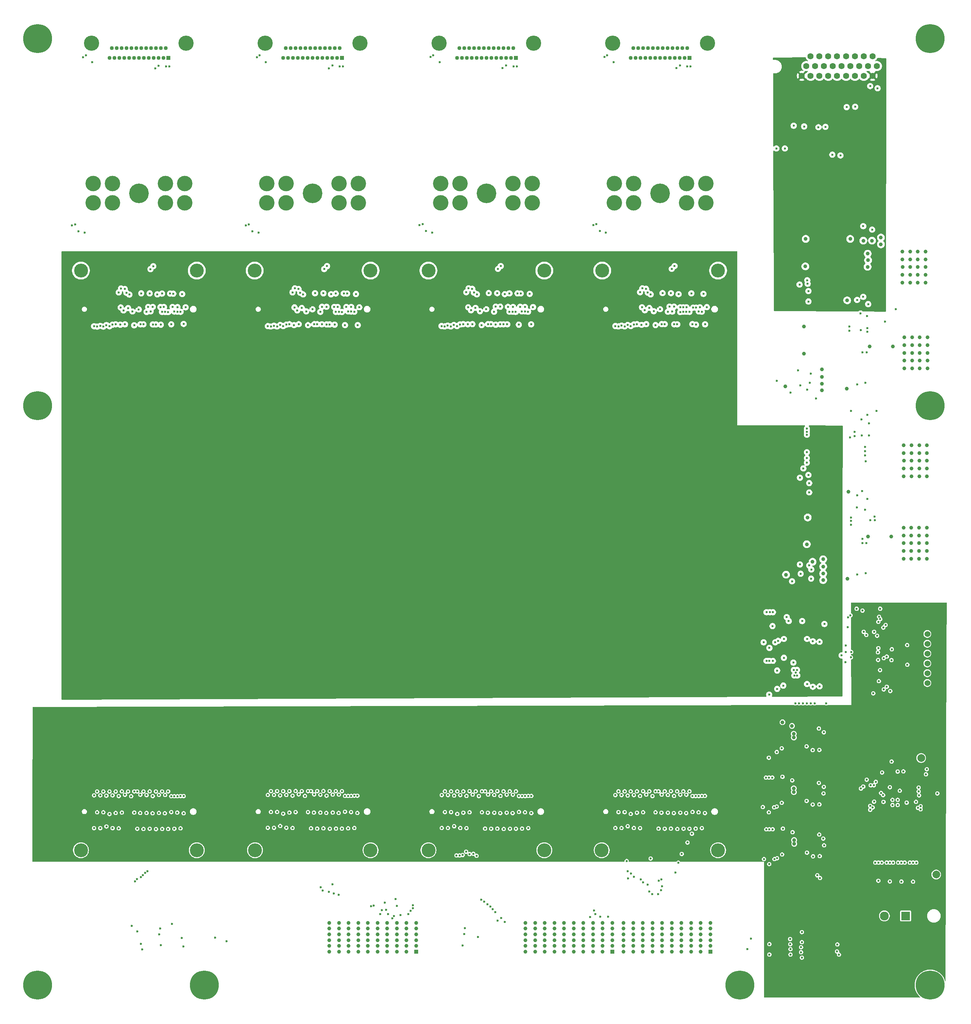
<source format=gbr>
%TF.GenerationSoftware,KiCad,Pcbnew,9.0.4-9.0.4-0~ubuntu22.04.1*%
%TF.CreationDate,2025-12-27T11:22:27-05:00*%
%TF.ProjectId,psc_carrier_brd,7073635f-6361-4727-9269-65725f627264,rev?*%
%TF.SameCoordinates,Original*%
%TF.FileFunction,Copper,L5,Inr*%
%TF.FilePolarity,Positive*%
%FSLAX46Y46*%
G04 Gerber Fmt 4.6, Leading zero omitted, Abs format (unit mm)*
G04 Created by KiCad (PCBNEW 9.0.4-9.0.4-0~ubuntu22.04.1) date 2025-12-27 11:22:27*
%MOMM*%
%LPD*%
G01*
G04 APERTURE LIST*
%TA.AperFunction,ComponentPad*%
%ADD10C,7.500000*%
%TD*%
%TA.AperFunction,ComponentPad*%
%ADD11C,1.524000*%
%TD*%
%TA.AperFunction,ComponentPad*%
%ADD12R,1.000000X1.000000*%
%TD*%
%TA.AperFunction,ComponentPad*%
%ADD13C,1.000000*%
%TD*%
%TA.AperFunction,ComponentPad*%
%ADD14C,3.600000*%
%TD*%
%TA.AperFunction,ComponentPad*%
%ADD15C,4.000000*%
%TD*%
%TA.AperFunction,ComponentPad*%
%ADD16C,5.080000*%
%TD*%
%TA.AperFunction,ComponentPad*%
%ADD17C,2.000000*%
%TD*%
%TA.AperFunction,ComponentPad*%
%ADD18R,1.016000X1.016000*%
%TD*%
%TA.AperFunction,ComponentPad*%
%ADD19C,1.016000*%
%TD*%
%TA.AperFunction,ComponentPad*%
%ADD20C,3.937000*%
%TD*%
%TA.AperFunction,ComponentPad*%
%ADD21R,2.300000X2.300000*%
%TD*%
%TA.AperFunction,ComponentPad*%
%ADD22C,2.300000*%
%TD*%
%TA.AperFunction,ComponentPad*%
%ADD23C,1.600200*%
%TD*%
%TA.AperFunction,ViaPad*%
%ADD24C,0.600000*%
%TD*%
%TA.AperFunction,ViaPad*%
%ADD25C,1.000000*%
%TD*%
G04 APERTURE END LIST*
D10*
%TO.N,GND*%
%TO.C,MT24*%
X68780000Y-180000000D03*
%TD*%
%TO.N,GND*%
%TO.C,MT23*%
X299920000Y-180000000D03*
%TD*%
D11*
%TO.N,+18V*%
%TO.C,U1*%
X299200000Y-239040000D03*
%TO.N,GND*%
X299200000Y-241580000D03*
%TO.N,-18V*%
X299200000Y-244120000D03*
%TO.N,GND*%
X299200000Y-246660000D03*
X299200000Y-249200000D03*
X299200000Y-251740000D03*
%TD*%
D12*
%TO.N,/Ch4 Daughterboard/dcct.cnv*%
%TO.C,J1*%
X217624000Y-321284000D03*
D13*
%TO.N,/Ch4 Daughterboard/dcct.sdo1*%
X215124000Y-321284000D03*
%TO.N,/Ch4 Daughterboard/dac.syncn*%
X212624000Y-321284000D03*
%TO.N,/Ch4 Daughterboard/digio.out2*%
X210124000Y-321284000D03*
%TO.N,/Ch4 Daughterboard/digio.in2*%
X207624000Y-321284000D03*
%TO.N,unconnected-(J1-PadA6)*%
X205124000Y-321284000D03*
%TO.N,/Ch3 Daughterboard/dcct.sck*%
X202624000Y-321284000D03*
%TO.N,/Ch3 Daughterboard/dac.sclk*%
X200124000Y-321284000D03*
%TO.N,/Ch3 Daughterboard/digio.out0*%
X197624000Y-321284000D03*
%TO.N,/Ch3 Daughterboard/digio.in0*%
X195124000Y-321284000D03*
%TO.N,/Ch4 Daughterboard/dcct.busy*%
X217624000Y-319784000D03*
%TO.N,unconnected-(J1-PadB2)*%
X215124000Y-319784000D03*
%TO.N,unconnected-(J1-PadB3)*%
X212624000Y-319784000D03*
%TO.N,/Ch4 Daughterboard/digio.out3*%
X210124000Y-319784000D03*
%TO.N,/Ch4 Daughterboard/digio.in3*%
X207624000Y-319784000D03*
%TO.N,unconnected-(J1-PadB6)*%
X205124000Y-319784000D03*
%TO.N,/Ch3 Daughterboard/dcct.sdo0*%
X202624000Y-319784000D03*
%TO.N,/Ch3 Daughterboard/dac.sdin*%
X200124000Y-319784000D03*
%TO.N,/Ch3 Daughterboard/digio.out1*%
X197624000Y-319784000D03*
%TO.N,/Ch3 Daughterboard/digio.in1*%
X195124000Y-319784000D03*
%TO.N,GND*%
X217624000Y-318284000D03*
X215124000Y-318284000D03*
X212624000Y-318284000D03*
X210124000Y-318284000D03*
X207624000Y-318284000D03*
X205124000Y-318284000D03*
X202624000Y-318284000D03*
X200124000Y-318284000D03*
X197624000Y-318284000D03*
X195124000Y-318284000D03*
%TO.N,/Ch4 Daughterboard/dcct.sck*%
X217624000Y-316784000D03*
%TO.N,/Ch4 Daughterboard/dac.sclk*%
X215124000Y-316784000D03*
%TO.N,/Ch4 Daughterboard/digio.out0*%
X212624000Y-316784000D03*
%TO.N,/Ch4 Daughterboard/digio.in0*%
X210124000Y-316784000D03*
%TO.N,unconnected-(J1-PadC5)*%
X207624000Y-316784000D03*
%TO.N,/Ch3 Daughterboard/dcct.cnv*%
X205124000Y-316784000D03*
%TO.N,/Ch3 Daughterboard/dcct.sdo1*%
X202624000Y-316784000D03*
%TO.N,/Ch3 Daughterboard/dac.syncn*%
X200124000Y-316784000D03*
%TO.N,/Ch3 Daughterboard/digio.out2*%
X197624000Y-316784000D03*
%TO.N,/Ch3 Daughterboard/digio.in2*%
X195124000Y-316784000D03*
%TO.N,/Ch4 Daughterboard/dcct.sdo0*%
X217624000Y-315284000D03*
%TO.N,/Ch4 Daughterboard/dac.sdin*%
X215124000Y-315284000D03*
%TO.N,/Ch4 Daughterboard/digio.out1*%
X212624000Y-315284000D03*
%TO.N,/Ch4 Daughterboard/digio.in1*%
X210124000Y-315284000D03*
%TO.N,unconnected-(J1-PadD5)*%
X207624000Y-315284000D03*
%TO.N,/Ch3 Daughterboard/dcct.busy*%
X205124000Y-315284000D03*
%TO.N,unconnected-(J1-PadD7)*%
X202624000Y-315284000D03*
%TO.N,unconnected-(J1-PadD8)*%
X200124000Y-315284000D03*
%TO.N,/Ch3 Daughterboard/digio.out3*%
X197624000Y-315284000D03*
%TO.N,/Ch3 Daughterboard/digio.in3*%
X195124000Y-315284000D03*
%TO.N,GND*%
X217624000Y-313784000D03*
X215124000Y-313784000D03*
X212624000Y-313784000D03*
X210124000Y-313784000D03*
X207624000Y-313784000D03*
X205124000Y-313784000D03*
X202624000Y-313784000D03*
X200124000Y-313784000D03*
X197624000Y-313784000D03*
X195124000Y-313784000D03*
%TD*%
D14*
%TO.N,GND*%
%TO.C,MT11*%
X125000000Y-145000000D03*
%TD*%
D15*
%TO.N,/Ch3 Burden Resistor/Iin0.dcct+*%
%TO.C,U17*%
X173142000Y-122500000D03*
%TO.N,/Ch3 Burden Resistor/Vout0.dcct+*%
X178142000Y-122500000D03*
%TO.N,/Ch3 Burden Resistor/Vout0.dcct-*%
X191858000Y-122500000D03*
%TO.N,/Ch3 Burden Resistor/Iin0.dcct-*%
X196858000Y-122500000D03*
%TO.N,/Ch3 Burden Resistor/Iin1.dcct+*%
X173142000Y-127500000D03*
%TO.N,/Ch3 Burden Resistor/Vout1.dcct+*%
X178142000Y-127500000D03*
%TO.N,/Ch3 Burden Resistor/Vout1.dcct-*%
X191858000Y-127500000D03*
%TO.N,/Ch3 Burden Resistor/Iin1.dcct-*%
X196858000Y-127500000D03*
D16*
%TO.N,N/C*%
X185000000Y-125000000D03*
%TD*%
D10*
%TO.N,GND*%
%TO.C,MT2*%
X111960000Y-329920000D03*
%TD*%
D14*
%TO.N,GND*%
%TO.C,MT21*%
X214866500Y-295000000D03*
%TD*%
D15*
%TO.N,/Ch2 Burden Resistor/Iin0.dcct+*%
%TO.C,U16*%
X128142000Y-122500000D03*
%TO.N,/Ch2 Burden Resistor/Vout0.dcct+*%
X133142000Y-122500000D03*
%TO.N,/Ch2 Burden Resistor/Vout0.dcct-*%
X146858000Y-122500000D03*
%TO.N,/Ch2 Burden Resistor/Iin0.dcct-*%
X151858000Y-122500000D03*
%TO.N,/Ch2 Burden Resistor/Iin1.dcct+*%
X128142000Y-127500000D03*
%TO.N,/Ch2 Burden Resistor/Vout1.dcct+*%
X133142000Y-127500000D03*
%TO.N,/Ch2 Burden Resistor/Vout1.dcct-*%
X146858000Y-127500000D03*
%TO.N,/Ch2 Burden Resistor/Iin1.dcct-*%
X151858000Y-127500000D03*
D16*
%TO.N,N/C*%
X140000000Y-125000000D03*
%TD*%
D14*
%TO.N,GND*%
%TO.C,MT22*%
X245000000Y-295000000D03*
%TD*%
%TO.N,GND*%
%TO.C,MT14*%
X155000000Y-295000000D03*
%TD*%
%TO.N,GND*%
%TO.C,MT9*%
X80000000Y-295000000D03*
%TD*%
D15*
%TO.N,/Ch1 Burden Resistor/Iin0.dcct+*%
%TO.C,U15*%
X83142000Y-122500000D03*
%TO.N,/Ch1 Burden Resistor/Vout0.dcct+*%
X88142000Y-122500000D03*
%TO.N,/Ch1 Burden Resistor/Vout0.dcct-*%
X101858000Y-122500000D03*
%TO.N,/Ch1 Burden Resistor/Iin0.dcct-*%
X106858000Y-122500000D03*
%TO.N,/Ch1 Burden Resistor/Iin1.dcct+*%
X83142000Y-127500000D03*
%TO.N,/Ch1 Burden Resistor/Vout1.dcct+*%
X88142000Y-127500000D03*
%TO.N,/Ch1 Burden Resistor/Vout1.dcct-*%
X101858000Y-127500000D03*
%TO.N,/Ch1 Burden Resistor/Iin1.dcct-*%
X106858000Y-127500000D03*
D16*
%TO.N,N/C*%
X95000000Y-125000000D03*
%TD*%
D14*
%TO.N,GND*%
%TO.C,MT17*%
X170000000Y-295000000D03*
%TD*%
D10*
%TO.N,GND*%
%TO.C,MT4*%
X299920000Y-85000000D03*
%TD*%
D14*
%TO.N,GND*%
%TO.C,MT18*%
X200000000Y-295000000D03*
%TD*%
D17*
%TO.N,+5.0V*%
%TO.C,TP2*%
X301500000Y-301300000D03*
%TD*%
D10*
%TO.N,GND*%
%TO.C,MT5*%
X299920000Y-329920000D03*
%TD*%
D14*
%TO.N,GND*%
%TO.C,MT16*%
X200000000Y-145000000D03*
%TD*%
D10*
%TO.N,GND*%
%TO.C,MT6*%
X68780000Y-85000000D03*
%TD*%
D18*
%TO.N,/Ch2 Daughterboard/reg.out+*%
%TO.C,J11*%
X147620000Y-90000000D03*
D19*
%TO.N,unconnected-(J11-Pad2)*%
X146350000Y-90000000D03*
%TO.N,/Ch2 Daughterboard/ps.vout+*%
X145080000Y-90000000D03*
%TO.N,/Ch2 Daughterboard/ps.ignd+*%
X143810000Y-90000000D03*
%TO.N,/Ch2 Daughterboard/ps.spare+*%
X142540000Y-90000000D03*
%TO.N,unconnected-(J11-Pad6)*%
X141270000Y-90000000D03*
%TO.N,/Ch2 Daughterboard/digout.on1*%
X140000000Y-90000000D03*
%TO.N,/Ch2 Daughterboard/digout.on2*%
X138730000Y-90000000D03*
%TO.N,/Ch2 Daughterboard/digout.reset*%
X137460000Y-90000000D03*
%TO.N,/Ch2 Daughterboard/digout.spare*%
X136190000Y-90000000D03*
%TO.N,/Ch2 Daughterboard/digout.rtn*%
X134920000Y-90000000D03*
X133650000Y-90000000D03*
%TO.N,unconnected-(J11-Pad13)*%
X132380000Y-90000000D03*
%TO.N,/Ch2 Daughterboard/reg.out-*%
X146985000Y-87460000D03*
%TO.N,unconnected-(J11-Pad15)*%
X145715000Y-87460000D03*
%TO.N,/Ch2 Daughterboard/ps.vout-*%
X144445000Y-87460000D03*
%TO.N,/Ch2 Daughterboard/ps.ignd-*%
X143175000Y-87460000D03*
%TO.N,/Ch2 Daughterboard/ps.spare-*%
X141905000Y-87460000D03*
%TO.N,unconnected-(J11-Pad19)*%
X140635000Y-87460000D03*
%TO.N,/Ch2 Daughterboard/digin.acon*%
X139365000Y-87460000D03*
%TO.N,/Ch2 Daughterboard/digin.flt1*%
X138095000Y-87460000D03*
%TO.N,/Ch2 Daughterboard/digin.flt2*%
X136825000Y-87460000D03*
%TO.N,/Ch2 Daughterboard/digin.spare*%
X135555000Y-87460000D03*
%TO.N,/Ch2 Daughterboard/digin.rtn*%
X134285000Y-87460000D03*
X133015000Y-87460000D03*
D20*
%TO.N,N/C*%
X127744500Y-86190000D03*
X152255500Y-86190000D03*
%TD*%
D18*
%TO.N,/Ch4 Daughterboard/reg.out+*%
%TO.C,J17*%
X237620000Y-90000000D03*
D19*
%TO.N,unconnected-(J17-Pad2)*%
X236350000Y-90000000D03*
%TO.N,/Ch4 Daughterboard/ps.vout+*%
X235080000Y-90000000D03*
%TO.N,/Ch4 Daughterboard/ps.ignd+*%
X233810000Y-90000000D03*
%TO.N,/Ch4 Daughterboard/ps.spare+*%
X232540000Y-90000000D03*
%TO.N,unconnected-(J17-Pad6)*%
X231270000Y-90000000D03*
%TO.N,/Ch4 Daughterboard/digout.on1*%
X230000000Y-90000000D03*
%TO.N,/Ch4 Daughterboard/digout.on2*%
X228730000Y-90000000D03*
%TO.N,/Ch4 Daughterboard/digout.reset*%
X227460000Y-90000000D03*
%TO.N,/Ch4 Daughterboard/digout.spare*%
X226190000Y-90000000D03*
%TO.N,/Ch4 Daughterboard/digout.rtn*%
X224920000Y-90000000D03*
X223650000Y-90000000D03*
%TO.N,unconnected-(J17-Pad13)*%
X222380000Y-90000000D03*
%TO.N,/Ch4 Daughterboard/reg.out-*%
X236985000Y-87460000D03*
%TO.N,unconnected-(J17-Pad15)*%
X235715000Y-87460000D03*
%TO.N,/Ch4 Daughterboard/ps.vout-*%
X234445000Y-87460000D03*
%TO.N,/Ch4 Daughterboard/ps.ignd-*%
X233175000Y-87460000D03*
%TO.N,/Ch4 Daughterboard/ps.spare-*%
X231905000Y-87460000D03*
%TO.N,unconnected-(J17-Pad19)*%
X230635000Y-87460000D03*
%TO.N,/Ch4 Daughterboard/digin.acon*%
X229365000Y-87460000D03*
%TO.N,/Ch4 Daughterboard/digin.flt1*%
X228095000Y-87460000D03*
%TO.N,/Ch4 Daughterboard/digin.flt2*%
X226825000Y-87460000D03*
%TO.N,/Ch4 Daughterboard/digin.spare*%
X225555000Y-87460000D03*
%TO.N,/Ch4 Daughterboard/digin.rtn*%
X224285000Y-87460000D03*
X223015000Y-87460000D03*
D20*
%TO.N,N/C*%
X217744500Y-86190000D03*
X242255500Y-86190000D03*
%TD*%
D14*
%TO.N,GND*%
%TO.C,MT20*%
X245000000Y-145000000D03*
%TD*%
D12*
%TO.N,/Ch2 Daughterboard/dcct.cnv*%
%TO.C,J2*%
X166824000Y-321284000D03*
D13*
%TO.N,/Ch2 Daughterboard/dcct.sdo1*%
X164324000Y-321284000D03*
%TO.N,/Ch2 Daughterboard/dac.syncn*%
X161824000Y-321284000D03*
%TO.N,/Ch2 Daughterboard/digio.out2*%
X159324000Y-321284000D03*
%TO.N,/Ch2 Daughterboard/digio.in2*%
X156824000Y-321284000D03*
%TO.N,unconnected-(J2-PadA6)*%
X154324000Y-321284000D03*
%TO.N,/Ch1 Daughterboard/dcct.sck*%
X151824000Y-321284000D03*
%TO.N,/Ch1 Daughterboard/dac.sclk*%
X149324000Y-321284000D03*
%TO.N,/Ch1 Daughterboard/digio.out0*%
X146824000Y-321284000D03*
%TO.N,/Ch1 Daughterboard/digio.in0*%
X144324000Y-321284000D03*
%TO.N,/Ch2 Daughterboard/dcct.busy*%
X166824000Y-319784000D03*
%TO.N,unconnected-(J2-PadB2)*%
X164324000Y-319784000D03*
%TO.N,unconnected-(J2-PadB3)*%
X161824000Y-319784000D03*
%TO.N,/Ch2 Daughterboard/digio.out3*%
X159324000Y-319784000D03*
%TO.N,/Ch2 Daughterboard/digio.in3*%
X156824000Y-319784000D03*
%TO.N,unconnected-(J2-PadB6)*%
X154324000Y-319784000D03*
%TO.N,/Ch1 Daughterboard/dcct.sdo0*%
X151824000Y-319784000D03*
%TO.N,/Ch1 Daughterboard/dac.sdin*%
X149324000Y-319784000D03*
%TO.N,/Ch1 Daughterboard/digio.out1*%
X146824000Y-319784000D03*
%TO.N,/Ch1 Daughterboard/digio.in1*%
X144324000Y-319784000D03*
%TO.N,GND*%
X166824000Y-318284000D03*
X164324000Y-318284000D03*
X161824000Y-318284000D03*
X159324000Y-318284000D03*
X156824000Y-318284000D03*
X154324000Y-318284000D03*
X151824000Y-318284000D03*
X149324000Y-318284000D03*
X146824000Y-318284000D03*
X144324000Y-318284000D03*
%TO.N,/Ch2 Daughterboard/dcct.sck*%
X166824000Y-316784000D03*
%TO.N,/Ch2 Daughterboard/dac.sclk*%
X164324000Y-316784000D03*
%TO.N,/Ch2 Daughterboard/digio.out0*%
X161824000Y-316784000D03*
%TO.N,/Ch2 Daughterboard/digio.in0*%
X159324000Y-316784000D03*
%TO.N,unconnected-(J2-PadC5)*%
X156824000Y-316784000D03*
%TO.N,/Ch1 Daughterboard/dcct.cnv*%
X154324000Y-316784000D03*
%TO.N,/Ch1 Daughterboard/dcct.sdo1*%
X151824000Y-316784000D03*
%TO.N,/Ch1 Daughterboard/dac.syncn*%
X149324000Y-316784000D03*
%TO.N,/Ch1 Daughterboard/digio.out2*%
X146824000Y-316784000D03*
%TO.N,/Ch1 Daughterboard/digio.in2*%
X144324000Y-316784000D03*
%TO.N,/Ch2 Daughterboard/dcct.sdo0*%
X166824000Y-315284000D03*
%TO.N,/Ch2 Daughterboard/dac.sdin*%
X164324000Y-315284000D03*
%TO.N,/Ch2 Daughterboard/digio.out1*%
X161824000Y-315284000D03*
%TO.N,/Ch2 Daughterboard/digio.in1*%
X159324000Y-315284000D03*
%TO.N,unconnected-(J2-PadD5)*%
X156824000Y-315284000D03*
%TO.N,/Ch1 Daughterboard/dcct.busy*%
X154324000Y-315284000D03*
%TO.N,unconnected-(J2-PadD7)*%
X151824000Y-315284000D03*
%TO.N,unconnected-(J2-PadD8)*%
X149324000Y-315284000D03*
%TO.N,/Ch1 Daughterboard/digio.out3*%
X146824000Y-315284000D03*
%TO.N,/Ch1 Daughterboard/digio.in3*%
X144324000Y-315284000D03*
%TO.N,GND*%
X166824000Y-313784000D03*
X164324000Y-313784000D03*
X161824000Y-313784000D03*
X159324000Y-313784000D03*
X156824000Y-313784000D03*
X154324000Y-313784000D03*
X151824000Y-313784000D03*
X149324000Y-313784000D03*
X146824000Y-313784000D03*
X144324000Y-313784000D03*
%TD*%
D14*
%TO.N,GND*%
%TO.C,MT8*%
X110000000Y-145000000D03*
%TD*%
%TO.N,GND*%
%TO.C,MT19*%
X215000000Y-145000000D03*
%TD*%
D10*
%TO.N,GND*%
%TO.C,MT3*%
X250644000Y-329920000D03*
%TD*%
D21*
%TO.N,+5.0V*%
%TO.C,J4*%
X293570000Y-312000000D03*
D22*
%TO.N,GND*%
X288070000Y-312000000D03*
%TD*%
D15*
%TO.N,/Ch4 Burden Resistor/Iin0.dcct+*%
%TO.C,U18*%
X218142000Y-122500000D03*
%TO.N,/Ch4 Burden Resistor/Vout0.dcct+*%
X223142000Y-122500000D03*
%TO.N,/Ch4 Burden Resistor/Vout0.dcct-*%
X236858000Y-122500000D03*
%TO.N,/Ch4 Burden Resistor/Iin0.dcct-*%
X241858000Y-122500000D03*
%TO.N,/Ch4 Burden Resistor/Iin1.dcct+*%
X218142000Y-127500000D03*
%TO.N,/Ch4 Burden Resistor/Vout1.dcct+*%
X223142000Y-127500000D03*
%TO.N,/Ch4 Burden Resistor/Vout1.dcct-*%
X236858000Y-127500000D03*
%TO.N,/Ch4 Burden Resistor/Iin1.dcct-*%
X241858000Y-127500000D03*
D16*
%TO.N,N/C*%
X230000000Y-125000000D03*
%TD*%
D14*
%TO.N,GND*%
%TO.C,MT15*%
X170000000Y-145000000D03*
%TD*%
D12*
%TO.N,/DCCT Fault Logic/dcct_flt_buf.12*%
%TO.C,J3*%
X243024000Y-321284000D03*
D13*
%TO.N,unconnected-(J3-PadA2)*%
X240524000Y-321284000D03*
%TO.N,/Ch4 Daughterboard/mon.busy*%
X238024000Y-321284000D03*
%TO.N,unconnected-(J3-PadA4)*%
X235524000Y-321284000D03*
%TO.N,/Ch3 Daughterboard/mon.busy*%
X233024000Y-321284000D03*
%TO.N,unconnected-(J3-PadA6)*%
X230524000Y-321284000D03*
%TO.N,/Ch2 Daughterboard/mon.busy*%
X228024000Y-321284000D03*
%TO.N,unconnected-(J3-PadA8)*%
X225524000Y-321284000D03*
%TO.N,/Ch1 Daughterboard/mon.busy*%
X223024000Y-321284000D03*
%TO.N,unconnected-(J3-PadA10)*%
X220524000Y-321284000D03*
%TO.N,/DCCT Fault Logic/dcct_flt_buf.34*%
X243024000Y-319784000D03*
%TO.N,unconnected-(J3-PadB2)*%
X240524000Y-319784000D03*
%TO.N,/Ch4 Daughterboard/mon.fs*%
X238024000Y-319784000D03*
%TO.N,unconnected-(J3-PadB4)*%
X235524000Y-319784000D03*
%TO.N,/Ch3 Daughterboard/mon.fs*%
X233024000Y-319784000D03*
%TO.N,unconnected-(J3-PadB6)*%
X230524000Y-319784000D03*
%TO.N,/Ch2 Daughterboard/mon.fs*%
X228024000Y-319784000D03*
%TO.N,unconnected-(J3-PadB8)*%
X225524000Y-319784000D03*
%TO.N,/Ch1 Daughterboard/mon.fs*%
X223024000Y-319784000D03*
%TO.N,unconnected-(J3-PadB10)*%
X220524000Y-319784000D03*
%TO.N,GND*%
X243024000Y-318284000D03*
X240524000Y-318284000D03*
X238024000Y-318284000D03*
X235524000Y-318284000D03*
X233024000Y-318284000D03*
X230524000Y-318284000D03*
X228024000Y-318284000D03*
X225524000Y-318284000D03*
X223024000Y-318284000D03*
X220524000Y-318284000D03*
%TO.N,/DCCT Fault Logic/dcct_flt_buf.56*%
X243024000Y-316784000D03*
%TO.N,/Ch4 Daughterboard/mon.reset*%
X240524000Y-316784000D03*
%TO.N,/Ch4 Daughterboard/mon.sdo*%
X238024000Y-316784000D03*
%TO.N,/Ch3 Daughterboard/mon.reset*%
X235524000Y-316784000D03*
%TO.N,/Ch3 Daughterboard/mon.sdo*%
X233024000Y-316784000D03*
%TO.N,/Ch2 Daughterboard/mon.reset*%
X230524000Y-316784000D03*
%TO.N,/Ch2 Daughterboard/mon.sdo*%
X228024000Y-316784000D03*
%TO.N,/Ch1 Daughterboard/mon.reset*%
X225524000Y-316784000D03*
%TO.N,/Ch1 Daughterboard/mon.sdo*%
X223024000Y-316784000D03*
%TO.N,/regulators/i2c_sda*%
X220524000Y-316784000D03*
%TO.N,/DCCT Fault Logic/dcct_flt_buf.78*%
X243024000Y-315284000D03*
%TO.N,/Ch4 Daughterboard/mon.cnvrt*%
X240524000Y-315284000D03*
%TO.N,/Ch4 Daughterboard/mon.sclk*%
X238024000Y-315284000D03*
%TO.N,/Ch3 Daughterboard/mon.cnvrt*%
X235524000Y-315284000D03*
%TO.N,/Ch3 Daughterboard/mon.sclk*%
X233024000Y-315284000D03*
%TO.N,/Ch2 Daughterboard/mon.cnvrt*%
X230524000Y-315284000D03*
%TO.N,/Ch2 Daughterboard/mon.sclk*%
X228024000Y-315284000D03*
%TO.N,/Ch1 Daughterboard/mon.cnvrt*%
X225524000Y-315284000D03*
%TO.N,/Ch1 Daughterboard/mon.sclk*%
X223024000Y-315284000D03*
%TO.N,/regulators/i2c_scl*%
X220524000Y-315284000D03*
%TO.N,GND*%
X243024000Y-313784000D03*
X240524000Y-313784000D03*
X238024000Y-313784000D03*
X235524000Y-313784000D03*
X233024000Y-313784000D03*
X230524000Y-313784000D03*
X228024000Y-313784000D03*
X225524000Y-313784000D03*
X223024000Y-313784000D03*
X220524000Y-313784000D03*
%TD*%
D14*
%TO.N,GND*%
%TO.C,MT13*%
X125100000Y-295000000D03*
%TD*%
D17*
%TO.N,Net-(Q1-G)*%
%TO.C,TP1*%
X297600000Y-271150000D03*
%TD*%
D14*
%TO.N,GND*%
%TO.C,MT10*%
X110000000Y-295000000D03*
%TD*%
%TO.N,GND*%
%TO.C,MT7*%
X80000000Y-145000000D03*
%TD*%
D18*
%TO.N,/Ch3 Daughterboard/reg.out+*%
%TO.C,J14*%
X192620000Y-90000000D03*
D19*
%TO.N,unconnected-(J14-Pad2)*%
X191350000Y-90000000D03*
%TO.N,/Ch3 Daughterboard/ps.vout+*%
X190080000Y-90000000D03*
%TO.N,/Ch3 Daughterboard/ps.ignd+*%
X188810000Y-90000000D03*
%TO.N,/Ch3 Daughterboard/ps.spare+*%
X187540000Y-90000000D03*
%TO.N,unconnected-(J14-Pad6)*%
X186270000Y-90000000D03*
%TO.N,/Ch3 Daughterboard/digout.on1*%
X185000000Y-90000000D03*
%TO.N,/Ch3 Daughterboard/digout.on2*%
X183730000Y-90000000D03*
%TO.N,/Ch3 Daughterboard/digout.reset*%
X182460000Y-90000000D03*
%TO.N,/Ch3 Daughterboard/digout.spare*%
X181190000Y-90000000D03*
%TO.N,/Ch3 Daughterboard/digout.rtn*%
X179920000Y-90000000D03*
X178650000Y-90000000D03*
%TO.N,unconnected-(J14-Pad13)*%
X177380000Y-90000000D03*
%TO.N,/Ch3 Daughterboard/reg.out-*%
X191985000Y-87460000D03*
%TO.N,unconnected-(J14-Pad15)*%
X190715000Y-87460000D03*
%TO.N,/Ch3 Daughterboard/ps.vout-*%
X189445000Y-87460000D03*
%TO.N,/Ch3 Daughterboard/ps.ignd-*%
X188175000Y-87460000D03*
%TO.N,/Ch3 Daughterboard/ps.spare-*%
X186905000Y-87460000D03*
%TO.N,unconnected-(J14-Pad19)*%
X185635000Y-87460000D03*
%TO.N,/Ch3 Daughterboard/digin.acon*%
X184365000Y-87460000D03*
%TO.N,/Ch3 Daughterboard/digin.flt1*%
X183095000Y-87460000D03*
%TO.N,/Ch3 Daughterboard/digin.flt2*%
X181825000Y-87460000D03*
%TO.N,/Ch3 Daughterboard/digin.spare*%
X180555000Y-87460000D03*
%TO.N,/Ch3 Daughterboard/digin.rtn*%
X179285000Y-87460000D03*
X178015000Y-87460000D03*
D20*
%TO.N,N/C*%
X172744500Y-86190000D03*
X197255500Y-86190000D03*
%TD*%
D14*
%TO.N,GND*%
%TO.C,MT12*%
X155000000Y-145000000D03*
%TD*%
D18*
%TO.N,/Ch1 Daughterboard/reg.out+*%
%TO.C,J8*%
X102620000Y-90000000D03*
D19*
%TO.N,unconnected-(J8-Pad2)*%
X101350000Y-90000000D03*
%TO.N,/Ch1 Daughterboard/ps.vout+*%
X100080000Y-90000000D03*
%TO.N,/Ch1 Daughterboard/ps.ignd+*%
X98810000Y-90000000D03*
%TO.N,/Ch1 Daughterboard/ps.spare+*%
X97540000Y-90000000D03*
%TO.N,unconnected-(J8-Pad6)*%
X96270000Y-90000000D03*
%TO.N,/Ch1 Daughterboard/digout.on1*%
X95000000Y-90000000D03*
%TO.N,/Ch1 Daughterboard/digout.on2*%
X93730000Y-90000000D03*
%TO.N,/Ch1 Daughterboard/digout.reset*%
X92460000Y-90000000D03*
%TO.N,/Ch1 Daughterboard/digout.spare*%
X91190000Y-90000000D03*
%TO.N,/Ch1 Daughterboard/digout.rtn*%
X89920000Y-90000000D03*
X88650000Y-90000000D03*
%TO.N,unconnected-(J8-Pad13)*%
X87380000Y-90000000D03*
%TO.N,/Ch1 Daughterboard/reg.out-*%
X101985000Y-87460000D03*
%TO.N,unconnected-(J8-Pad15)*%
X100715000Y-87460000D03*
%TO.N,/Ch1 Daughterboard/ps.vout-*%
X99445000Y-87460000D03*
%TO.N,/Ch1 Daughterboard/ps.ignd-*%
X98175000Y-87460000D03*
%TO.N,/Ch1 Daughterboard/ps.spare-*%
X96905000Y-87460000D03*
%TO.N,unconnected-(J8-Pad19)*%
X95635000Y-87460000D03*
%TO.N,/Ch1 Daughterboard/digin.acon*%
X94365000Y-87460000D03*
%TO.N,/Ch1 Daughterboard/digin.flt1*%
X93095000Y-87460000D03*
%TO.N,/Ch1 Daughterboard/digin.flt2*%
X91825000Y-87460000D03*
%TO.N,/Ch1 Daughterboard/digin.spare*%
X90555000Y-87460000D03*
%TO.N,/Ch1 Daughterboard/digin.rtn*%
X89285000Y-87460000D03*
X88015000Y-87460000D03*
D20*
%TO.N,N/C*%
X82744500Y-86190000D03*
X107255500Y-86190000D03*
%TD*%
D10*
%TO.N,GND*%
%TO.C,MT1*%
X68780000Y-329920000D03*
%TD*%
D23*
%TO.N,+15V_DCCT*%
%TO.C,J7*%
X285000000Y-94600000D03*
%TO.N,/Ch1 Burden Resistor/Iin0.dcct+*%
X282714000Y-94600000D03*
%TO.N,/Ch1 Burden Resistor/Iin1.dcct+*%
X280428000Y-94600000D03*
%TO.N,/Ch2 Burden Resistor/Iin0.dcct+*%
X278142000Y-94600000D03*
%TO.N,/DCCT Fault Logic/dcct_flt.12*%
X275830600Y-94600000D03*
%TO.N,/Ch4 Burden Resistor/Iin0.dcct+*%
X273544600Y-94600000D03*
%TO.N,/Ch3 Burden Resistor/Iin1.dcct+*%
X271258600Y-94600000D03*
%TO.N,/Ch3 Burden Resistor/Iin0.dcct+*%
X268972600Y-94600000D03*
%TO.N,+15V_DCCT*%
X266686600Y-94600000D03*
%TO.N,GND*%
X286143000Y-92060000D03*
%TO.N,/Ch1 Burden Resistor/Iin0.dcct-*%
X283857000Y-92060000D03*
%TO.N,/Ch1 Burden Resistor/Iin1.dcct-*%
X281571000Y-92060000D03*
%TO.N,/Ch2 Burden Resistor/Iin0.dcct-*%
X279259600Y-92060000D03*
%TO.N,/DCCT Fault Logic/dcct_flt.34*%
X276973600Y-92060000D03*
%TO.N,/Ch4 Burden Resistor/Iin0.dcct-*%
X274687600Y-92060000D03*
%TO.N,/Ch3 Burden Resistor/Iin1.dcct-*%
X272401600Y-92060000D03*
%TO.N,/Ch3 Burden Resistor/Iin0.dcct-*%
X270115600Y-92060000D03*
%TO.N,GND*%
X267829600Y-92060000D03*
%TO.N,-15V_DCCT*%
X285000000Y-89520000D03*
%TO.N,/Ch2 Burden Resistor/Iin1.dcct+*%
X282714000Y-89520000D03*
%TO.N,/Ch2 Burden Resistor/Iin1.dcct-*%
X280428000Y-89520000D03*
%TO.N,/DCCT Fault Logic/dcct_flt.56*%
X278142000Y-89520000D03*
%TO.N,/DCCT Fault Logic/dcct_flt.78*%
X275830600Y-89520000D03*
%TO.N,/Ch4 Burden Resistor/Iin1.dcct+*%
X273544600Y-89520000D03*
%TO.N,/Ch4 Burden Resistor/Iin1.dcct-*%
X271258600Y-89520000D03*
%TO.N,-15V_DCCT*%
X268972600Y-89520000D03*
%TD*%
D24*
%TO.N,GND*%
X268000000Y-193550000D03*
X268000000Y-194716000D03*
X268000000Y-192000000D03*
%TO.N,+5.0V*%
X273000000Y-257000000D03*
X270000000Y-257000000D03*
X269000000Y-257000000D03*
X268000000Y-257000000D03*
X267000000Y-257000000D03*
X266000000Y-257000000D03*
X265000000Y-257000000D03*
X272450000Y-293750000D03*
X272250000Y-291990000D03*
X271200000Y-290950000D03*
%TO.N,GND*%
X283200000Y-194350000D03*
X286950000Y-248400000D03*
X278000000Y-246300000D03*
X286399809Y-243769431D03*
X286500950Y-242729431D03*
X281025000Y-223625000D03*
X283225000Y-223325000D03*
X280950000Y-206300000D03*
X283100000Y-206900000D03*
X281000000Y-174450000D03*
X283125000Y-174075000D03*
X264750000Y-249800000D03*
X265500000Y-249800000D03*
X265450000Y-248350000D03*
X264650000Y-248350000D03*
X265100000Y-249045000D03*
X263750000Y-322000000D03*
X263750000Y-320600000D03*
X263700000Y-319350000D03*
X263650000Y-318000000D03*
X241650000Y-158900000D03*
X238350000Y-158850000D03*
X235200000Y-155750000D03*
X225200000Y-159050000D03*
X233150000Y-155600000D03*
X98050000Y-155550000D03*
%TO.N,+15V*%
X274150000Y-245500000D03*
%TO.N,*%
X284450000Y-209600000D03*
X285600000Y-209600000D03*
X285550000Y-208700000D03*
%TO.N,Net-(Q1-G)*%
X282000000Y-279050000D03*
%TO.N,Net-(U11-SYNC{slash}MODE)*%
X282600000Y-278550000D03*
X292050000Y-279600000D03*
%TO.N,GND*%
X283500000Y-276750000D03*
X284550000Y-278200000D03*
X285350000Y-278200000D03*
%TO.N,+5.0V*%
X285850000Y-277300000D03*
%TO.N,Net-(Q1-G)*%
X299050000Y-274050000D03*
X289500000Y-278700000D03*
%TO.N,+18V*%
X301800000Y-280300000D03*
%TO.N,GND*%
X298850000Y-275350000D03*
X289950000Y-272050000D03*
X287475000Y-274875000D03*
X291500000Y-274650000D03*
X293000000Y-274600000D03*
X296950000Y-279800000D03*
X296950000Y-278800000D03*
X296275000Y-282475000D03*
X293850000Y-282700000D03*
%TO.N,+18V*%
X297050000Y-280800000D03*
%TO.N,GND*%
X285400000Y-282450000D03*
X287850000Y-282500000D03*
%TO.N,+5.0V*%
X287750000Y-280750000D03*
X287200000Y-280200000D03*
%TO.N,+18V*%
X284400000Y-283550000D03*
X284400000Y-284550000D03*
X285050000Y-283950000D03*
X297450000Y-284400000D03*
X297450000Y-283600000D03*
X296750000Y-284050000D03*
%TO.N,GND*%
X258140000Y-271085000D03*
X260190000Y-269585000D03*
X261490000Y-268635000D03*
X267940000Y-268135000D03*
X269490000Y-269085000D03*
X271240000Y-269035000D03*
X290175000Y-283300000D03*
X138000000Y-280950000D03*
X194190000Y-155545000D03*
X150800000Y-280900000D03*
X146750000Y-285350000D03*
X239200000Y-281000000D03*
X143550000Y-285350000D03*
X148400000Y-285050000D03*
X225300000Y-154495000D03*
X149200000Y-289350000D03*
X194250000Y-281000000D03*
X230620000Y-150825000D03*
X224800000Y-280950000D03*
X282600000Y-133500000D03*
X90600000Y-285250000D03*
X258150000Y-285190000D03*
X194250000Y-289400000D03*
X188600000Y-285400000D03*
X233550000Y-285400000D03*
X142400000Y-158900000D03*
X136780000Y-150735000D03*
D25*
X264690000Y-292390000D03*
D24*
X101750000Y-285450000D03*
X187850000Y-289400000D03*
X289500000Y-303100000D03*
X258240000Y-298590000D03*
X103400000Y-281050000D03*
X271250000Y-283140000D03*
X141200000Y-289400000D03*
X224800000Y-150595000D03*
X268050000Y-240325000D03*
D25*
X267600000Y-143900000D03*
D24*
X145700000Y-159000000D03*
X275800000Y-321200000D03*
X260550000Y-240825000D03*
D25*
X294725000Y-148100000D03*
D24*
X266200000Y-198600000D03*
X260200000Y-283690000D03*
D25*
X298725000Y-142100000D03*
D24*
X193065000Y-150895000D03*
X228000000Y-281000000D03*
X240800000Y-280950000D03*
X261590000Y-296100000D03*
X140620000Y-150855000D03*
X129200000Y-285100000D03*
D25*
X292725000Y-148100000D03*
D24*
X98600000Y-154400000D03*
D25*
X299100000Y-190225000D03*
D24*
X260300000Y-253250000D03*
X183850000Y-285200000D03*
D25*
X296725000Y-140100000D03*
D24*
X90300000Y-154550000D03*
D25*
X298725000Y-140100000D03*
D24*
X282600000Y-151800000D03*
X236808205Y-154508205D03*
X134000000Y-285250000D03*
X283600000Y-156800000D03*
X283875000Y-153675000D03*
X242100000Y-154445000D03*
X194990000Y-154395000D03*
X259600000Y-297300000D03*
X256600000Y-283840000D03*
X104200000Y-281050000D03*
X146000000Y-155675000D03*
X290175000Y-281975000D03*
X137540000Y-151165000D03*
X240300000Y-154500000D03*
X89800000Y-289350000D03*
X258300000Y-242650000D03*
X268050000Y-252000000D03*
D25*
X294725000Y-146100000D03*
D24*
X147600000Y-289400000D03*
X134800000Y-280900000D03*
X197090000Y-154445000D03*
X184960000Y-154985000D03*
X269590000Y-296590000D03*
X152100000Y-154475000D03*
X263300000Y-235700000D03*
X269550000Y-252700000D03*
X192650000Y-289450000D03*
X101000000Y-155700000D03*
X96200000Y-289500000D03*
D25*
X267975000Y-215825000D03*
D24*
X180650000Y-285200000D03*
X146500000Y-154400000D03*
X266700000Y-316200000D03*
X271340000Y-296540000D03*
D25*
X264600000Y-278990000D03*
X269475000Y-220350000D03*
D24*
X264200000Y-276940000D03*
X261780000Y-289400000D03*
D25*
X293100000Y-192225000D03*
D24*
X261900000Y-252400000D03*
X282300000Y-202100000D03*
D25*
X283825000Y-213800000D03*
X295100000Y-192225000D03*
X292775000Y-144100000D03*
D24*
X95350000Y-285350000D03*
X284900000Y-134400000D03*
X91780000Y-150760000D03*
X178250000Y-289250000D03*
X137200000Y-154675000D03*
X151225000Y-151050000D03*
D25*
X264590000Y-264885000D03*
D24*
X266700000Y-322800000D03*
X195050000Y-281000000D03*
X89800000Y-150650000D03*
X232800000Y-289400000D03*
X138800000Y-285150000D03*
X173450000Y-289250000D03*
X188590000Y-154345000D03*
D25*
X293100000Y-198225000D03*
D24*
X196215000Y-151020000D03*
X94600000Y-289450000D03*
X239300000Y-159000000D03*
X239200000Y-289400000D03*
X99770000Y-151150000D03*
X139970000Y-155015000D03*
X286500000Y-302900000D03*
X219200000Y-285150000D03*
X97800000Y-289450000D03*
D25*
X298725000Y-148100000D03*
X292725000Y-146100000D03*
D24*
X285400000Y-238500000D03*
X233600000Y-154345000D03*
X190400000Y-158900000D03*
X267100000Y-196200000D03*
X292500000Y-303110000D03*
X281000000Y-203200000D03*
X287000000Y-235200000D03*
X143600000Y-280900000D03*
X149200000Y-280950000D03*
X224000000Y-285300000D03*
X267950000Y-282240000D03*
X262060000Y-240325000D03*
X105000000Y-154450000D03*
X83400000Y-289300000D03*
X180290000Y-154495000D03*
X149200000Y-155575000D03*
D25*
X297100000Y-190225000D03*
D24*
X133200000Y-289200000D03*
X268000000Y-185900000D03*
X268000000Y-187500000D03*
X106600000Y-281000000D03*
D25*
X264140000Y-262835000D03*
D24*
X269500000Y-283190000D03*
X142000000Y-285250000D03*
X269000000Y-171700000D03*
X190990000Y-155645000D03*
D25*
X293100000Y-196225000D03*
X299100000Y-198225000D03*
D24*
X94970000Y-155040000D03*
D25*
X297100000Y-198225000D03*
D24*
X262780000Y-234680000D03*
X230350000Y-285300000D03*
D25*
X267200000Y-159500000D03*
D24*
X174250000Y-285150000D03*
X150000000Y-280950000D03*
X193450000Y-285100000D03*
X98550000Y-285450000D03*
X268040000Y-295640000D03*
D25*
X261690000Y-261885000D03*
D24*
X179050000Y-285300000D03*
X142800000Y-289350000D03*
X286700000Y-234600000D03*
D25*
X293150000Y-194225000D03*
X289825000Y-213800000D03*
D24*
X264300000Y-290340000D03*
X104200000Y-289450000D03*
X148400000Y-159100000D03*
D25*
X296725000Y-144100000D03*
X267700000Y-136800000D03*
D24*
X92540000Y-151190000D03*
X143600000Y-154375000D03*
X259800000Y-241200000D03*
D25*
X293100000Y-190225000D03*
D24*
X259500000Y-283900000D03*
X195850000Y-280950000D03*
D25*
X268200000Y-208900000D03*
D24*
X264500000Y-246450000D03*
X268800000Y-174000000D03*
X185610000Y-150825000D03*
X262050000Y-245200000D03*
X188650000Y-280950000D03*
X218400000Y-289250000D03*
X151600000Y-280900000D03*
D25*
X283725000Y-144025000D03*
D24*
X227200000Y-154645000D03*
X132400000Y-285550000D03*
X281900000Y-156100000D03*
X93000000Y-281050000D03*
X185400000Y-285300000D03*
X260290000Y-297090000D03*
X180200000Y-158900000D03*
X97000000Y-285350000D03*
D25*
X297100000Y-194225000D03*
D24*
X151700000Y-159100000D03*
D25*
X294725000Y-144100000D03*
D24*
X224800000Y-289300000D03*
X268600000Y-200000000D03*
X179850000Y-280950000D03*
D25*
X296725000Y-146100000D03*
D24*
X97000000Y-155700000D03*
X269550000Y-240950000D03*
X281000000Y-152600000D03*
D25*
X292725000Y-142100000D03*
D24*
X291500000Y-283300000D03*
X90200000Y-159000000D03*
X191903205Y-154403205D03*
X128400000Y-289200000D03*
X88200000Y-289300000D03*
X148400000Y-280950000D03*
X139600000Y-289350000D03*
X182190000Y-154645000D03*
X135300000Y-154525000D03*
X286650000Y-251250000D03*
X231200000Y-289450000D03*
X233600000Y-280950000D03*
X92200000Y-154700000D03*
X106600000Y-158800000D03*
X103400000Y-285150000D03*
X266100000Y-148600000D03*
X105800000Y-281000000D03*
X95620000Y-150880000D03*
X191800000Y-285400000D03*
X102600000Y-289500000D03*
X98600000Y-281000000D03*
X186250000Y-289450000D03*
X101500000Y-154425000D03*
D25*
X297100000Y-192225000D03*
D24*
X238400000Y-285100000D03*
X196600000Y-158900000D03*
X268000000Y-186700000D03*
X290000000Y-243000000D03*
X184650000Y-289400000D03*
X182530000Y-151135000D03*
X89000000Y-285350000D03*
X226780000Y-150705000D03*
X135600000Y-285150000D03*
D25*
X295100000Y-196225000D03*
X296725000Y-148100000D03*
D24*
X105000000Y-281050000D03*
X258250000Y-254750000D03*
X187400000Y-159000000D03*
X291000000Y-155000000D03*
X107100000Y-154500000D03*
X291500000Y-281975000D03*
X225600000Y-285200000D03*
X140350000Y-285250000D03*
D25*
X298725000Y-144100000D03*
D24*
X84200000Y-285200000D03*
X229600000Y-289400000D03*
X89800000Y-281000000D03*
X286500000Y-235900000D03*
X237600000Y-289450000D03*
D25*
X284225000Y-164600000D03*
D24*
X186990000Y-155645000D03*
X228800000Y-285200000D03*
X193450000Y-281000000D03*
X87400000Y-285650000D03*
X238400000Y-281000000D03*
X271290000Y-241080000D03*
D25*
X294725000Y-140100000D03*
D24*
X193400000Y-159000000D03*
D25*
X290225000Y-164600000D03*
D24*
X287000000Y-232500000D03*
X238075000Y-150895000D03*
D25*
X296725000Y-142100000D03*
D24*
X268400000Y-150300000D03*
X106225000Y-151075000D03*
X263800000Y-176600000D03*
D25*
X264730000Y-293340000D03*
D24*
X285200000Y-254400000D03*
D25*
X264630000Y-265835000D03*
D24*
X183050000Y-281000000D03*
X142000000Y-155675000D03*
D25*
X299100000Y-196225000D03*
X264640000Y-279940000D03*
D24*
X103400000Y-158900000D03*
X256900000Y-297300000D03*
D25*
X295100000Y-194225000D03*
D24*
X222400000Y-285600000D03*
X295500000Y-303150000D03*
X187050000Y-285300000D03*
X269150000Y-222345000D03*
X241225000Y-151020000D03*
X240000000Y-281000000D03*
X234770000Y-151095000D03*
X264162500Y-225412500D03*
X103075000Y-150950000D03*
X189760000Y-151095000D03*
X150000000Y-154425000D03*
X268100000Y-147500000D03*
X179790000Y-150595000D03*
D25*
X292725000Y-140100000D03*
D24*
X256800000Y-241200000D03*
X100700000Y-159000000D03*
X275900000Y-319400000D03*
X135200000Y-159100000D03*
X284100000Y-184500000D03*
D25*
X294725000Y-142100000D03*
D24*
X134800000Y-289250000D03*
X227540000Y-151135000D03*
X236000000Y-155645000D03*
X144770000Y-151125000D03*
X104200000Y-155600000D03*
X232000000Y-155645000D03*
X134800000Y-150625000D03*
D25*
X295100000Y-190225000D03*
D24*
X223200000Y-289250000D03*
X282100000Y-183500000D03*
X93800000Y-285250000D03*
D25*
X299100000Y-192225000D03*
D24*
X148075000Y-150925000D03*
X177450000Y-285600000D03*
D25*
X299100000Y-194225000D03*
D24*
X271300000Y-252600000D03*
X261500000Y-282740000D03*
X286200000Y-239500000D03*
X261690000Y-276000000D03*
X232000000Y-285300000D03*
X196650000Y-280950000D03*
X286450000Y-245770950D03*
X236750000Y-285400000D03*
X283625000Y-204075000D03*
D25*
X267200000Y-166500000D03*
D24*
X266800000Y-235700000D03*
X241600000Y-280950000D03*
X181770000Y-150705000D03*
D25*
X298725000Y-146100000D03*
X295100000Y-198225000D03*
D24*
X179850000Y-289300000D03*
X229970000Y-154985000D03*
D25*
X297100000Y-196225000D03*
D24*
%TO.N,-15V*%
X97800000Y-150900000D03*
X187790000Y-150845000D03*
X142420000Y-154365000D03*
X187410000Y-154335000D03*
D25*
X272225000Y-219700000D03*
D24*
X232800000Y-150845000D03*
D25*
X272225000Y-221600000D03*
X272225000Y-225100000D03*
D24*
X97420000Y-154390000D03*
X272550000Y-236450000D03*
D25*
X272225000Y-223400000D03*
D24*
X142800000Y-150875000D03*
X232420000Y-154335000D03*
D25*
%TO.N,+15V*%
X272125000Y-199300000D03*
X272125000Y-202800000D03*
D24*
X184390000Y-154315000D03*
D25*
X272125000Y-201100000D03*
D24*
X94400000Y-154370000D03*
X184590000Y-150795000D03*
X229600000Y-150795000D03*
X229400000Y-154315000D03*
X139600000Y-150825000D03*
X272200000Y-248200000D03*
X139400000Y-154345000D03*
X271150200Y-247300000D03*
X272200000Y-249900000D03*
D25*
X272125000Y-197400000D03*
D24*
X94600000Y-150850000D03*
%TO.N,+5.3V*%
X257550000Y-246000000D03*
X235200000Y-154500000D03*
X101000000Y-150950000D03*
X282700000Y-238500000D03*
X145590000Y-154415000D03*
X258300000Y-246000000D03*
X259200000Y-246000000D03*
X236000000Y-154500000D03*
X100590000Y-154440000D03*
X190990000Y-150895000D03*
X190580000Y-154385000D03*
X146000000Y-150925000D03*
%TO.N,-5.3V*%
X239300000Y-154600000D03*
X259200000Y-233400000D03*
X148925000Y-150950000D03*
X257550000Y-233400000D03*
X103925000Y-150975000D03*
X103725000Y-154425000D03*
X258400000Y-233400000D03*
X148725000Y-154400000D03*
X238550000Y-154591981D03*
X193915000Y-150920000D03*
X193715000Y-154370000D03*
%TO.N,+5.0V*%
X272300000Y-280300000D03*
X288650000Y-298200000D03*
X99450000Y-289550000D03*
X189500000Y-289500000D03*
X100200000Y-285350000D03*
X287400000Y-298200000D03*
X271100000Y-263500000D03*
X289500000Y-298200000D03*
X236050000Y-289450000D03*
X292500000Y-298200000D03*
X234450000Y-289500000D03*
X272400000Y-264500000D03*
X296350000Y-298200000D03*
X101050000Y-289500000D03*
X291650000Y-298200000D03*
X144450000Y-289450000D03*
X145200000Y-285250000D03*
X295500000Y-298200000D03*
X294650000Y-298200000D03*
X271100000Y-277600000D03*
X293350000Y-298200000D03*
X285700000Y-298200000D03*
X272400000Y-278600000D03*
X290350000Y-298200000D03*
X286550000Y-298200000D03*
X235200000Y-285300000D03*
X146050000Y-289400000D03*
X190250000Y-285300000D03*
X191100000Y-289450000D03*
%TO.N,+3.3V*%
X285600000Y-257700000D03*
X268450000Y-317050000D03*
X138000000Y-289400000D03*
X285215600Y-249451330D03*
X285215600Y-241451330D03*
X227150000Y-285300000D03*
X137150000Y-285250000D03*
X226400000Y-289250000D03*
X288300000Y-242100000D03*
X181450000Y-289250000D03*
X182200000Y-285300000D03*
D25*
X259040000Y-262085000D03*
X258190000Y-262085000D03*
D24*
X93000000Y-289500000D03*
X183050000Y-289450000D03*
X136400000Y-289200000D03*
X92150000Y-285350000D03*
X285200000Y-233500000D03*
X91400000Y-289300000D03*
X228000000Y-289450000D03*
X285600000Y-256300000D03*
D25*
X257390000Y-262085000D03*
D24*
X290000000Y-251900000D03*
%TO.N,+1.8V*%
X258300000Y-289590000D03*
X131602000Y-288750000D03*
X175850000Y-285150000D03*
X220000000Y-289250000D03*
X85800000Y-285200000D03*
X86602000Y-288850000D03*
X85000000Y-289300000D03*
X130800000Y-285100000D03*
X130000000Y-289200000D03*
X220800000Y-285150000D03*
X176652000Y-288800000D03*
X257490000Y-289590000D03*
X259140000Y-289590000D03*
X221602000Y-288800000D03*
X175050000Y-289250000D03*
%TO.N,+18V*%
X280400000Y-187800000D03*
X284100000Y-187700000D03*
D25*
X287175000Y-136450000D03*
D24*
X286000000Y-181300000D03*
X279200000Y-188200000D03*
X293990000Y-241910000D03*
D25*
X282625000Y-137250000D03*
D24*
X294000000Y-247000000D03*
X278100000Y-242000000D03*
D25*
X287175000Y-138200000D03*
X284875000Y-137250000D03*
D24*
X280400000Y-186700000D03*
X282200000Y-187700000D03*
X283100000Y-190600000D03*
D25*
X283850000Y-142325000D03*
D24*
X283100000Y-191700000D03*
D25*
X279225000Y-136800000D03*
D24*
X283100000Y-192800000D03*
D25*
X283750000Y-140625000D03*
D24*
%TO.N,-18V*%
X279400000Y-210800000D03*
D25*
X299225000Y-164300000D03*
D24*
X283700000Y-160800000D03*
X279400000Y-209800000D03*
D25*
X293050000Y-211550000D03*
D24*
X279400000Y-208900000D03*
D25*
X293050000Y-217550000D03*
D24*
X289900000Y-245800000D03*
D25*
X297050000Y-213550000D03*
X293225000Y-162300000D03*
X297050000Y-217550000D03*
X295225000Y-170300000D03*
X295050000Y-217550000D03*
X295225000Y-164300000D03*
X297050000Y-211550000D03*
X295225000Y-162300000D03*
X293225000Y-164300000D03*
D24*
X282400000Y-214400000D03*
X282400000Y-166200000D03*
D25*
X297225000Y-170300000D03*
X295050000Y-219550000D03*
X295050000Y-211550000D03*
X299050000Y-211550000D03*
X293225000Y-166300000D03*
X297225000Y-164300000D03*
D24*
X283400000Y-215500000D03*
D25*
X299050000Y-213550000D03*
X295050000Y-215550000D03*
D24*
X283500000Y-166200000D03*
D25*
X297050000Y-215550000D03*
X299050000Y-215550000D03*
D24*
X279000000Y-160600000D03*
D25*
X295225000Y-166300000D03*
X297225000Y-162300000D03*
D24*
X282400000Y-215500000D03*
D25*
X293050000Y-215550000D03*
X299225000Y-162300000D03*
X297225000Y-168300000D03*
X299050000Y-219550000D03*
X299225000Y-168300000D03*
D24*
X283700000Y-159900000D03*
D25*
X299050000Y-217550000D03*
X299225000Y-166300000D03*
X293050000Y-219550000D03*
D24*
X282000000Y-160400000D03*
D25*
X293225000Y-168300000D03*
X297225000Y-166300000D03*
X295050000Y-213550000D03*
X297050000Y-219550000D03*
X293050000Y-213550000D03*
D24*
X279000000Y-159500000D03*
D25*
X295225000Y-168300000D03*
X299225000Y-170300000D03*
X293225000Y-170300000D03*
%TO.N,/regulators/+15v -15v DCCT Regulators/-15V_DCCT_REG*%
X278325000Y-175600000D03*
D24*
X266300000Y-174700000D03*
X270400000Y-178100000D03*
X265750000Y-170825000D03*
D25*
X262400000Y-175000000D03*
%TO.N,/regulators/+15v -15v DCCT Regulators/+15V_DCCT_REG*%
X278425000Y-152700000D03*
D24*
X268400000Y-153000000D03*
%TO.N,+5.0V*%
X268100000Y-175800000D03*
X269100000Y-224725000D03*
%TO.N,/regulators/+15v -15v PSC Regulators/-15V_PSC_REG*%
X266200000Y-221050000D03*
D25*
X262600000Y-223700000D03*
X278500000Y-224775000D03*
D24*
X266387500Y-223462500D03*
D25*
%TO.N,/regulators/+15v -15v PSC Regulators/+15V_PSC_REG*%
X278725000Y-202200000D03*
D24*
X268600000Y-202400000D03*
%TO.N,+2.5V*%
X257400000Y-276190000D03*
X104950000Y-285250000D03*
X105800000Y-289350000D03*
X151600000Y-285350000D03*
X240800000Y-289300000D03*
X241600000Y-285400000D03*
X195000000Y-285200000D03*
X196650000Y-285400000D03*
X258200000Y-276200000D03*
X195850000Y-289300000D03*
X150800000Y-289250000D03*
X239950000Y-285200000D03*
X259050000Y-276190000D03*
X149950000Y-285150000D03*
X106600000Y-285450000D03*
D25*
%TO.N,-15V_DCCT*%
X271925000Y-172500000D03*
X271925000Y-174300000D03*
X271925000Y-170600000D03*
X271925000Y-176000000D03*
D24*
X279400000Y-181300000D03*
D25*
%TO.N,+15V_DCCT*%
X272225000Y-149700000D03*
X272225000Y-147800000D03*
D24*
X286100000Y-155000000D03*
D25*
X272225000Y-151500000D03*
X272225000Y-153200000D03*
D24*
%TO.N,/regulators/+15v -15v DCCT Regulators/isense_-15v*%
X260200000Y-173500000D03*
X278700000Y-234700000D03*
%TO.N,/regulators/+15v -15v DCCT Regulators/isense_+15v*%
X279300000Y-234200000D03*
X268200000Y-148400000D03*
%TO.N,/regulators/+15v -15v PSC Regulators/isense_-15v*%
X282400000Y-233000000D03*
X268600000Y-221300000D03*
%TO.N,/regulators/+15v -15v PSC Regulators/isense_+15v*%
X280900000Y-232500000D03*
X268400000Y-197900000D03*
%TO.N,/regulators/i2c_scl*%
X270700000Y-301500000D03*
X288700000Y-244900000D03*
X288400000Y-236700000D03*
X288700000Y-252700000D03*
%TO.N,/regulators/i2c_sda*%
X289600000Y-253800000D03*
X287800000Y-237400000D03*
X287900000Y-253400000D03*
X287900000Y-245300000D03*
X271400000Y-302200000D03*
%TO.N,/regulators/+5VA regulator/+5.3Vout*%
X283400000Y-239300000D03*
X260300000Y-248500000D03*
%TO.N,/regulators/+5VA regulator/-5.3Vout*%
X278600000Y-237300000D03*
X259100000Y-237000000D03*
%TO.N,/Ch2 Daughterboard/mon.sdo*%
X146725000Y-306525000D03*
X142000000Y-280650000D03*
X229500000Y-306350000D03*
%TO.N,/Ch2 Daughterboard/mon.reset*%
X138800000Y-279700000D03*
X230200000Y-305325000D03*
X142625000Y-305475000D03*
%TO.N,/Ch2 Daughterboard/mon.sclk*%
X142800000Y-279675000D03*
X145150000Y-303850000D03*
X226800000Y-303875000D03*
%TO.N,/Ch2 Daughterboard/mon.busy*%
X227200000Y-305700000D03*
X144200000Y-305800000D03*
X140400000Y-280550000D03*
%TO.N,/Ch1 Daughterboard/mon.sdo*%
X96625000Y-300900000D03*
X222450000Y-301000000D03*
X97000000Y-280750000D03*
%TO.N,/Ch2 Daughterboard/mon.cnvrt*%
X139600000Y-279700000D03*
X142100000Y-304575000D03*
X230525000Y-304325000D03*
%TO.N,/Ch1 Daughterboard/mon.fs*%
X223225000Y-301850000D03*
X96025000Y-301425000D03*
X96200000Y-279800000D03*
%TO.N,/Ch1 Daughterboard/mon.cnvrt*%
X224950000Y-302575000D03*
X94500000Y-302450000D03*
X94600000Y-279800000D03*
%TO.N,/Ch2 Daughterboard/mon.fs*%
X227975000Y-306375000D03*
X145525000Y-306200000D03*
X141200000Y-279700000D03*
%TO.N,/Ch1 Daughterboard/mon.sclk*%
X97800000Y-279775000D03*
X221625000Y-300474000D03*
X97224000Y-300474000D03*
%TO.N,/Ch1 Daughterboard/mon.reset*%
X225575000Y-303305285D03*
X94000000Y-303025000D03*
X93800000Y-279800000D03*
%TO.N,/Ch1 Daughterboard/mon.busy*%
X95400000Y-280650000D03*
X221650000Y-302301000D03*
X95500000Y-302000000D03*
%TO.N,/Ch2 Daughterboard/dac.sclk*%
X162725000Y-311775000D03*
X135600000Y-279675000D03*
%TO.N,/Ch1 Daughterboard/digio.out1*%
X95575000Y-319200000D03*
X84200000Y-279800000D03*
%TO.N,/Ch2 Daughterboard/dcct.busy*%
X165975000Y-310050000D03*
X145200000Y-280600000D03*
%TO.N,/Ch2 Daughterboard/dcct.sck*%
X146000000Y-279700000D03*
X161450000Y-307663252D03*
%TO.N,/Ch2 Daughterboard/digio.in3*%
X134000000Y-279725000D03*
X155848832Y-309356690D03*
%TO.N,/Ch1 Daughterboard/dac.syncn*%
X103550000Y-314075000D03*
X92200000Y-279800000D03*
%TO.N,/Ch1 Daughterboard/dac.sdin*%
X106150000Y-317750000D03*
X91400000Y-280650000D03*
%TO.N,/Ch1 Daughterboard/digio.in0*%
X86600000Y-280900000D03*
%TO.N,/Ch2 Daughterboard/digio.in2*%
X133200000Y-280700000D03*
X155150000Y-309530000D03*
%TO.N,/Ch1 Daughterboard/dcct.sdo0*%
X101800000Y-280700000D03*
%TO.N,/Ch2 Daughterboard/digio.out1*%
X129200000Y-279700000D03*
X161075000Y-312075000D03*
%TO.N,/Ch1 Daughterboard/dcct.busy*%
X100200000Y-280700000D03*
X117675000Y-318525000D03*
%TO.N,/Ch2 Daughterboard/digio.in1*%
X132400000Y-279725000D03*
X159050000Y-310450000D03*
%TO.N,/Ch1 Daughterboard/dcct.sck*%
X101000000Y-279800000D03*
%TO.N,/Ch1 Daughterboard/dcct.cnv*%
X114750000Y-317588000D03*
X99400000Y-279800000D03*
%TO.N,/Ch1 Daughterboard/digio.in1*%
X100725000Y-319600000D03*
X87400000Y-279825000D03*
%TO.N,/Ch1 Daughterboard/digio.out2*%
X94600000Y-316025000D03*
X85000000Y-280800000D03*
%TO.N,/Ch1 Daughterboard/digio.in3*%
X89000000Y-279825000D03*
X100500000Y-315284000D03*
%TO.N,/Ch2 Daughterboard/dcct.sdo0*%
X146800000Y-280600000D03*
X165950000Y-309250000D03*
%TO.N,/Ch2 Daughterboard/dcct.cnv*%
X144400000Y-279700000D03*
X165425000Y-310700000D03*
%TO.N,/Ch2 Daughterboard/dac.syncn*%
X158662500Y-308537500D03*
X137200000Y-279700000D03*
%TO.N,/Ch1 Daughterboard/digio.out3*%
X93150000Y-314588000D03*
X85800000Y-279825000D03*
%TO.N,/Ch1 Daughterboard/dac.sclk*%
X106500000Y-319895000D03*
X90600000Y-279775000D03*
%TO.N,/Ch2 Daughterboard/digio.out3*%
X130800000Y-279725000D03*
X159525000Y-311575000D03*
%TO.N,/Ch1 Daughterboard/dcct.sdo1*%
X102600000Y-279800000D03*
%TO.N,/Ch2 Daughterboard/dcct.sdo1*%
X164825000Y-311550000D03*
X147600000Y-279700000D03*
%TO.N,/Ch2 Daughterboard/digio.out0*%
X160605000Y-312650000D03*
X128400000Y-280700000D03*
%TO.N,/Ch1 Daughterboard/digio.in2*%
X88200000Y-280800000D03*
X100250000Y-316784000D03*
%TO.N,/Ch2 Daughterboard/digio.out2*%
X130000000Y-280700000D03*
X157475000Y-311525000D03*
%TO.N,/Ch2 Daughterboard/digio.in0*%
X157950000Y-310534000D03*
X131600000Y-280800000D03*
%TO.N,/Ch1 Daughterboard/digio.out0*%
X95875000Y-320675000D03*
X83400000Y-280800000D03*
%TO.N,/Ch2 Daughterboard/dac.sdin*%
X161825000Y-309400000D03*
X136400000Y-280550000D03*
%TO.N,/Ch2 Daughterboard/digin.rtn*%
X127857598Y-91072794D03*
%TO.N,/Ch2 Daughterboard/ps.vout+*%
X141200000Y-158875000D03*
X145125000Y-91950000D03*
%TO.N,/Ch2 Daughterboard/digin.spare*%
X125575000Y-89775000D03*
X131600000Y-159075000D03*
%TO.N,/Ch2 Daughterboard/ps.vout-*%
X144225000Y-92650000D03*
X140425000Y-158875000D03*
%TO.N,/Ch2 Daughterboard/digout.on2*%
X130000000Y-159275000D03*
X124375000Y-134800000D03*
%TO.N,/Ch2 Daughterboard/digin.acon*%
X134000000Y-158875000D03*
%TO.N,/Ch2 Daughterboard/digin.flt1*%
X133200000Y-158975000D03*
%TO.N,/Ch2 Burden Resistor/Vout0.dcct-*%
X147600000Y-155725000D03*
%TO.N,/Ch2 Daughterboard/reg.out-*%
X143625000Y-158925000D03*
X143000000Y-144600000D03*
X147025000Y-92150000D03*
%TO.N,/Ch2 Daughterboard/ps.ignd-*%
X138350000Y-155550000D03*
%TO.N,/Ch2 Daughterboard/digout.reset*%
X129200000Y-159475000D03*
X123500000Y-133025000D03*
%TO.N,/Ch2 Burden Resistor/Vout1.dcct+*%
X150000000Y-155600000D03*
%TO.N,/Ch2 Daughterboard/ps.spare+*%
X136400000Y-158875000D03*
X135400000Y-149600000D03*
%TO.N,/Ch2 Burden Resistor/Vout1.dcct-*%
X150800000Y-155650000D03*
%TO.N,/Ch2 Daughterboard/digin.flt2*%
X126275000Y-89300000D03*
X132400000Y-159375000D03*
%TO.N,/Ch2 Daughterboard/digout.on1*%
X125972000Y-135167696D03*
X130800000Y-159475000D03*
%TO.N,/Ch2 Daughterboard/ps.spare-*%
X136025000Y-155300000D03*
X136350000Y-149750000D03*
%TO.N,/Ch2 Burden Resistor/Vout0.dcct+*%
X146800000Y-155675000D03*
%TO.N,/Ch2 Daughterboard/reg.out+*%
X143725000Y-143850000D03*
X144425000Y-158925000D03*
X147875000Y-92175000D03*
%TO.N,/Ch2 Daughterboard/digout.spare*%
X122675000Y-133275000D03*
X128400000Y-159375000D03*
%TO.N,/Ch2 Daughterboard/ps.ignd+*%
X138800000Y-159125000D03*
%TO.N,/Ch1 Daughterboard/digin.flt2*%
X87400000Y-159400000D03*
X81275000Y-89325000D03*
%TO.N,/Ch1 Daughterboard/digin.acon*%
X89000000Y-158900000D03*
%TO.N,/Ch1 Daughterboard/ps.spare-*%
X91025000Y-155325000D03*
X91350000Y-149775000D03*
%TO.N,/Ch1 Daughterboard/ps.vout+*%
X96200000Y-158900000D03*
X100125000Y-91975000D03*
%TO.N,/Ch1 Daughterboard/digout.on2*%
X85000000Y-159300000D03*
X79375000Y-134825000D03*
%TO.N,/Ch1 Daughterboard/digin.rtn*%
X82895196Y-91065196D03*
%TO.N,/Ch1 Daughterboard/digout.spare*%
X83400000Y-159400000D03*
X77675000Y-133300000D03*
%TO.N,/Ch1 Daughterboard/reg.out-*%
X102025000Y-92175000D03*
X98625000Y-158950000D03*
X98000000Y-144625000D03*
%TO.N,/Ch1 Daughterboard/digout.reset*%
X84200000Y-159500000D03*
X78500000Y-133050000D03*
%TO.N,/Ch1 Daughterboard/ps.spare+*%
X90400000Y-149625000D03*
X91400000Y-158900000D03*
%TO.N,/Ch1 Daughterboard/digout.on1*%
X85800000Y-159500000D03*
X80972000Y-135192696D03*
%TO.N,/Ch1 Daughterboard/ps.vout-*%
X99225000Y-92675000D03*
X95425000Y-158900000D03*
%TO.N,/Ch1 Daughterboard/digin.flt1*%
X88200000Y-159000000D03*
%TO.N,/Ch1 Daughterboard/ps.ignd-*%
X93350000Y-155575000D03*
%TO.N,/Ch1 Daughterboard/digin.spare*%
X86600000Y-159100000D03*
X80575000Y-89800000D03*
%TO.N,/Ch1 Daughterboard/reg.out+*%
X99425000Y-158950000D03*
X102875000Y-92200000D03*
X98725000Y-143875000D03*
%TO.N,/Ch1 Daughterboard/ps.ignd+*%
X93800000Y-159150000D03*
%TO.N,/Ch1 Burden Resistor/Vout0.dcct+*%
X101800000Y-155700000D03*
%TO.N,/Ch1 Burden Resistor/Vout1.dcct-*%
X105800000Y-155675000D03*
%TO.N,/Ch1 Burden Resistor/Vout1.dcct+*%
X105000000Y-155625000D03*
%TO.N,/Ch1 Burden Resistor/Vout0.dcct-*%
X102600000Y-155750000D03*
%TO.N,/Ch1 Burden Resistor/Iin0.dcct+*%
X284400000Y-97250000D03*
%TO.N,/Ch1 Burden Resistor/Iin0.dcct-*%
X286300000Y-97800000D03*
%TO.N,/Ch2 Burden Resistor/Iin0.dcct-*%
X280500000Y-102600000D03*
%TO.N,/Ch2 Burden Resistor/Iin0.dcct+*%
X278300000Y-102700000D03*
%TO.N,/DCCT Fault Logic/dcct_flt_buf.78*%
X276300000Y-322025001D03*
%TO.N,/DCCT Fault Logic/dcct_flt_buf.56*%
X266500000Y-321400000D03*
%TO.N,/DCCT Fault Logic/dcct_flt_buf.34*%
X266500000Y-320100000D03*
%TO.N,/DCCT Fault Logic/dcct_flt_buf.12*%
X266700000Y-318800000D03*
%TO.N,/DCCT Fault Logic/dcct_flt.78*%
X258300000Y-322000000D03*
%TO.N,/DCCT Fault Logic/dcct_flt.34*%
X258300000Y-319300000D03*
%TO.N,Net-(U13-V2)*%
X278055390Y-243720000D03*
X277000000Y-244600000D03*
%TO.N,/Ch3 Daughterboard/dcct.busy*%
X188800000Y-312550000D03*
X190250000Y-280650000D03*
%TO.N,/Ch4 Daughterboard/digio.in0*%
X221600000Y-280850000D03*
%TO.N,/Ch4 Daughterboard/digio.in1*%
X222400000Y-279775000D03*
%TO.N,/Ch4 Daughterboard/dac.sdin*%
X216550000Y-312200000D03*
X226400000Y-280600000D03*
%TO.N,/Ch3 Daughterboard/digio.out1*%
X174250000Y-279750000D03*
%TO.N,/Ch3 Daughterboard/digio.out0*%
X173450000Y-280750000D03*
%TO.N,/Ch3 Daughterboard/dcct.sdo1*%
X192650000Y-279750000D03*
%TO.N,/Ch4 Daughterboard/dac.sclk*%
X225600000Y-279725000D03*
%TO.N,/Ch3 Daughterboard/digio.in2*%
X179250000Y-316700000D03*
X178850000Y-296250000D03*
X178250000Y-280750000D03*
%TO.N,/Ch4 Daughterboard/dcct.busy*%
X235200000Y-280650000D03*
X234725000Y-298225000D03*
%TO.N,/Ch3 Daughterboard/digio.in0*%
X176650000Y-280850000D03*
X177250000Y-296350000D03*
%TO.N,/Ch3 Daughterboard/digio.in1*%
X178050000Y-296350000D03*
X177450000Y-279775000D03*
X178825000Y-319625000D03*
%TO.N,/Ch3 Daughterboard/digio.out3*%
X175850000Y-279775000D03*
%TO.N,/Ch3 Daughterboard/dcct.sck*%
X191050000Y-279750000D03*
X189800000Y-313550000D03*
%TO.N,/Ch3 Daughterboard/dac.sdin*%
X181450000Y-280600000D03*
X181625000Y-295925000D03*
%TO.N,/Ch3 Daughterboard/digio.out2*%
X175050000Y-280750000D03*
%TO.N,/Ch4 Daughterboard/digio.in2*%
X223200000Y-280750000D03*
%TO.N,/Ch4 Daughterboard/digio.out3*%
X220800000Y-279775000D03*
%TO.N,/Ch4 Daughterboard/digio.out1*%
X213180000Y-311549982D03*
X219200000Y-279750000D03*
%TO.N,/Ch4 Daughterboard/digio.out2*%
X220000000Y-280750000D03*
X211875000Y-312325000D03*
%TO.N,/Ch3 Daughterboard/dcct.sdo0*%
X191850000Y-280650000D03*
%TO.N,/Ch4 Daughterboard/dcct.sdo0*%
X237075000Y-293025000D03*
X236800000Y-280650000D03*
%TO.N,/Ch3 Daughterboard/digio.in3*%
X179050000Y-279775000D03*
X179450000Y-315200000D03*
X179750000Y-295400000D03*
%TO.N,/Ch4 Daughterboard/digio.in3*%
X224000000Y-279775000D03*
%TO.N,/Ch4 Daughterboard/dcct.cnv*%
X234400000Y-279750000D03*
X233925000Y-300775000D03*
%TO.N,/Ch3 Daughterboard/dac.sclk*%
X180650000Y-296000000D03*
X180650000Y-279725000D03*
%TO.N,/Ch4 Daughterboard/dac.syncn*%
X227200000Y-279750000D03*
X214500000Y-312250000D03*
X221325000Y-297800000D03*
X227550000Y-297150000D03*
%TO.N,/Ch4 Daughterboard/dcct.sck*%
X235600000Y-295975000D03*
X236000000Y-279750000D03*
%TO.N,/Ch3 Daughterboard/dac.syncn*%
X182825000Y-317500000D03*
X182450000Y-296450000D03*
X182250000Y-279750000D03*
%TO.N,/Ch4 Daughterboard/dcct.sdo1*%
X237600000Y-279750000D03*
X238237500Y-290737500D03*
%TO.N,/Ch3 Daughterboard/dcct.cnv*%
X189450000Y-279750000D03*
X187925000Y-313200000D03*
%TO.N,/Ch4 Daughterboard/digio.out0*%
X212900000Y-310625000D03*
X218400000Y-280750000D03*
%TO.N,/Ch4 Daughterboard/mon.fs*%
X231200000Y-279750000D03*
%TO.N,/Ch3 Daughterboard/mon.sdo*%
X187050000Y-280700000D03*
X186675000Y-310275000D03*
%TO.N,/Ch4 Daughterboard/mon.reset*%
X229675000Y-302925000D03*
X228800000Y-279750000D03*
%TO.N,/Ch4 Daughterboard/mon.sclk*%
X232800000Y-279725000D03*
%TO.N,/Ch3 Daughterboard/mon.reset*%
X183700000Y-307825000D03*
X183850000Y-279750000D03*
%TO.N,/Ch3 Daughterboard/mon.sclk*%
X187850000Y-279725000D03*
X187274000Y-311000000D03*
%TO.N,/Ch3 Daughterboard/mon.busy*%
X185300000Y-308975000D03*
X185450000Y-280600000D03*
%TO.N,/Ch3 Daughterboard/mon.cnvrt*%
X184450000Y-308325000D03*
X184650000Y-279750000D03*
%TO.N,/Ch4 Daughterboard/mon.sdo*%
X232000000Y-280700000D03*
%TO.N,/Ch3 Daughterboard/mon.fs*%
X186075000Y-309550000D03*
X186250000Y-279750000D03*
%TO.N,/Ch4 Daughterboard/mon.cnvrt*%
X229600000Y-279750000D03*
X230300000Y-302525000D03*
%TO.N,/Ch4 Daughterboard/mon.busy*%
X230400000Y-280600000D03*
%TO.N,/DCCT Fault Logic/dcct_flt.12*%
X253500000Y-317900000D03*
%TO.N,/Ch3 Burden Resistor/Iin0.dcct-*%
X267300000Y-107700000D03*
%TO.N,/DCCT Fault Logic/dcct_flt.56*%
X252600000Y-320600000D03*
%TO.N,/Ch4 Burden Resistor/Iin1.dcct-*%
X262300000Y-113400000D03*
%TO.N,/Ch3 Burden Resistor/Iin0.dcct+*%
X264600000Y-107500000D03*
%TO.N,/Ch4 Burden Resistor/Iin0.dcct+*%
X274600000Y-115000000D03*
%TO.N,/Ch4 Burden Resistor/Iin1.dcct+*%
X260100000Y-113400000D03*
%TO.N,/Ch4 Burden Resistor/Iin0.dcct-*%
X276700000Y-115200000D03*
%TO.N,/Ch3 Burden Resistor/Iin1.dcct-*%
X272800000Y-107800000D03*
%TO.N,/Ch3 Burden Resistor/Iin1.dcct+*%
X271000000Y-107900000D03*
%TO.N,/Ch3 Burden Resistor/Vout0.dcct-*%
X192590000Y-155695000D03*
%TO.N,/Ch3 Daughterboard/digout.on1*%
X170962000Y-135137696D03*
X175790000Y-159445000D03*
%TO.N,/Ch3 Daughterboard/digin.flt1*%
X178190000Y-158945000D03*
%TO.N,/Ch3 Daughterboard/digin.rtn*%
X172937598Y-91042794D03*
%TO.N,/Ch3 Daughterboard/digout.on2*%
X169365000Y-134770000D03*
X174990000Y-159245000D03*
%TO.N,/Ch3 Daughterboard/ps.ignd+*%
X183790000Y-159095000D03*
%TO.N,/Ch3 Daughterboard/ps.spare-*%
X181340000Y-149720000D03*
X181015000Y-155270000D03*
%TO.N,/Ch3 Daughterboard/digout.reset*%
X174190000Y-159445000D03*
X168490000Y-132995000D03*
%TO.N,/Ch3 Daughterboard/digin.spare*%
X176590000Y-159045000D03*
X170565000Y-89745000D03*
%TO.N,/Ch3 Burden Resistor/Vout1.dcct-*%
X195790000Y-155620000D03*
%TO.N,/Ch3 Daughterboard/ps.vout+*%
X190115000Y-91920000D03*
X186190000Y-158845000D03*
%TO.N,/Ch3 Daughterboard/reg.out-*%
X188615000Y-158895000D03*
X187990000Y-144570000D03*
X192015000Y-92120000D03*
%TO.N,/Ch3 Daughterboard/digin.acon*%
X178990000Y-158845000D03*
%TO.N,/Ch3 Daughterboard/ps.vout-*%
X185415000Y-158845000D03*
X189215000Y-92620000D03*
%TO.N,/Ch3 Daughterboard/digout.spare*%
X173390000Y-159345000D03*
X167665000Y-133245000D03*
%TO.N,/Ch3 Daughterboard/digin.flt2*%
X177390000Y-159345000D03*
X171265000Y-89270000D03*
%TO.N,/Ch3 Daughterboard/reg.out+*%
X192865000Y-92145000D03*
X189415000Y-158895000D03*
X188715000Y-143820000D03*
%TO.N,/Ch3 Burden Resistor/Vout1.dcct+*%
X194990000Y-155570000D03*
%TO.N,/Ch3 Burden Resistor/Vout0.dcct+*%
X191790000Y-155645000D03*
%TO.N,/Ch3 Daughterboard/ps.ignd-*%
X183340000Y-155520000D03*
%TO.N,/Ch3 Daughterboard/ps.spare+*%
X181390000Y-158845000D03*
X180390000Y-149570000D03*
%TO.N,Net-(U13-V3)*%
X279500000Y-243700000D03*
X288200000Y-158200000D03*
%TO.N,Net-(U13-V6)*%
X279400000Y-245100000D03*
X283700000Y-182300000D03*
%TO.N,/Ch4 Daughterboard/digout.on2*%
X214375000Y-134770000D03*
X220000000Y-159245000D03*
%TO.N,/Ch4 Daughterboard/digin.flt1*%
X223200000Y-158945000D03*
%TO.N,/Ch4 Daughterboard/digin.rtn*%
X217937598Y-91052794D03*
%TO.N,/Ch4 Daughterboard/digin.acon*%
X224000000Y-158845000D03*
%TO.N,/Ch4 Daughterboard/digout.spare*%
X218400000Y-159345000D03*
X212675000Y-133245000D03*
%TO.N,/Ch4 Daughterboard/digin.spare*%
X215575000Y-89745000D03*
X221600000Y-159045000D03*
%TO.N,/Ch4 Burden Resistor/Vout1.dcct-*%
X240800000Y-155620000D03*
%TO.N,/Ch4 Daughterboard/ps.vout-*%
X234225000Y-92620000D03*
X230425000Y-158845000D03*
%TO.N,/Ch4 Burden Resistor/Vout0.dcct-*%
X237600000Y-155695000D03*
%TO.N,/Ch4 Daughterboard/digout.on1*%
X215972000Y-135137696D03*
X220800000Y-159445000D03*
%TO.N,/Ch4 Daughterboard/digout.reset*%
X213500000Y-132995000D03*
X219200000Y-159445000D03*
%TO.N,/Ch4 Daughterboard/ps.spare-*%
X226025000Y-155270000D03*
X226350000Y-149720000D03*
%TO.N,/Ch4 Daughterboard/ps.vout+*%
X231200000Y-158845000D03*
X235125000Y-91920000D03*
%TO.N,/Ch4 Daughterboard/ps.ignd-*%
X228350000Y-155520000D03*
%TO.N,/Ch4 Burden Resistor/Vout1.dcct+*%
X240000000Y-155570000D03*
%TO.N,/Ch4 Daughterboard/reg.out-*%
X237025000Y-92120000D03*
X233000000Y-144570000D03*
X233625000Y-158895000D03*
%TO.N,/Ch4 Daughterboard/ps.spare+*%
X225400000Y-149570000D03*
X226400000Y-158845000D03*
%TO.N,/Ch4 Daughterboard/reg.out+*%
X237875000Y-92145000D03*
X234425000Y-158895000D03*
X233725000Y-143820000D03*
%TO.N,/Ch4 Daughterboard/digin.flt2*%
X222400000Y-159345000D03*
X216275000Y-89270000D03*
%TO.N,/Ch4 Daughterboard/ps.ignd+*%
X228800000Y-159095000D03*
%TO.N,/Ch4 Burden Resistor/Vout0.dcct+*%
X236800000Y-155645000D03*
%TD*%
%TA.AperFunction,Conductor*%
%TO.N,+3.3V*%
G36*
X304185481Y-230914352D02*
G01*
X304199833Y-230949000D01*
X304160590Y-242487015D01*
X303866954Y-328819903D01*
X303852484Y-328854502D01*
X303817787Y-328868736D01*
X303783188Y-328854266D01*
X303771065Y-328833963D01*
X303691190Y-328570647D01*
X303663407Y-328503573D01*
X303540773Y-328207506D01*
X303540771Y-328207502D01*
X303355485Y-327860857D01*
X303355482Y-327860851D01*
X303137107Y-327534031D01*
X302887750Y-327230188D01*
X302887746Y-327230184D01*
X302887742Y-327230179D01*
X302609820Y-326952257D01*
X302609814Y-326952252D01*
X302609812Y-326952250D01*
X302305969Y-326702893D01*
X301979149Y-326484518D01*
X301979142Y-326484514D01*
X301632497Y-326299228D01*
X301632493Y-326299226D01*
X301269354Y-326148810D01*
X301269345Y-326148807D01*
X300893216Y-326034710D01*
X300893196Y-326034705D01*
X300507719Y-325958029D01*
X300507698Y-325958026D01*
X300116533Y-325919500D01*
X300116532Y-325919500D01*
X299723468Y-325919500D01*
X299723467Y-325919500D01*
X299332301Y-325958026D01*
X299332280Y-325958029D01*
X298946803Y-326034705D01*
X298946783Y-326034710D01*
X298570654Y-326148807D01*
X298570645Y-326148810D01*
X298207506Y-326299226D01*
X298207502Y-326299228D01*
X297860857Y-326484514D01*
X297860849Y-326484519D01*
X297534033Y-326702891D01*
X297230179Y-326952257D01*
X296952257Y-327230179D01*
X296702891Y-327534033D01*
X296484519Y-327860849D01*
X296484514Y-327860857D01*
X296299228Y-328207502D01*
X296299226Y-328207506D01*
X296148810Y-328570645D01*
X296148807Y-328570654D01*
X296034710Y-328946783D01*
X296034705Y-328946803D01*
X295958029Y-329332280D01*
X295958026Y-329332301D01*
X295919500Y-329723466D01*
X295919500Y-330116533D01*
X295958026Y-330507698D01*
X295958029Y-330507719D01*
X296034705Y-330893196D01*
X296034710Y-330893216D01*
X296148807Y-331269345D01*
X296148810Y-331269354D01*
X296299226Y-331632493D01*
X296299228Y-331632497D01*
X296484514Y-331979142D01*
X296484519Y-331979150D01*
X296702891Y-332305966D01*
X296952257Y-332609820D01*
X297230176Y-332887739D01*
X297230191Y-332887753D01*
X297382955Y-333013123D01*
X297400634Y-333046197D01*
X297389747Y-333082085D01*
X297356673Y-333099764D01*
X297351870Y-333100000D01*
X256951055Y-333100000D01*
X256916407Y-333085648D01*
X256902055Y-333051000D01*
X256902055Y-322727522D01*
X266149500Y-322727522D01*
X266149500Y-322872477D01*
X266187015Y-323012483D01*
X266187016Y-323012487D01*
X266259491Y-323138015D01*
X266361985Y-323240509D01*
X266407930Y-323267035D01*
X266487512Y-323312983D01*
X266487514Y-323312983D01*
X266487515Y-323312984D01*
X266522517Y-323322363D01*
X266627522Y-323350500D01*
X266627525Y-323350500D01*
X266772477Y-323350500D01*
X266842480Y-323331742D01*
X266912485Y-323312984D01*
X267038015Y-323240509D01*
X267140509Y-323138015D01*
X267212984Y-323012485D01*
X267231742Y-322942480D01*
X267250500Y-322872477D01*
X267250500Y-322727522D01*
X267212984Y-322587516D01*
X267212983Y-322587512D01*
X267142544Y-322465510D01*
X267140509Y-322461985D01*
X267038015Y-322359491D01*
X266912487Y-322287016D01*
X266912483Y-322287015D01*
X266772478Y-322249500D01*
X266772475Y-322249500D01*
X266627525Y-322249500D01*
X266627522Y-322249500D01*
X266487516Y-322287015D01*
X266487512Y-322287016D01*
X266361984Y-322359491D01*
X266361984Y-322359492D01*
X266259492Y-322461984D01*
X266259491Y-322461984D01*
X266187016Y-322587512D01*
X266187015Y-322587516D01*
X266149500Y-322727522D01*
X256902055Y-322727522D01*
X256902055Y-321927522D01*
X257749500Y-321927522D01*
X257749500Y-322072477D01*
X257787015Y-322212483D01*
X257787016Y-322212487D01*
X257859491Y-322338015D01*
X257961985Y-322440509D01*
X258005286Y-322465509D01*
X258087512Y-322512983D01*
X258087514Y-322512983D01*
X258087515Y-322512984D01*
X258122517Y-322522363D01*
X258227522Y-322550500D01*
X258227525Y-322550500D01*
X258372477Y-322550500D01*
X258442480Y-322531742D01*
X258512485Y-322512984D01*
X258638015Y-322440509D01*
X258740509Y-322338015D01*
X258812984Y-322212485D01*
X258841299Y-322106814D01*
X258850500Y-322072477D01*
X258850500Y-321927522D01*
X263199500Y-321927522D01*
X263199500Y-322072477D01*
X263237015Y-322212483D01*
X263237016Y-322212487D01*
X263309491Y-322338015D01*
X263411985Y-322440509D01*
X263455286Y-322465509D01*
X263537512Y-322512983D01*
X263537514Y-322512983D01*
X263537515Y-322512984D01*
X263572517Y-322522363D01*
X263677522Y-322550500D01*
X263677525Y-322550500D01*
X263822477Y-322550500D01*
X263892480Y-322531742D01*
X263962485Y-322512984D01*
X264088015Y-322440509D01*
X264190509Y-322338015D01*
X264262984Y-322212485D01*
X264291299Y-322106814D01*
X264300500Y-322072477D01*
X264300500Y-321927522D01*
X264269682Y-321812513D01*
X264262984Y-321787515D01*
X264262983Y-321787514D01*
X264262983Y-321787512D01*
X264190508Y-321661984D01*
X264088015Y-321559491D01*
X263962487Y-321487016D01*
X263962483Y-321487015D01*
X263822478Y-321449500D01*
X263822475Y-321449500D01*
X263677525Y-321449500D01*
X263677522Y-321449500D01*
X263537516Y-321487015D01*
X263537512Y-321487016D01*
X263411984Y-321559491D01*
X263411984Y-321559492D01*
X263309492Y-321661984D01*
X263309491Y-321661984D01*
X263237016Y-321787512D01*
X263237015Y-321787516D01*
X263199500Y-321927522D01*
X258850500Y-321927522D01*
X258819682Y-321812513D01*
X258812984Y-321787515D01*
X258812983Y-321787514D01*
X258812983Y-321787512D01*
X258740508Y-321661984D01*
X258638015Y-321559491D01*
X258512487Y-321487016D01*
X258512483Y-321487015D01*
X258372478Y-321449500D01*
X258372475Y-321449500D01*
X258227525Y-321449500D01*
X258227522Y-321449500D01*
X258087516Y-321487015D01*
X258087512Y-321487016D01*
X257961984Y-321559491D01*
X257961984Y-321559492D01*
X257859492Y-321661984D01*
X257859491Y-321661984D01*
X257787016Y-321787512D01*
X257787015Y-321787516D01*
X257749500Y-321927522D01*
X256902055Y-321927522D01*
X256902055Y-321327522D01*
X265949500Y-321327522D01*
X265949500Y-321472477D01*
X265987015Y-321612483D01*
X265987016Y-321612487D01*
X266045039Y-321712984D01*
X266059491Y-321738015D01*
X266161985Y-321840509D01*
X266207930Y-321867035D01*
X266287512Y-321912983D01*
X266287514Y-321912983D01*
X266287515Y-321912984D01*
X266322517Y-321922363D01*
X266427522Y-321950500D01*
X266427525Y-321950500D01*
X266572477Y-321950500D01*
X266642480Y-321931742D01*
X266712485Y-321912984D01*
X266838015Y-321840509D01*
X266940509Y-321738015D01*
X267012984Y-321612485D01*
X267046604Y-321487015D01*
X267050500Y-321472477D01*
X267050500Y-321327522D01*
X267019031Y-321210082D01*
X267012984Y-321187515D01*
X266978347Y-321127522D01*
X275249500Y-321127522D01*
X275249500Y-321272477D01*
X275287015Y-321412483D01*
X275287016Y-321412487D01*
X275344480Y-321512016D01*
X275359491Y-321538015D01*
X275461985Y-321640509D01*
X275507930Y-321667035D01*
X275587512Y-321712983D01*
X275587514Y-321712983D01*
X275587515Y-321712984D01*
X275622517Y-321722363D01*
X275727522Y-321750500D01*
X275727525Y-321750500D01*
X275739775Y-321750500D01*
X275774423Y-321764852D01*
X275788775Y-321799500D01*
X275787105Y-321812182D01*
X275749500Y-321952522D01*
X275749500Y-322097478D01*
X275787015Y-322237484D01*
X275787016Y-322237488D01*
X275845057Y-322338016D01*
X275859491Y-322363016D01*
X275961985Y-322465510D01*
X276007930Y-322492036D01*
X276087512Y-322537984D01*
X276087514Y-322537984D01*
X276087515Y-322537985D01*
X276122517Y-322547364D01*
X276227522Y-322575501D01*
X276227525Y-322575501D01*
X276372477Y-322575501D01*
X276442480Y-322556743D01*
X276512485Y-322537985D01*
X276638015Y-322465510D01*
X276740509Y-322363016D01*
X276812984Y-322237486D01*
X276847998Y-322106814D01*
X276850500Y-322097478D01*
X276850500Y-321952523D01*
X276820485Y-321840509D01*
X276812984Y-321812516D01*
X276812983Y-321812515D01*
X276812983Y-321812513D01*
X276740508Y-321686985D01*
X276638015Y-321584492D01*
X276512487Y-321512017D01*
X276512483Y-321512016D01*
X276372478Y-321474501D01*
X276372475Y-321474501D01*
X276360225Y-321474501D01*
X276325577Y-321460149D01*
X276311225Y-321425501D01*
X276312895Y-321412819D01*
X276350499Y-321272478D01*
X276350500Y-321272478D01*
X276350500Y-321127522D01*
X276312984Y-320987516D01*
X276312983Y-320987512D01*
X276240508Y-320861984D01*
X276138015Y-320759491D01*
X276012487Y-320687016D01*
X276012483Y-320687015D01*
X275872478Y-320649500D01*
X275872475Y-320649500D01*
X275727525Y-320649500D01*
X275727522Y-320649500D01*
X275587516Y-320687015D01*
X275587512Y-320687016D01*
X275461984Y-320759491D01*
X275461984Y-320759492D01*
X275359492Y-320861984D01*
X275359491Y-320861984D01*
X275287016Y-320987512D01*
X275287015Y-320987516D01*
X275249500Y-321127522D01*
X266978347Y-321127522D01*
X266940509Y-321061985D01*
X266838015Y-320959491D01*
X266712487Y-320887016D01*
X266712483Y-320887015D01*
X266572478Y-320849500D01*
X266572475Y-320849500D01*
X266427525Y-320849500D01*
X266427522Y-320849500D01*
X266287516Y-320887015D01*
X266287512Y-320887016D01*
X266161984Y-320959491D01*
X266161984Y-320959492D01*
X266059492Y-321061984D01*
X266059491Y-321061984D01*
X265987016Y-321187512D01*
X265987015Y-321187516D01*
X265949500Y-321327522D01*
X256902055Y-321327522D01*
X256902055Y-320527522D01*
X263199500Y-320527522D01*
X263199500Y-320672477D01*
X263237015Y-320812483D01*
X263237016Y-320812487D01*
X263280317Y-320887485D01*
X263309491Y-320938015D01*
X263411985Y-321040509D01*
X263454555Y-321065087D01*
X263537512Y-321112983D01*
X263537514Y-321112983D01*
X263537515Y-321112984D01*
X263572517Y-321122363D01*
X263677522Y-321150500D01*
X263677525Y-321150500D01*
X263822477Y-321150500D01*
X263892480Y-321131742D01*
X263962485Y-321112984D01*
X264088015Y-321040509D01*
X264190509Y-320938015D01*
X264262984Y-320812485D01*
X264296604Y-320687015D01*
X264300500Y-320672477D01*
X264300500Y-320527522D01*
X264262984Y-320387516D01*
X264262983Y-320387512D01*
X264217035Y-320307930D01*
X264190509Y-320261985D01*
X264088015Y-320159491D01*
X264007463Y-320112984D01*
X263962486Y-320087016D01*
X263905114Y-320071643D01*
X263905113Y-320071642D01*
X263822478Y-320049500D01*
X263822475Y-320049500D01*
X263677525Y-320049500D01*
X263677522Y-320049500D01*
X263537516Y-320087015D01*
X263537512Y-320087016D01*
X263411984Y-320159491D01*
X263411984Y-320159492D01*
X263309492Y-320261984D01*
X263309491Y-320261984D01*
X263237016Y-320387512D01*
X263237015Y-320387516D01*
X263199500Y-320527522D01*
X256902055Y-320527522D01*
X256902055Y-320027522D01*
X265949500Y-320027522D01*
X265949500Y-320172477D01*
X265987015Y-320312483D01*
X265987016Y-320312487D01*
X266059491Y-320438015D01*
X266161985Y-320540509D01*
X266175019Y-320548034D01*
X266287512Y-320612983D01*
X266287514Y-320612983D01*
X266287515Y-320612984D01*
X266322517Y-320622363D01*
X266427522Y-320650500D01*
X266427525Y-320650500D01*
X266572477Y-320650500D01*
X266642480Y-320631742D01*
X266712485Y-320612984D01*
X266838015Y-320540509D01*
X266940509Y-320438015D01*
X267012984Y-320312485D01*
X267034278Y-320233015D01*
X267050500Y-320172477D01*
X267050500Y-320027522D01*
X267012984Y-319887516D01*
X267012983Y-319887512D01*
X266940508Y-319761984D01*
X266838015Y-319659491D01*
X266712487Y-319587016D01*
X266712483Y-319587015D01*
X266572478Y-319549500D01*
X266572475Y-319549500D01*
X266427525Y-319549500D01*
X266427522Y-319549500D01*
X266287516Y-319587015D01*
X266287512Y-319587016D01*
X266161984Y-319659491D01*
X266161984Y-319659492D01*
X266059492Y-319761984D01*
X266059491Y-319761984D01*
X265987016Y-319887512D01*
X265987015Y-319887516D01*
X265949500Y-320027522D01*
X256902055Y-320027522D01*
X256902055Y-319227522D01*
X257749500Y-319227522D01*
X257749500Y-319372477D01*
X257787015Y-319512483D01*
X257787016Y-319512487D01*
X257844750Y-319612483D01*
X257859491Y-319638015D01*
X257961985Y-319740509D01*
X258007930Y-319767035D01*
X258087512Y-319812983D01*
X258087514Y-319812983D01*
X258087515Y-319812984D01*
X258122517Y-319822363D01*
X258227522Y-319850500D01*
X258227525Y-319850500D01*
X258372477Y-319850500D01*
X258442480Y-319831742D01*
X258512485Y-319812984D01*
X258513350Y-319812485D01*
X258529304Y-319803273D01*
X258638015Y-319740509D01*
X258740509Y-319638015D01*
X258812984Y-319512485D01*
X258837102Y-319422477D01*
X258850500Y-319372477D01*
X258850500Y-319277522D01*
X263149500Y-319277522D01*
X263149500Y-319422477D01*
X263187015Y-319562483D01*
X263187016Y-319562487D01*
X263243023Y-319659492D01*
X263259491Y-319688015D01*
X263361985Y-319790509D01*
X263400911Y-319812983D01*
X263487512Y-319862983D01*
X263487514Y-319862983D01*
X263487515Y-319862984D01*
X263522517Y-319872363D01*
X263627522Y-319900500D01*
X263627525Y-319900500D01*
X263772477Y-319900500D01*
X263842480Y-319881742D01*
X263912485Y-319862984D01*
X264038015Y-319790509D01*
X264140509Y-319688015D01*
X264212984Y-319562485D01*
X264237102Y-319472477D01*
X264250500Y-319422477D01*
X264250500Y-319277522D01*
X264222363Y-319172517D01*
X264212984Y-319137515D01*
X264212983Y-319137514D01*
X264212983Y-319137512D01*
X264162168Y-319049500D01*
X264140509Y-319011985D01*
X264038015Y-318909491D01*
X263912487Y-318837016D01*
X263912483Y-318837015D01*
X263772478Y-318799500D01*
X263772475Y-318799500D01*
X263627525Y-318799500D01*
X263627522Y-318799500D01*
X263487516Y-318837015D01*
X263487512Y-318837016D01*
X263361984Y-318909491D01*
X263361984Y-318909492D01*
X263259492Y-319011984D01*
X263259491Y-319011984D01*
X263187016Y-319137512D01*
X263187015Y-319137516D01*
X263149500Y-319277522D01*
X258850500Y-319277522D01*
X258850500Y-319227522D01*
X258812984Y-319087516D01*
X258812983Y-319087512D01*
X258755249Y-318987515D01*
X258740509Y-318961985D01*
X258638015Y-318859491D01*
X258620710Y-318849500D01*
X258512486Y-318787016D01*
X258455114Y-318771643D01*
X258455113Y-318771642D01*
X258372478Y-318749500D01*
X258372475Y-318749500D01*
X258227525Y-318749500D01*
X258227522Y-318749500D01*
X258087516Y-318787015D01*
X258087512Y-318787016D01*
X257961984Y-318859491D01*
X257961984Y-318859492D01*
X257859492Y-318961984D01*
X257859491Y-318961984D01*
X257787016Y-319087512D01*
X257787015Y-319087516D01*
X257749500Y-319227522D01*
X256902055Y-319227522D01*
X256902055Y-318727522D01*
X266149500Y-318727522D01*
X266149500Y-318872477D01*
X266187015Y-319012483D01*
X266187016Y-319012487D01*
X266259201Y-319137512D01*
X266259491Y-319138015D01*
X266361985Y-319240509D01*
X266407930Y-319267035D01*
X266487512Y-319312983D01*
X266487514Y-319312983D01*
X266487515Y-319312984D01*
X266522517Y-319322363D01*
X266627522Y-319350500D01*
X266627525Y-319350500D01*
X266772477Y-319350500D01*
X266842480Y-319331742D01*
X266858229Y-319327522D01*
X275349500Y-319327522D01*
X275349500Y-319472477D01*
X275387015Y-319612483D01*
X275387016Y-319612487D01*
X275430623Y-319688015D01*
X275459491Y-319738015D01*
X275561985Y-319840509D01*
X275579290Y-319850500D01*
X275687512Y-319912983D01*
X275687514Y-319912983D01*
X275687515Y-319912984D01*
X275722517Y-319922363D01*
X275827522Y-319950500D01*
X275827525Y-319950500D01*
X275972477Y-319950500D01*
X276042480Y-319931742D01*
X276112485Y-319912984D01*
X276238015Y-319840509D01*
X276340509Y-319738015D01*
X276412984Y-319612485D01*
X276439780Y-319512483D01*
X276450500Y-319472477D01*
X276450500Y-319327522D01*
X276412984Y-319187516D01*
X276412983Y-319187512D01*
X276348312Y-319075500D01*
X276340509Y-319061985D01*
X276238015Y-318959491D01*
X276219990Y-318949084D01*
X276112487Y-318887016D01*
X276112483Y-318887015D01*
X275972478Y-318849500D01*
X275972475Y-318849500D01*
X275827525Y-318849500D01*
X275827522Y-318849500D01*
X275687516Y-318887015D01*
X275687512Y-318887016D01*
X275561984Y-318959491D01*
X275561984Y-318959492D01*
X275459492Y-319061984D01*
X275459491Y-319061984D01*
X275387016Y-319187512D01*
X275387015Y-319187516D01*
X275349500Y-319327522D01*
X266858229Y-319327522D01*
X266912485Y-319312984D01*
X267038015Y-319240509D01*
X267140509Y-319138015D01*
X267212984Y-319012485D01*
X267240581Y-318909492D01*
X267250500Y-318872477D01*
X267250500Y-318727522D01*
X267212984Y-318587516D01*
X267212983Y-318587512D01*
X267140508Y-318461984D01*
X267038015Y-318359491D01*
X266912487Y-318287016D01*
X266912483Y-318287015D01*
X266772478Y-318249500D01*
X266772475Y-318249500D01*
X266627525Y-318249500D01*
X266627522Y-318249500D01*
X266487516Y-318287015D01*
X266487512Y-318287016D01*
X266361984Y-318359491D01*
X266361984Y-318359492D01*
X266259492Y-318461984D01*
X266259491Y-318461984D01*
X266187016Y-318587512D01*
X266187015Y-318587516D01*
X266149500Y-318727522D01*
X256902055Y-318727522D01*
X256902055Y-317927522D01*
X263099500Y-317927522D01*
X263099500Y-318072477D01*
X263137015Y-318212483D01*
X263137016Y-318212487D01*
X263209491Y-318338015D01*
X263311985Y-318440509D01*
X263357930Y-318467035D01*
X263437512Y-318512983D01*
X263437514Y-318512983D01*
X263437515Y-318512984D01*
X263472517Y-318522363D01*
X263577522Y-318550500D01*
X263577525Y-318550500D01*
X263722477Y-318550500D01*
X263792480Y-318531742D01*
X263862485Y-318512984D01*
X263988015Y-318440509D01*
X264090509Y-318338015D01*
X264162984Y-318212485D01*
X264196336Y-318088015D01*
X264200500Y-318072477D01*
X264200500Y-317927522D01*
X264162984Y-317787516D01*
X264162983Y-317787512D01*
X264090508Y-317661984D01*
X263988015Y-317559491D01*
X263862487Y-317487016D01*
X263862483Y-317487015D01*
X263722478Y-317449500D01*
X263722475Y-317449500D01*
X263577525Y-317449500D01*
X263577522Y-317449500D01*
X263437516Y-317487015D01*
X263437512Y-317487016D01*
X263311984Y-317559491D01*
X263311984Y-317559492D01*
X263209492Y-317661984D01*
X263209491Y-317661984D01*
X263137016Y-317787512D01*
X263137015Y-317787516D01*
X263099500Y-317927522D01*
X256902055Y-317927522D01*
X256902055Y-316127522D01*
X266149500Y-316127522D01*
X266149500Y-316272477D01*
X266187015Y-316412483D01*
X266187016Y-316412487D01*
X266259473Y-316537984D01*
X266259491Y-316538015D01*
X266361985Y-316640509D01*
X266407930Y-316667035D01*
X266487512Y-316712983D01*
X266487514Y-316712983D01*
X266487515Y-316712984D01*
X266522517Y-316722363D01*
X266627522Y-316750500D01*
X266627525Y-316750500D01*
X266772477Y-316750500D01*
X266842480Y-316731742D01*
X266912485Y-316712984D01*
X266917512Y-316710082D01*
X266929304Y-316703273D01*
X267038015Y-316640509D01*
X267140509Y-316538015D01*
X267212984Y-316412485D01*
X267231742Y-316342480D01*
X267250500Y-316272477D01*
X267250500Y-316127522D01*
X267212984Y-315987516D01*
X267212983Y-315987512D01*
X267140508Y-315861984D01*
X267038015Y-315759491D01*
X266912487Y-315687016D01*
X266912483Y-315687015D01*
X266772478Y-315649500D01*
X266772475Y-315649500D01*
X266627525Y-315649500D01*
X266627522Y-315649500D01*
X266487516Y-315687015D01*
X266487512Y-315687016D01*
X266361984Y-315759491D01*
X266361984Y-315759492D01*
X266259492Y-315861984D01*
X266259491Y-315861984D01*
X266187016Y-315987512D01*
X266187015Y-315987516D01*
X266149500Y-316127522D01*
X256902055Y-316127522D01*
X256902055Y-311889778D01*
X286669500Y-311889778D01*
X286669500Y-312110222D01*
X286670214Y-312114730D01*
X286703984Y-312327948D01*
X286703985Y-312327951D01*
X286772065Y-312537485D01*
X286772105Y-312537606D01*
X286872185Y-312734022D01*
X286984067Y-312888015D01*
X287001759Y-312912366D01*
X287001763Y-312912371D01*
X287157629Y-313068237D01*
X287157633Y-313068240D01*
X287157635Y-313068242D01*
X287335978Y-313197815D01*
X287532394Y-313297895D01*
X287742049Y-313366015D01*
X287959778Y-313400500D01*
X287959779Y-313400500D01*
X288180221Y-313400500D01*
X288180222Y-313400500D01*
X288397951Y-313366015D01*
X288607606Y-313297895D01*
X288804022Y-313197815D01*
X288982365Y-313068242D01*
X288982368Y-313068238D01*
X288982371Y-313068237D01*
X289138237Y-312912371D01*
X289138238Y-312912368D01*
X289138242Y-312912365D01*
X289267815Y-312734022D01*
X289367895Y-312537606D01*
X289436015Y-312327951D01*
X289470500Y-312110222D01*
X289470500Y-311889778D01*
X289436015Y-311672049D01*
X289367895Y-311462394D01*
X289267815Y-311265978D01*
X289138242Y-311087635D01*
X289138240Y-311087633D01*
X289138237Y-311087629D01*
X288982371Y-310931763D01*
X288982366Y-310931759D01*
X288976538Y-310927525D01*
X288835867Y-310825322D01*
X292169500Y-310825322D01*
X292169500Y-313174677D01*
X292184033Y-313247739D01*
X292239398Y-313330601D01*
X292322260Y-313385966D01*
X292395326Y-313400500D01*
X294744674Y-313400500D01*
X294817740Y-313385966D01*
X294900601Y-313330601D01*
X294955966Y-313247740D01*
X294970500Y-313174674D01*
X294970500Y-312114730D01*
X299119499Y-312114730D01*
X299133330Y-312219787D01*
X299149452Y-312342238D01*
X299149453Y-312342242D01*
X299149454Y-312342249D01*
X299208842Y-312563887D01*
X299296656Y-312775889D01*
X299411387Y-312974609D01*
X299411397Y-312974624D01*
X299551072Y-313156651D01*
X299551083Y-313156663D01*
X299713336Y-313318916D01*
X299713348Y-313318927D01*
X299895375Y-313458602D01*
X299895384Y-313458608D01*
X299895388Y-313458611D01*
X300094112Y-313573344D01*
X300306113Y-313661158D01*
X300477369Y-313707045D01*
X300527750Y-313720545D01*
X300527751Y-313720545D01*
X300527762Y-313720548D01*
X300755266Y-313750500D01*
X300755269Y-313750500D01*
X300984730Y-313750500D01*
X300984734Y-313750500D01*
X301212238Y-313720548D01*
X301433887Y-313661158D01*
X301645888Y-313573344D01*
X301844612Y-313458611D01*
X301883847Y-313428505D01*
X302026651Y-313318927D01*
X302026653Y-313318924D01*
X302026661Y-313318919D01*
X302188919Y-313156661D01*
X302256768Y-313068240D01*
X302328602Y-312974624D01*
X302328603Y-312974621D01*
X302328611Y-312974612D01*
X302443344Y-312775888D01*
X302531158Y-312563887D01*
X302590548Y-312342238D01*
X302620500Y-312114734D01*
X302620500Y-311885266D01*
X302590548Y-311657762D01*
X302531158Y-311436113D01*
X302443344Y-311224112D01*
X302436342Y-311211985D01*
X302328612Y-311025390D01*
X302328602Y-311025375D01*
X302188927Y-310843348D01*
X302188916Y-310843336D01*
X302026663Y-310681083D01*
X302026651Y-310681072D01*
X301844624Y-310541397D01*
X301844609Y-310541387D01*
X301645889Y-310426656D01*
X301433887Y-310338842D01*
X301212249Y-310279454D01*
X301212242Y-310279453D01*
X301212238Y-310279452D01*
X300984734Y-310249500D01*
X300755266Y-310249500D01*
X300527762Y-310279452D01*
X300527758Y-310279452D01*
X300527750Y-310279454D01*
X300306112Y-310338842D01*
X300094110Y-310426656D01*
X299895390Y-310541387D01*
X299895375Y-310541397D01*
X299713348Y-310681072D01*
X299713336Y-310681083D01*
X299551083Y-310843336D01*
X299551072Y-310843348D01*
X299411397Y-311025375D01*
X299411387Y-311025390D01*
X299296656Y-311224110D01*
X299208842Y-311436112D01*
X299149454Y-311657750D01*
X299149452Y-311657758D01*
X299149452Y-311657762D01*
X299119602Y-311884491D01*
X299119500Y-311885269D01*
X299119500Y-312114730D01*
X299119499Y-312114730D01*
X294970500Y-312114730D01*
X294970500Y-310825326D01*
X294955966Y-310752260D01*
X294922454Y-310702105D01*
X294900601Y-310669398D01*
X294817739Y-310614033D01*
X294744677Y-310599500D01*
X294744674Y-310599500D01*
X292395326Y-310599500D01*
X292395322Y-310599500D01*
X292322260Y-310614033D01*
X292239398Y-310669398D01*
X292184033Y-310752260D01*
X292169500Y-310825322D01*
X288835867Y-310825322D01*
X288804022Y-310802185D01*
X288607606Y-310702105D01*
X288607605Y-310702104D01*
X288607604Y-310702104D01*
X288397951Y-310633985D01*
X288397948Y-310633984D01*
X288224260Y-310606475D01*
X288180222Y-310599500D01*
X287959778Y-310599500D01*
X287918804Y-310605989D01*
X287742051Y-310633984D01*
X287742048Y-310633985D01*
X287532395Y-310702104D01*
X287335978Y-310802185D01*
X287157633Y-310931759D01*
X287001759Y-311087633D01*
X286872185Y-311265978D01*
X286772104Y-311462395D01*
X286703985Y-311672048D01*
X286703984Y-311672051D01*
X286682216Y-311809491D01*
X286669500Y-311889778D01*
X256902055Y-311889778D01*
X256902055Y-302827522D01*
X285949500Y-302827522D01*
X285949500Y-302972477D01*
X285987015Y-303112483D01*
X285987016Y-303112487D01*
X286027426Y-303182477D01*
X286059491Y-303238015D01*
X286161985Y-303340509D01*
X286205286Y-303365509D01*
X286287512Y-303412983D01*
X286287514Y-303412983D01*
X286287515Y-303412984D01*
X286322517Y-303422363D01*
X286427522Y-303450500D01*
X286427525Y-303450500D01*
X286572477Y-303450500D01*
X286642480Y-303431742D01*
X286712485Y-303412984D01*
X286838015Y-303340509D01*
X286940509Y-303238015D01*
X287012984Y-303112485D01*
X287033071Y-303037522D01*
X287035751Y-303027522D01*
X288949500Y-303027522D01*
X288949500Y-303172477D01*
X288987015Y-303312483D01*
X288987016Y-303312487D01*
X289045039Y-303412984D01*
X289059491Y-303438015D01*
X289161985Y-303540509D01*
X289207930Y-303567035D01*
X289287512Y-303612983D01*
X289287514Y-303612983D01*
X289287515Y-303612984D01*
X289322517Y-303622363D01*
X289427522Y-303650500D01*
X289427525Y-303650500D01*
X289572477Y-303650500D01*
X289642480Y-303631742D01*
X289712485Y-303612984D01*
X289838015Y-303540509D01*
X289940509Y-303438015D01*
X290007209Y-303322487D01*
X290012983Y-303312487D01*
X290012983Y-303312486D01*
X290012984Y-303312485D01*
X290037102Y-303222477D01*
X290050500Y-303172477D01*
X290050500Y-303037522D01*
X291949500Y-303037522D01*
X291949500Y-303182477D01*
X291987015Y-303322483D01*
X291987016Y-303322487D01*
X292053717Y-303438015D01*
X292059491Y-303448015D01*
X292161985Y-303550509D01*
X292205271Y-303575500D01*
X292287512Y-303622983D01*
X292287514Y-303622983D01*
X292287515Y-303622984D01*
X292322517Y-303632363D01*
X292427522Y-303660500D01*
X292427525Y-303660500D01*
X292572477Y-303660500D01*
X292658255Y-303637515D01*
X292712485Y-303622984D01*
X292838015Y-303550509D01*
X292940509Y-303448015D01*
X293003273Y-303339304D01*
X293012983Y-303322487D01*
X293012983Y-303322486D01*
X293012984Y-303322485D01*
X293037013Y-303232810D01*
X293050500Y-303182477D01*
X293050500Y-303077522D01*
X294949500Y-303077522D01*
X294949500Y-303222477D01*
X294987015Y-303362483D01*
X294987016Y-303362487D01*
X295046497Y-303465509D01*
X295059491Y-303488015D01*
X295161985Y-303590509D01*
X295200911Y-303612983D01*
X295287512Y-303662983D01*
X295287514Y-303662983D01*
X295287515Y-303662984D01*
X295322517Y-303672363D01*
X295427522Y-303700500D01*
X295427525Y-303700500D01*
X295572477Y-303700500D01*
X295642480Y-303681742D01*
X295712485Y-303662984D01*
X295713298Y-303662515D01*
X295734108Y-303650500D01*
X295838015Y-303590509D01*
X295940509Y-303488015D01*
X296012984Y-303362485D01*
X296047731Y-303232810D01*
X296050500Y-303222477D01*
X296050500Y-303077522D01*
X296012984Y-302937516D01*
X296012983Y-302937512D01*
X295940508Y-302811984D01*
X295838015Y-302709491D01*
X295712487Y-302637016D01*
X295712483Y-302637015D01*
X295572478Y-302599500D01*
X295572475Y-302599500D01*
X295427525Y-302599500D01*
X295427522Y-302599500D01*
X295287516Y-302637015D01*
X295287512Y-302637016D01*
X295161984Y-302709491D01*
X295161984Y-302709492D01*
X295059492Y-302811984D01*
X295059491Y-302811984D01*
X294987016Y-302937512D01*
X294987015Y-302937516D01*
X294949500Y-303077522D01*
X293050500Y-303077522D01*
X293050500Y-303037522D01*
X293012984Y-302897516D01*
X293012983Y-302897512D01*
X292963603Y-302811985D01*
X292940509Y-302771985D01*
X292838015Y-302669491D01*
X292825880Y-302662485D01*
X292712487Y-302597016D01*
X292712483Y-302597015D01*
X292572478Y-302559500D01*
X292572475Y-302559500D01*
X292427525Y-302559500D01*
X292427522Y-302559500D01*
X292287516Y-302597015D01*
X292287512Y-302597016D01*
X292161984Y-302669491D01*
X292161984Y-302669492D01*
X292059492Y-302771984D01*
X292059491Y-302771984D01*
X291987016Y-302897512D01*
X291987015Y-302897516D01*
X291949500Y-303037522D01*
X290050500Y-303037522D01*
X290050500Y-303027522D01*
X290015664Y-302897516D01*
X290012984Y-302887515D01*
X290012983Y-302887514D01*
X290012983Y-302887512D01*
X289955231Y-302787485D01*
X289940509Y-302761985D01*
X289838015Y-302659491D01*
X289817203Y-302647475D01*
X289712487Y-302587016D01*
X289712483Y-302587015D01*
X289572478Y-302549500D01*
X289572475Y-302549500D01*
X289427525Y-302549500D01*
X289427522Y-302549500D01*
X289287516Y-302587015D01*
X289287512Y-302587016D01*
X289161984Y-302659491D01*
X289161984Y-302659492D01*
X289059492Y-302761984D01*
X289059491Y-302761984D01*
X288987016Y-302887512D01*
X288987015Y-302887516D01*
X288949500Y-303027522D01*
X287035751Y-303027522D01*
X287040009Y-303011630D01*
X287040009Y-303011629D01*
X287050499Y-302972478D01*
X287050500Y-302972478D01*
X287050500Y-302827522D01*
X287018873Y-302709492D01*
X287012984Y-302687515D01*
X287012983Y-302687514D01*
X287012983Y-302687512D01*
X286940508Y-302561984D01*
X286838015Y-302459491D01*
X286712487Y-302387016D01*
X286712483Y-302387015D01*
X286572478Y-302349500D01*
X286572475Y-302349500D01*
X286427525Y-302349500D01*
X286427522Y-302349500D01*
X286287516Y-302387015D01*
X286287512Y-302387016D01*
X286161984Y-302459491D01*
X286161984Y-302459492D01*
X286059492Y-302561984D01*
X286059491Y-302561984D01*
X285987016Y-302687512D01*
X285987015Y-302687516D01*
X285949500Y-302827522D01*
X256902055Y-302827522D01*
X256902055Y-301427522D01*
X270149500Y-301427522D01*
X270149500Y-301572477D01*
X270187015Y-301712483D01*
X270187016Y-301712487D01*
X270230624Y-301788016D01*
X270259491Y-301838015D01*
X270361985Y-301940509D01*
X270407930Y-301967035D01*
X270487512Y-302012983D01*
X270487514Y-302012983D01*
X270487515Y-302012984D01*
X270522305Y-302022306D01*
X270627522Y-302050500D01*
X270627525Y-302050500D01*
X270772476Y-302050500D01*
X270781017Y-302048211D01*
X270795713Y-302044273D01*
X270832895Y-302049167D01*
X270855726Y-302078919D01*
X270855727Y-302104285D01*
X270849500Y-302127525D01*
X270849500Y-302272477D01*
X270887015Y-302412483D01*
X270887016Y-302412487D01*
X270948921Y-302519708D01*
X270959491Y-302538015D01*
X271061985Y-302640509D01*
X271107930Y-302667035D01*
X271187512Y-302712983D01*
X271187514Y-302712983D01*
X271187515Y-302712984D01*
X271222517Y-302722363D01*
X271327522Y-302750500D01*
X271327525Y-302750500D01*
X271472477Y-302750500D01*
X271542480Y-302731742D01*
X271612485Y-302712984D01*
X271613298Y-302712515D01*
X271629304Y-302703273D01*
X271738015Y-302640509D01*
X271840509Y-302538015D01*
X271912984Y-302412485D01*
X271949894Y-302274738D01*
X271950500Y-302272477D01*
X271950500Y-302127522D01*
X271919549Y-302012016D01*
X271912984Y-301987515D01*
X271912983Y-301987514D01*
X271912983Y-301987512D01*
X271862168Y-301899500D01*
X271840509Y-301861985D01*
X271738015Y-301759491D01*
X271722442Y-301750500D01*
X271612487Y-301687016D01*
X271612483Y-301687015D01*
X271472478Y-301649500D01*
X271472475Y-301649500D01*
X271327525Y-301649500D01*
X271304285Y-301655727D01*
X271267103Y-301650831D01*
X271244272Y-301621078D01*
X271244273Y-301595712D01*
X271245047Y-301592826D01*
X271250500Y-301572475D01*
X271250500Y-301427525D01*
X271250500Y-301427522D01*
X271216195Y-301299500D01*
X271212984Y-301287515D01*
X271212983Y-301287514D01*
X271212983Y-301287512D01*
X271176405Y-301224158D01*
X271163371Y-301201583D01*
X300249500Y-301201583D01*
X300249500Y-301398416D01*
X300280290Y-301592823D01*
X300280291Y-301592826D01*
X300341116Y-301780026D01*
X300430472Y-301955399D01*
X300430475Y-301955403D01*
X300430476Y-301955405D01*
X300546172Y-302114646D01*
X300546174Y-302114648D01*
X300546177Y-302114652D01*
X300685347Y-302253822D01*
X300685350Y-302253824D01*
X300685354Y-302253828D01*
X300844595Y-302369524D01*
X300844597Y-302369525D01*
X300844600Y-302369527D01*
X300928907Y-302412483D01*
X301019975Y-302458884D01*
X301207174Y-302519709D01*
X301401583Y-302550500D01*
X301401584Y-302550500D01*
X301598416Y-302550500D01*
X301598417Y-302550500D01*
X301792826Y-302519709D01*
X301980025Y-302458884D01*
X302155405Y-302369524D01*
X302314646Y-302253828D01*
X302453828Y-302114646D01*
X302569524Y-301955405D01*
X302658884Y-301780025D01*
X302719709Y-301592826D01*
X302750500Y-301398417D01*
X302750500Y-301201583D01*
X302719709Y-301007174D01*
X302658884Y-300819975D01*
X302569524Y-300644595D01*
X302453828Y-300485354D01*
X302453824Y-300485350D01*
X302453822Y-300485347D01*
X302314652Y-300346177D01*
X302314653Y-300346177D01*
X302155399Y-300230472D01*
X301980026Y-300141116D01*
X301792826Y-300080291D01*
X301792823Y-300080290D01*
X301643482Y-300056637D01*
X301598417Y-300049500D01*
X301401583Y-300049500D01*
X301364998Y-300055294D01*
X301207176Y-300080290D01*
X301207173Y-300080291D01*
X301019973Y-300141116D01*
X300844600Y-300230472D01*
X300685347Y-300346177D01*
X300546177Y-300485347D01*
X300430472Y-300644600D01*
X300341116Y-300819973D01*
X300280291Y-301007173D01*
X300280290Y-301007176D01*
X300249500Y-301201583D01*
X271163371Y-301201583D01*
X271140508Y-301161984D01*
X271038015Y-301059491D01*
X270912487Y-300987016D01*
X270912483Y-300987015D01*
X270772478Y-300949500D01*
X270772475Y-300949500D01*
X270627525Y-300949500D01*
X270627522Y-300949500D01*
X270487516Y-300987015D01*
X270487512Y-300987016D01*
X270361984Y-301059491D01*
X270361984Y-301059492D01*
X270259492Y-301161984D01*
X270259491Y-301161984D01*
X270187016Y-301287512D01*
X270187015Y-301287516D01*
X270149500Y-301427522D01*
X256902055Y-301427522D01*
X256902055Y-298517522D01*
X257689500Y-298517522D01*
X257689500Y-298662477D01*
X257727015Y-298802483D01*
X257727016Y-298802487D01*
X257799491Y-298928015D01*
X257901985Y-299030509D01*
X257947930Y-299057035D01*
X258027512Y-299102983D01*
X258027514Y-299102983D01*
X258027515Y-299102984D01*
X258062517Y-299112363D01*
X258167522Y-299140500D01*
X258167525Y-299140500D01*
X258312477Y-299140500D01*
X258382480Y-299121742D01*
X258452485Y-299102984D01*
X258578015Y-299030509D01*
X258680509Y-298928015D01*
X258752984Y-298802485D01*
X258776966Y-298712983D01*
X258790500Y-298662477D01*
X258790500Y-298517522D01*
X258752984Y-298377516D01*
X258752983Y-298377512D01*
X258680508Y-298251984D01*
X258578015Y-298149491D01*
X258539964Y-298127522D01*
X285149500Y-298127522D01*
X285149500Y-298272477D01*
X285187015Y-298412483D01*
X285187016Y-298412487D01*
X285247659Y-298517522D01*
X285259491Y-298538015D01*
X285361985Y-298640509D01*
X285400031Y-298662475D01*
X285487512Y-298712983D01*
X285487514Y-298712983D01*
X285487515Y-298712984D01*
X285522517Y-298722363D01*
X285627522Y-298750500D01*
X285627525Y-298750500D01*
X285772477Y-298750500D01*
X285842480Y-298731742D01*
X285912485Y-298712984D01*
X286038015Y-298640509D01*
X286090352Y-298588172D01*
X286125000Y-298573820D01*
X286159648Y-298588172D01*
X286211985Y-298640509D01*
X286250031Y-298662475D01*
X286337512Y-298712983D01*
X286337514Y-298712983D01*
X286337515Y-298712984D01*
X286372517Y-298722363D01*
X286477522Y-298750500D01*
X286477525Y-298750500D01*
X286622477Y-298750500D01*
X286692480Y-298731742D01*
X286762485Y-298712984D01*
X286888015Y-298640509D01*
X286940352Y-298588172D01*
X286975000Y-298573820D01*
X287009648Y-298588172D01*
X287061985Y-298640509D01*
X287100031Y-298662475D01*
X287187512Y-298712983D01*
X287187514Y-298712983D01*
X287187515Y-298712984D01*
X287222517Y-298722363D01*
X287327522Y-298750500D01*
X287327525Y-298750500D01*
X287472477Y-298750500D01*
X287542480Y-298731742D01*
X287612485Y-298712984D01*
X287738015Y-298640509D01*
X287840509Y-298538015D01*
X287912984Y-298412485D01*
X287939646Y-298312984D01*
X287950500Y-298272477D01*
X287950500Y-298127522D01*
X288099500Y-298127522D01*
X288099500Y-298272477D01*
X288137015Y-298412483D01*
X288137016Y-298412487D01*
X288197659Y-298517522D01*
X288209491Y-298538015D01*
X288311985Y-298640509D01*
X288350031Y-298662475D01*
X288437512Y-298712983D01*
X288437514Y-298712983D01*
X288437515Y-298712984D01*
X288472517Y-298722363D01*
X288577522Y-298750500D01*
X288577525Y-298750500D01*
X288722477Y-298750500D01*
X288792480Y-298731742D01*
X288862485Y-298712984D01*
X288988015Y-298640509D01*
X289040352Y-298588172D01*
X289075000Y-298573820D01*
X289109648Y-298588172D01*
X289161985Y-298640509D01*
X289200031Y-298662475D01*
X289287512Y-298712983D01*
X289287514Y-298712983D01*
X289287515Y-298712984D01*
X289322517Y-298722363D01*
X289427522Y-298750500D01*
X289427525Y-298750500D01*
X289572477Y-298750500D01*
X289642480Y-298731742D01*
X289712485Y-298712984D01*
X289838015Y-298640509D01*
X289890352Y-298588172D01*
X289925000Y-298573820D01*
X289959648Y-298588172D01*
X290011985Y-298640509D01*
X290050031Y-298662475D01*
X290137512Y-298712983D01*
X290137514Y-298712983D01*
X290137515Y-298712984D01*
X290172517Y-298722363D01*
X290277522Y-298750500D01*
X290277525Y-298750500D01*
X290422477Y-298750500D01*
X290492480Y-298731742D01*
X290562485Y-298712984D01*
X290688015Y-298640509D01*
X290790509Y-298538015D01*
X290862984Y-298412485D01*
X290889646Y-298312984D01*
X290900500Y-298272477D01*
X290900500Y-298127522D01*
X291099500Y-298127522D01*
X291099500Y-298272477D01*
X291137015Y-298412483D01*
X291137016Y-298412487D01*
X291197659Y-298517522D01*
X291209491Y-298538015D01*
X291311985Y-298640509D01*
X291350031Y-298662475D01*
X291437512Y-298712983D01*
X291437514Y-298712983D01*
X291437515Y-298712984D01*
X291472517Y-298722363D01*
X291577522Y-298750500D01*
X291577525Y-298750500D01*
X291722477Y-298750500D01*
X291792480Y-298731742D01*
X291862485Y-298712984D01*
X291988015Y-298640509D01*
X292040352Y-298588172D01*
X292075000Y-298573820D01*
X292109648Y-298588172D01*
X292161985Y-298640509D01*
X292200031Y-298662475D01*
X292287512Y-298712983D01*
X292287514Y-298712983D01*
X292287515Y-298712984D01*
X292322517Y-298722363D01*
X292427522Y-298750500D01*
X292427525Y-298750500D01*
X292572477Y-298750500D01*
X292642480Y-298731742D01*
X292712485Y-298712984D01*
X292838015Y-298640509D01*
X292890352Y-298588172D01*
X292925000Y-298573820D01*
X292959648Y-298588172D01*
X293011985Y-298640509D01*
X293050031Y-298662475D01*
X293137512Y-298712983D01*
X293137514Y-298712983D01*
X293137515Y-298712984D01*
X293172517Y-298722363D01*
X293277522Y-298750500D01*
X293277525Y-298750500D01*
X293422477Y-298750500D01*
X293492480Y-298731742D01*
X293562485Y-298712984D01*
X293688015Y-298640509D01*
X293790509Y-298538015D01*
X293862984Y-298412485D01*
X293889646Y-298312984D01*
X293900500Y-298272477D01*
X293900500Y-298127522D01*
X294099500Y-298127522D01*
X294099500Y-298272477D01*
X294137015Y-298412483D01*
X294137016Y-298412487D01*
X294197659Y-298517522D01*
X294209491Y-298538015D01*
X294311985Y-298640509D01*
X294350031Y-298662475D01*
X294437512Y-298712983D01*
X294437514Y-298712983D01*
X294437515Y-298712984D01*
X294472517Y-298722363D01*
X294577522Y-298750500D01*
X294577525Y-298750500D01*
X294722477Y-298750500D01*
X294792480Y-298731742D01*
X294862485Y-298712984D01*
X294988015Y-298640509D01*
X295040352Y-298588172D01*
X295075000Y-298573820D01*
X295109648Y-298588172D01*
X295161985Y-298640509D01*
X295200031Y-298662475D01*
X295287512Y-298712983D01*
X295287514Y-298712983D01*
X295287515Y-298712984D01*
X295322517Y-298722363D01*
X295427522Y-298750500D01*
X295427525Y-298750500D01*
X295572477Y-298750500D01*
X295642480Y-298731742D01*
X295712485Y-298712984D01*
X295838015Y-298640509D01*
X295890352Y-298588172D01*
X295925000Y-298573820D01*
X295959648Y-298588172D01*
X296011985Y-298640509D01*
X296050031Y-298662475D01*
X296137512Y-298712983D01*
X296137514Y-298712983D01*
X296137515Y-298712984D01*
X296172517Y-298722363D01*
X296277522Y-298750500D01*
X296277525Y-298750500D01*
X296422477Y-298750500D01*
X296492480Y-298731742D01*
X296562485Y-298712984D01*
X296688015Y-298640509D01*
X296790509Y-298538015D01*
X296862984Y-298412485D01*
X296889646Y-298312984D01*
X296900500Y-298272477D01*
X296900500Y-298127522D01*
X296862984Y-297987516D01*
X296862983Y-297987512D01*
X296790508Y-297861984D01*
X296688015Y-297759491D01*
X296562487Y-297687016D01*
X296562483Y-297687015D01*
X296422478Y-297649500D01*
X296422475Y-297649500D01*
X296277525Y-297649500D01*
X296277522Y-297649500D01*
X296137516Y-297687015D01*
X296137512Y-297687016D01*
X296011984Y-297759491D01*
X296011984Y-297759492D01*
X295959648Y-297811828D01*
X295925000Y-297826180D01*
X295890352Y-297811828D01*
X295838015Y-297759491D01*
X295712487Y-297687016D01*
X295712483Y-297687015D01*
X295572478Y-297649500D01*
X295572475Y-297649500D01*
X295427525Y-297649500D01*
X295427522Y-297649500D01*
X295287516Y-297687015D01*
X295287512Y-297687016D01*
X295161984Y-297759491D01*
X295161984Y-297759492D01*
X295109648Y-297811828D01*
X295075000Y-297826180D01*
X295040352Y-297811828D01*
X294988015Y-297759491D01*
X294862487Y-297687016D01*
X294862483Y-297687015D01*
X294722478Y-297649500D01*
X294722475Y-297649500D01*
X294577525Y-297649500D01*
X294577522Y-297649500D01*
X294437516Y-297687015D01*
X294437512Y-297687016D01*
X294311984Y-297759491D01*
X294311984Y-297759492D01*
X294209492Y-297861984D01*
X294209491Y-297861984D01*
X294137016Y-297987512D01*
X294137015Y-297987516D01*
X294099500Y-298127522D01*
X293900500Y-298127522D01*
X293862984Y-297987516D01*
X293862983Y-297987512D01*
X293790508Y-297861984D01*
X293688015Y-297759491D01*
X293562487Y-297687016D01*
X293562483Y-297687015D01*
X293422478Y-297649500D01*
X293422475Y-297649500D01*
X293277525Y-297649500D01*
X293277522Y-297649500D01*
X293137516Y-297687015D01*
X293137512Y-297687016D01*
X293011984Y-297759491D01*
X293011984Y-297759492D01*
X292959648Y-297811828D01*
X292925000Y-297826180D01*
X292890352Y-297811828D01*
X292838015Y-297759491D01*
X292712487Y-297687016D01*
X292712483Y-297687015D01*
X292572478Y-297649500D01*
X292572475Y-297649500D01*
X292427525Y-297649500D01*
X292427522Y-297649500D01*
X292287516Y-297687015D01*
X292287512Y-297687016D01*
X292161984Y-297759491D01*
X292161984Y-297759492D01*
X292109648Y-297811828D01*
X292075000Y-297826180D01*
X292040352Y-297811828D01*
X291988015Y-297759491D01*
X291862487Y-297687016D01*
X291862483Y-297687015D01*
X291722478Y-297649500D01*
X291722475Y-297649500D01*
X291577525Y-297649500D01*
X291577522Y-297649500D01*
X291437516Y-297687015D01*
X291437512Y-297687016D01*
X291311984Y-297759491D01*
X291311984Y-297759492D01*
X291209492Y-297861984D01*
X291209491Y-297861984D01*
X291137016Y-297987512D01*
X291137015Y-297987516D01*
X291099500Y-298127522D01*
X290900500Y-298127522D01*
X290862984Y-297987516D01*
X290862983Y-297987512D01*
X290790508Y-297861984D01*
X290688015Y-297759491D01*
X290562487Y-297687016D01*
X290562483Y-297687015D01*
X290422478Y-297649500D01*
X290422475Y-297649500D01*
X290277525Y-297649500D01*
X290277522Y-297649500D01*
X290137516Y-297687015D01*
X290137512Y-297687016D01*
X290011984Y-297759491D01*
X290011984Y-297759492D01*
X289959648Y-297811828D01*
X289925000Y-297826180D01*
X289890352Y-297811828D01*
X289838015Y-297759491D01*
X289712487Y-297687016D01*
X289712483Y-297687015D01*
X289572478Y-297649500D01*
X289572475Y-297649500D01*
X289427525Y-297649500D01*
X289427522Y-297649500D01*
X289287516Y-297687015D01*
X289287512Y-297687016D01*
X289161984Y-297759491D01*
X289161984Y-297759492D01*
X289109648Y-297811828D01*
X289075000Y-297826180D01*
X289040352Y-297811828D01*
X288988015Y-297759491D01*
X288862487Y-297687016D01*
X288862483Y-297687015D01*
X288722478Y-297649500D01*
X288722475Y-297649500D01*
X288577525Y-297649500D01*
X288577522Y-297649500D01*
X288437516Y-297687015D01*
X288437512Y-297687016D01*
X288311984Y-297759491D01*
X288311984Y-297759492D01*
X288209492Y-297861984D01*
X288209491Y-297861984D01*
X288137016Y-297987512D01*
X288137015Y-297987516D01*
X288099500Y-298127522D01*
X287950500Y-298127522D01*
X287912984Y-297987516D01*
X287912983Y-297987512D01*
X287840508Y-297861984D01*
X287738015Y-297759491D01*
X287612487Y-297687016D01*
X287612483Y-297687015D01*
X287472478Y-297649500D01*
X287472475Y-297649500D01*
X287327525Y-297649500D01*
X287327522Y-297649500D01*
X287187516Y-297687015D01*
X287187512Y-297687016D01*
X287061984Y-297759491D01*
X287061984Y-297759492D01*
X287009648Y-297811828D01*
X286975000Y-297826180D01*
X286940352Y-297811828D01*
X286888015Y-297759491D01*
X286762487Y-297687016D01*
X286762483Y-297687015D01*
X286622478Y-297649500D01*
X286622475Y-297649500D01*
X286477525Y-297649500D01*
X286477522Y-297649500D01*
X286337516Y-297687015D01*
X286337512Y-297687016D01*
X286211984Y-297759491D01*
X286211984Y-297759492D01*
X286159648Y-297811828D01*
X286125000Y-297826180D01*
X286090352Y-297811828D01*
X286038015Y-297759491D01*
X285912487Y-297687016D01*
X285912483Y-297687015D01*
X285772478Y-297649500D01*
X285772475Y-297649500D01*
X285627525Y-297649500D01*
X285627522Y-297649500D01*
X285487516Y-297687015D01*
X285487512Y-297687016D01*
X285361984Y-297759491D01*
X285361984Y-297759492D01*
X285259492Y-297861984D01*
X285259491Y-297861984D01*
X285187016Y-297987512D01*
X285187015Y-297987516D01*
X285149500Y-298127522D01*
X258539964Y-298127522D01*
X258452487Y-298077016D01*
X258452483Y-298077015D01*
X258312478Y-298039500D01*
X258312475Y-298039500D01*
X258167525Y-298039500D01*
X258167522Y-298039500D01*
X258027516Y-298077015D01*
X258027512Y-298077016D01*
X257901984Y-298149491D01*
X257901984Y-298149492D01*
X257799492Y-298251984D01*
X257799491Y-298251984D01*
X257727016Y-298377512D01*
X257727015Y-298377516D01*
X257689500Y-298517522D01*
X256902055Y-298517522D01*
X256902055Y-298000000D01*
X235259048Y-298000000D01*
X235224400Y-297985648D01*
X235216613Y-297975500D01*
X235165509Y-297886985D01*
X235063015Y-297784491D01*
X235019716Y-297759492D01*
X234937487Y-297712016D01*
X234937483Y-297712015D01*
X234797478Y-297674500D01*
X234797475Y-297674500D01*
X234652525Y-297674500D01*
X234652522Y-297674500D01*
X234512516Y-297712015D01*
X234512512Y-297712016D01*
X234386984Y-297784491D01*
X234386984Y-297784492D01*
X234284492Y-297886984D01*
X234284491Y-297886984D01*
X234254854Y-297938317D01*
X234233388Y-297975499D01*
X234233387Y-297975500D01*
X234203634Y-297998330D01*
X234190952Y-298000000D01*
X221905187Y-298000000D01*
X221870539Y-297985648D01*
X221856187Y-297951000D01*
X221857857Y-297938317D01*
X221875500Y-297872476D01*
X221875500Y-297727522D01*
X221837984Y-297587516D01*
X221837983Y-297587512D01*
X221765508Y-297461984D01*
X221663015Y-297359491D01*
X221537487Y-297287016D01*
X221537483Y-297287015D01*
X221397478Y-297249500D01*
X221397475Y-297249500D01*
X221252525Y-297249500D01*
X221252522Y-297249500D01*
X221112516Y-297287015D01*
X221112512Y-297287016D01*
X220986984Y-297359491D01*
X220986984Y-297359492D01*
X220884492Y-297461984D01*
X220884491Y-297461984D01*
X220812016Y-297587512D01*
X220812015Y-297587516D01*
X220774500Y-297727522D01*
X220774500Y-297872476D01*
X220792143Y-297938317D01*
X220787249Y-297975499D01*
X220757496Y-297998330D01*
X220744813Y-298000000D01*
X67451175Y-298000000D01*
X67416527Y-297985648D01*
X67402175Y-297951000D01*
X67402175Y-297950880D01*
X67404308Y-297077522D01*
X226999500Y-297077522D01*
X226999500Y-297222477D01*
X227037015Y-297362483D01*
X227037016Y-297362487D01*
X227109491Y-297488015D01*
X227211985Y-297590509D01*
X227243702Y-297608821D01*
X227337512Y-297662983D01*
X227337514Y-297662983D01*
X227337515Y-297662984D01*
X227372517Y-297672363D01*
X227477522Y-297700500D01*
X227477525Y-297700500D01*
X227622477Y-297700500D01*
X227692480Y-297681742D01*
X227762485Y-297662984D01*
X227888015Y-297590509D01*
X227990509Y-297488015D01*
X228062984Y-297362485D01*
X228099148Y-297227522D01*
X256349500Y-297227522D01*
X256349500Y-297372477D01*
X256387015Y-297512483D01*
X256387016Y-297512487D01*
X256442636Y-297608821D01*
X256459491Y-297638015D01*
X256561985Y-297740509D01*
X256607930Y-297767035D01*
X256687512Y-297812983D01*
X256687514Y-297812983D01*
X256687515Y-297812984D01*
X256722517Y-297822363D01*
X256827522Y-297850500D01*
X256827525Y-297850500D01*
X256972477Y-297850500D01*
X257063237Y-297826180D01*
X257112485Y-297812984D01*
X257238015Y-297740509D01*
X257340509Y-297638015D01*
X257412984Y-297512485D01*
X257435618Y-297428015D01*
X257450500Y-297372477D01*
X257450500Y-297227522D01*
X259049500Y-297227522D01*
X259049500Y-297372477D01*
X259087015Y-297512483D01*
X259087016Y-297512487D01*
X259142636Y-297608821D01*
X259159491Y-297638015D01*
X259261985Y-297740509D01*
X259307930Y-297767035D01*
X259387512Y-297812983D01*
X259387514Y-297812983D01*
X259387515Y-297812984D01*
X259422517Y-297822363D01*
X259527522Y-297850500D01*
X259527525Y-297850500D01*
X259672477Y-297850500D01*
X259763237Y-297826180D01*
X259812485Y-297812984D01*
X259938015Y-297740509D01*
X260040509Y-297638015D01*
X260044181Y-297631653D01*
X260073932Y-297608822D01*
X260099298Y-297608821D01*
X260162165Y-297625666D01*
X260217523Y-297640500D01*
X260217525Y-297640500D01*
X260362477Y-297640500D01*
X260432480Y-297621742D01*
X260502485Y-297602984D01*
X260628015Y-297530509D01*
X260730509Y-297428015D01*
X260802984Y-297302485D01*
X260824423Y-297222475D01*
X260840500Y-297162477D01*
X260840500Y-297017522D01*
X260806466Y-296890509D01*
X260802984Y-296877515D01*
X260802983Y-296877514D01*
X260802983Y-296877512D01*
X260752750Y-296790508D01*
X260730509Y-296751985D01*
X260628015Y-296649491D01*
X260606406Y-296637015D01*
X260502487Y-296577016D01*
X260502483Y-296577015D01*
X260362478Y-296539500D01*
X260362475Y-296539500D01*
X260217525Y-296539500D01*
X260217522Y-296539500D01*
X260077516Y-296577015D01*
X260077512Y-296577016D01*
X259951984Y-296649491D01*
X259951984Y-296649492D01*
X259849494Y-296751981D01*
X259849487Y-296751991D01*
X259845814Y-296758352D01*
X259816059Y-296781180D01*
X259790699Y-296781178D01*
X259672478Y-296749500D01*
X259672475Y-296749500D01*
X259527525Y-296749500D01*
X259527522Y-296749500D01*
X259387516Y-296787015D01*
X259387512Y-296787016D01*
X259261984Y-296859491D01*
X259261984Y-296859492D01*
X259159492Y-296961984D01*
X259159491Y-296961984D01*
X259087016Y-297087512D01*
X259087015Y-297087516D01*
X259049500Y-297227522D01*
X257450500Y-297227522D01*
X257412984Y-297087516D01*
X257412983Y-297087512D01*
X257351203Y-296980508D01*
X257340509Y-296961985D01*
X257238015Y-296859491D01*
X257112487Y-296787016D01*
X257112483Y-296787015D01*
X256972478Y-296749500D01*
X256972475Y-296749500D01*
X256827525Y-296749500D01*
X256827522Y-296749500D01*
X256687516Y-296787015D01*
X256687512Y-296787016D01*
X256561984Y-296859491D01*
X256561984Y-296859492D01*
X256459492Y-296961984D01*
X256459491Y-296961984D01*
X256387016Y-297087512D01*
X256387015Y-297087516D01*
X256349500Y-297227522D01*
X228099148Y-297227522D01*
X228100500Y-297222477D01*
X228100500Y-297077522D01*
X228069541Y-296961985D01*
X228062984Y-296937515D01*
X228062983Y-296937514D01*
X228062983Y-296937512D01*
X228008406Y-296842984D01*
X227990509Y-296811985D01*
X227888015Y-296709491D01*
X227872501Y-296700534D01*
X227762487Y-296637016D01*
X227762483Y-296637015D01*
X227622478Y-296599500D01*
X227622475Y-296599500D01*
X227477525Y-296599500D01*
X227477522Y-296599500D01*
X227337516Y-296637015D01*
X227337512Y-296637016D01*
X227211984Y-296709491D01*
X227211984Y-296709492D01*
X227109492Y-296811984D01*
X227109491Y-296811984D01*
X227037016Y-296937512D01*
X227037015Y-296937516D01*
X226999500Y-297077522D01*
X67404308Y-297077522D01*
X67407178Y-295902457D01*
X67409711Y-294865603D01*
X77949500Y-294865603D01*
X77949500Y-295134397D01*
X77984584Y-295400891D01*
X77984585Y-295400895D01*
X77984586Y-295400902D01*
X78054150Y-295660519D01*
X78054154Y-295660529D01*
X78072937Y-295705875D01*
X78157016Y-295908859D01*
X78181450Y-295951180D01*
X78291411Y-296141638D01*
X78291421Y-296141653D01*
X78455039Y-296354884D01*
X78455049Y-296354896D01*
X78645103Y-296544950D01*
X78645115Y-296544960D01*
X78858346Y-296708578D01*
X78858355Y-296708584D01*
X78858359Y-296708587D01*
X79091141Y-296842984D01*
X79339474Y-296945847D01*
X79339477Y-296945847D01*
X79339480Y-296945849D01*
X79599097Y-297015413D01*
X79599098Y-297015413D01*
X79599109Y-297015416D01*
X79865603Y-297050500D01*
X79865607Y-297050500D01*
X80134393Y-297050500D01*
X80134397Y-297050500D01*
X80400891Y-297015416D01*
X80531166Y-296980509D01*
X80660519Y-296945849D01*
X80660519Y-296945848D01*
X80660526Y-296945847D01*
X80908859Y-296842984D01*
X81141641Y-296708587D01*
X81184136Y-296675980D01*
X81218657Y-296649491D01*
X81354890Y-296544956D01*
X81544956Y-296354890D01*
X81708587Y-296141641D01*
X81842984Y-295908859D01*
X81945847Y-295660526D01*
X81965552Y-295586988D01*
X82015413Y-295400902D01*
X82015412Y-295400902D01*
X82015416Y-295400891D01*
X82050500Y-295134397D01*
X82050500Y-294865603D01*
X107949500Y-294865603D01*
X107949500Y-295134397D01*
X107984584Y-295400891D01*
X107984585Y-295400895D01*
X107984586Y-295400902D01*
X108054150Y-295660519D01*
X108054154Y-295660529D01*
X108072937Y-295705875D01*
X108157016Y-295908859D01*
X108181450Y-295951180D01*
X108291411Y-296141638D01*
X108291421Y-296141653D01*
X108455039Y-296354884D01*
X108455049Y-296354896D01*
X108645103Y-296544950D01*
X108645115Y-296544960D01*
X108858346Y-296708578D01*
X108858355Y-296708584D01*
X108858359Y-296708587D01*
X109091141Y-296842984D01*
X109339474Y-296945847D01*
X109339477Y-296945847D01*
X109339480Y-296945849D01*
X109599097Y-297015413D01*
X109599098Y-297015413D01*
X109599109Y-297015416D01*
X109865603Y-297050500D01*
X109865607Y-297050500D01*
X110134393Y-297050500D01*
X110134397Y-297050500D01*
X110400891Y-297015416D01*
X110531166Y-296980509D01*
X110660519Y-296945849D01*
X110660519Y-296945848D01*
X110660526Y-296945847D01*
X110908859Y-296842984D01*
X111141641Y-296708587D01*
X111184136Y-296675980D01*
X111218657Y-296649491D01*
X111354890Y-296544956D01*
X111544956Y-296354890D01*
X111708587Y-296141641D01*
X111842984Y-295908859D01*
X111945847Y-295660526D01*
X111965552Y-295586988D01*
X112015413Y-295400902D01*
X112015412Y-295400902D01*
X112015416Y-295400891D01*
X112050500Y-295134397D01*
X112050500Y-294865603D01*
X123049500Y-294865603D01*
X123049500Y-295134397D01*
X123084584Y-295400891D01*
X123084585Y-295400895D01*
X123084586Y-295400902D01*
X123154150Y-295660519D01*
X123154154Y-295660529D01*
X123172937Y-295705875D01*
X123257016Y-295908859D01*
X123281450Y-295951180D01*
X123391411Y-296141638D01*
X123391421Y-296141653D01*
X123555039Y-296354884D01*
X123555049Y-296354896D01*
X123745103Y-296544950D01*
X123745115Y-296544960D01*
X123958346Y-296708578D01*
X123958355Y-296708584D01*
X123958359Y-296708587D01*
X124191141Y-296842984D01*
X124439474Y-296945847D01*
X124439477Y-296945847D01*
X124439480Y-296945849D01*
X124699097Y-297015413D01*
X124699098Y-297015413D01*
X124699109Y-297015416D01*
X124965603Y-297050500D01*
X124965607Y-297050500D01*
X125234393Y-297050500D01*
X125234397Y-297050500D01*
X125500891Y-297015416D01*
X125631166Y-296980509D01*
X125760519Y-296945849D01*
X125760519Y-296945848D01*
X125760526Y-296945847D01*
X126008859Y-296842984D01*
X126241641Y-296708587D01*
X126284136Y-296675980D01*
X126318657Y-296649491D01*
X126454890Y-296544956D01*
X126644956Y-296354890D01*
X126808587Y-296141641D01*
X126942984Y-295908859D01*
X127045847Y-295660526D01*
X127065552Y-295586988D01*
X127115413Y-295400902D01*
X127115412Y-295400902D01*
X127115416Y-295400891D01*
X127150500Y-295134397D01*
X127150500Y-294865603D01*
X152949500Y-294865603D01*
X152949500Y-295134397D01*
X152984584Y-295400891D01*
X152984585Y-295400895D01*
X152984586Y-295400902D01*
X153054150Y-295660519D01*
X153054154Y-295660529D01*
X153072937Y-295705875D01*
X153157016Y-295908859D01*
X153181450Y-295951180D01*
X153291411Y-296141638D01*
X153291421Y-296141653D01*
X153455039Y-296354884D01*
X153455049Y-296354896D01*
X153645103Y-296544950D01*
X153645115Y-296544960D01*
X153858346Y-296708578D01*
X153858355Y-296708584D01*
X153858359Y-296708587D01*
X154091141Y-296842984D01*
X154339474Y-296945847D01*
X154339477Y-296945847D01*
X154339480Y-296945849D01*
X154599097Y-297015413D01*
X154599098Y-297015413D01*
X154599109Y-297015416D01*
X154865603Y-297050500D01*
X154865607Y-297050500D01*
X155134393Y-297050500D01*
X155134397Y-297050500D01*
X155400891Y-297015416D01*
X155531166Y-296980509D01*
X155660519Y-296945849D01*
X155660519Y-296945848D01*
X155660526Y-296945847D01*
X155908859Y-296842984D01*
X156141641Y-296708587D01*
X156184136Y-296675980D01*
X156218657Y-296649491D01*
X156354890Y-296544956D01*
X156544956Y-296354890D01*
X156708587Y-296141641D01*
X156842984Y-295908859D01*
X156945847Y-295660526D01*
X156965552Y-295586988D01*
X157015413Y-295400902D01*
X157015412Y-295400902D01*
X157015416Y-295400891D01*
X157050500Y-295134397D01*
X157050500Y-294865603D01*
X167949500Y-294865603D01*
X167949500Y-295134397D01*
X167984584Y-295400891D01*
X167984585Y-295400895D01*
X167984586Y-295400902D01*
X168054150Y-295660519D01*
X168054154Y-295660529D01*
X168072937Y-295705875D01*
X168157016Y-295908859D01*
X168181450Y-295951180D01*
X168291411Y-296141638D01*
X168291421Y-296141653D01*
X168455039Y-296354884D01*
X168455049Y-296354896D01*
X168645103Y-296544950D01*
X168645115Y-296544960D01*
X168858346Y-296708578D01*
X168858355Y-296708584D01*
X168858359Y-296708587D01*
X169091141Y-296842984D01*
X169339474Y-296945847D01*
X169339477Y-296945847D01*
X169339480Y-296945849D01*
X169599097Y-297015413D01*
X169599098Y-297015413D01*
X169599109Y-297015416D01*
X169865603Y-297050500D01*
X169865607Y-297050500D01*
X170134393Y-297050500D01*
X170134397Y-297050500D01*
X170400891Y-297015416D01*
X170531166Y-296980509D01*
X170660519Y-296945849D01*
X170660519Y-296945848D01*
X170660526Y-296945847D01*
X170908859Y-296842984D01*
X171141641Y-296708587D01*
X171184136Y-296675980D01*
X171218657Y-296649491D01*
X171354890Y-296544956D01*
X171544956Y-296354890D01*
X171579774Y-296309513D01*
X171604322Y-296277522D01*
X176699500Y-296277522D01*
X176699500Y-296422477D01*
X176737015Y-296562483D01*
X176737016Y-296562487D01*
X176809491Y-296688015D01*
X176911985Y-296790509D01*
X176957930Y-296817035D01*
X177037512Y-296862983D01*
X177037514Y-296862983D01*
X177037515Y-296862984D01*
X177072517Y-296872363D01*
X177177522Y-296900500D01*
X177177525Y-296900500D01*
X177322477Y-296900500D01*
X177408266Y-296877512D01*
X177462485Y-296862984D01*
X177588015Y-296790509D01*
X177615352Y-296763172D01*
X177650000Y-296748820D01*
X177684648Y-296763172D01*
X177711985Y-296790509D01*
X177757930Y-296817035D01*
X177837512Y-296862983D01*
X177837514Y-296862983D01*
X177837515Y-296862984D01*
X177872517Y-296872363D01*
X177977522Y-296900500D01*
X177977525Y-296900500D01*
X178122477Y-296900500D01*
X178208266Y-296877512D01*
X178262485Y-296862984D01*
X178388015Y-296790509D01*
X178470203Y-296708320D01*
X178504850Y-296693969D01*
X178529347Y-296700533D01*
X178637515Y-296762984D01*
X178672517Y-296772363D01*
X178777522Y-296800500D01*
X178777525Y-296800500D01*
X178922477Y-296800500D01*
X178994585Y-296781178D01*
X179062485Y-296762984D01*
X179188015Y-296690509D01*
X179290509Y-296588015D01*
X179362984Y-296462485D01*
X179391813Y-296354896D01*
X179400500Y-296322477D01*
X179400500Y-296177522D01*
X179362984Y-296037516D01*
X179362983Y-296037512D01*
X179297457Y-295924019D01*
X179290509Y-295911985D01*
X179188015Y-295809491D01*
X179170710Y-295799500D01*
X179062487Y-295737016D01*
X179062483Y-295737015D01*
X178922478Y-295699500D01*
X178922475Y-295699500D01*
X178777525Y-295699500D01*
X178777522Y-295699500D01*
X178637516Y-295737015D01*
X178637512Y-295737016D01*
X178511984Y-295809491D01*
X178429797Y-295891678D01*
X178395149Y-295906030D01*
X178370649Y-295899465D01*
X178329758Y-295875856D01*
X178262487Y-295837016D01*
X178262483Y-295837015D01*
X178122478Y-295799500D01*
X178122475Y-295799500D01*
X177977525Y-295799500D01*
X177977522Y-295799500D01*
X177837516Y-295837015D01*
X177837512Y-295837016D01*
X177711984Y-295909491D01*
X177711984Y-295909492D01*
X177684648Y-295936828D01*
X177650000Y-295951180D01*
X177615352Y-295936828D01*
X177588015Y-295909491D01*
X177462487Y-295837016D01*
X177462483Y-295837015D01*
X177322478Y-295799500D01*
X177322475Y-295799500D01*
X177177525Y-295799500D01*
X177177522Y-295799500D01*
X177037516Y-295837015D01*
X177037512Y-295837016D01*
X176911984Y-295909491D01*
X176911984Y-295909492D01*
X176809492Y-296011984D01*
X176809491Y-296011984D01*
X176737016Y-296137512D01*
X176737015Y-296137516D01*
X176699500Y-296277522D01*
X171604322Y-296277522D01*
X171629674Y-296244484D01*
X171708578Y-296141653D01*
X171708579Y-296141650D01*
X171708587Y-296141641D01*
X171842984Y-295908859D01*
X171945847Y-295660526D01*
X171965552Y-295586988D01*
X172015413Y-295400902D01*
X172015412Y-295400902D01*
X172015416Y-295400891D01*
X172025075Y-295327522D01*
X179199500Y-295327522D01*
X179199500Y-295472477D01*
X179237015Y-295612483D01*
X179237016Y-295612487D01*
X179294769Y-295712516D01*
X179309491Y-295738015D01*
X179411985Y-295840509D01*
X179457930Y-295867035D01*
X179537512Y-295912983D01*
X179537514Y-295912983D01*
X179537515Y-295912984D01*
X179572517Y-295922363D01*
X179677522Y-295950500D01*
X179677525Y-295950500D01*
X179822477Y-295950500D01*
X179892480Y-295931742D01*
X179962485Y-295912984D01*
X180026792Y-295875855D01*
X180063974Y-295870961D01*
X180093727Y-295893791D01*
X180099874Y-295924680D01*
X180099500Y-295927523D01*
X180099500Y-296072477D01*
X180137015Y-296212483D01*
X180137016Y-296212487D01*
X180179568Y-296286187D01*
X180209491Y-296338015D01*
X180311985Y-296440509D01*
X180350052Y-296462487D01*
X180437512Y-296512983D01*
X180437514Y-296512983D01*
X180437515Y-296512984D01*
X180472517Y-296522363D01*
X180577522Y-296550500D01*
X180577525Y-296550500D01*
X180722477Y-296550500D01*
X180815775Y-296525500D01*
X180862485Y-296512984D01*
X180988015Y-296440509D01*
X181090509Y-296338015D01*
X181120432Y-296286184D01*
X181150183Y-296263356D01*
X181187365Y-296268250D01*
X181197514Y-296276038D01*
X181286985Y-296365509D01*
X181332930Y-296392035D01*
X181412512Y-296437983D01*
X181412514Y-296437983D01*
X181412515Y-296437984D01*
X181447517Y-296447363D01*
X181552522Y-296475500D01*
X181552525Y-296475500D01*
X181697477Y-296475500D01*
X181837818Y-296437895D01*
X181875000Y-296442790D01*
X181897830Y-296472543D01*
X181899500Y-296485225D01*
X181899500Y-296522477D01*
X181937015Y-296662483D01*
X181937016Y-296662487D01*
X181995039Y-296762984D01*
X182009491Y-296788015D01*
X182111985Y-296890509D01*
X182129290Y-296900500D01*
X182237512Y-296962983D01*
X182237514Y-296962983D01*
X182237515Y-296962984D01*
X182272517Y-296972363D01*
X182377522Y-297000500D01*
X182377525Y-297000500D01*
X182522477Y-297000500D01*
X182592480Y-296981742D01*
X182662485Y-296962984D01*
X182664216Y-296961985D01*
X182679304Y-296953273D01*
X182788015Y-296890509D01*
X182890509Y-296788015D01*
X182962984Y-296662485D01*
X182994475Y-296544960D01*
X183000500Y-296522477D01*
X183000500Y-296377522D01*
X182972363Y-296272517D01*
X182962984Y-296237515D01*
X182962983Y-296237514D01*
X182962983Y-296237512D01*
X182890508Y-296111984D01*
X182788015Y-296009491D01*
X182662487Y-295937016D01*
X182662483Y-295937015D01*
X182522478Y-295899500D01*
X182522475Y-295899500D01*
X182377525Y-295899500D01*
X182377522Y-295899500D01*
X182237182Y-295937105D01*
X182200000Y-295932210D01*
X182177170Y-295902457D01*
X182175500Y-295889775D01*
X182175500Y-295852522D01*
X182137984Y-295712516D01*
X182137983Y-295712512D01*
X182092035Y-295632930D01*
X182065509Y-295586985D01*
X181963015Y-295484491D01*
X181947117Y-295475312D01*
X181837487Y-295412016D01*
X181837483Y-295412015D01*
X181697478Y-295374500D01*
X181697475Y-295374500D01*
X181552525Y-295374500D01*
X181552522Y-295374500D01*
X181412516Y-295412015D01*
X181412512Y-295412016D01*
X181286984Y-295484491D01*
X181286984Y-295484492D01*
X181184494Y-295586981D01*
X181184489Y-295586988D01*
X181154567Y-295638813D01*
X181124813Y-295661643D01*
X181087631Y-295656747D01*
X181077484Y-295648960D01*
X180988015Y-295559491D01*
X180862487Y-295487016D01*
X180862483Y-295487015D01*
X180722478Y-295449500D01*
X180722475Y-295449500D01*
X180577525Y-295449500D01*
X180577522Y-295449500D01*
X180437516Y-295487015D01*
X180437512Y-295487016D01*
X180373207Y-295524144D01*
X180336025Y-295529039D01*
X180306272Y-295506209D01*
X180300126Y-295475312D01*
X180300499Y-295472477D01*
X180300500Y-295472475D01*
X180300500Y-295327525D01*
X180300500Y-295327522D01*
X180262984Y-295187516D01*
X180262983Y-295187512D01*
X180190508Y-295061984D01*
X180088015Y-294959491D01*
X179996118Y-294906434D01*
X179962486Y-294887016D01*
X179962483Y-294887015D01*
X179882574Y-294865603D01*
X197949500Y-294865603D01*
X197949500Y-295134397D01*
X197984584Y-295400891D01*
X197984585Y-295400895D01*
X197984586Y-295400902D01*
X198054150Y-295660519D01*
X198054154Y-295660529D01*
X198072937Y-295705875D01*
X198157016Y-295908859D01*
X198181450Y-295951180D01*
X198291411Y-296141638D01*
X198291421Y-296141653D01*
X198455039Y-296354884D01*
X198455049Y-296354896D01*
X198645103Y-296544950D01*
X198645115Y-296544960D01*
X198858346Y-296708578D01*
X198858355Y-296708584D01*
X198858359Y-296708587D01*
X199091141Y-296842984D01*
X199339474Y-296945847D01*
X199339477Y-296945847D01*
X199339480Y-296945849D01*
X199599097Y-297015413D01*
X199599098Y-297015413D01*
X199599109Y-297015416D01*
X199865603Y-297050500D01*
X199865607Y-297050500D01*
X200134393Y-297050500D01*
X200134397Y-297050500D01*
X200400891Y-297015416D01*
X200531166Y-296980509D01*
X200660519Y-296945849D01*
X200660519Y-296945848D01*
X200660526Y-296945847D01*
X200908859Y-296842984D01*
X201141641Y-296708587D01*
X201184136Y-296675980D01*
X201218657Y-296649491D01*
X201354890Y-296544956D01*
X201544956Y-296354890D01*
X201708587Y-296141641D01*
X201842984Y-295908859D01*
X201945847Y-295660526D01*
X201965552Y-295586988D01*
X202015413Y-295400902D01*
X202015412Y-295400902D01*
X202015416Y-295400891D01*
X202050500Y-295134397D01*
X202050500Y-294865603D01*
X212816000Y-294865603D01*
X212816000Y-295134397D01*
X212851084Y-295400891D01*
X212851085Y-295400895D01*
X212851086Y-295400902D01*
X212920650Y-295660519D01*
X212920654Y-295660529D01*
X212939437Y-295705875D01*
X213023516Y-295908859D01*
X213047950Y-295951180D01*
X213157911Y-296141638D01*
X213157921Y-296141653D01*
X213321539Y-296354884D01*
X213321549Y-296354896D01*
X213511603Y-296544950D01*
X213511615Y-296544960D01*
X213724846Y-296708578D01*
X213724855Y-296708584D01*
X213724859Y-296708587D01*
X213957641Y-296842984D01*
X214205974Y-296945847D01*
X214205977Y-296945847D01*
X214205980Y-296945849D01*
X214465597Y-297015413D01*
X214465598Y-297015413D01*
X214465609Y-297015416D01*
X214732103Y-297050500D01*
X214732107Y-297050500D01*
X215000893Y-297050500D01*
X215000897Y-297050500D01*
X215267391Y-297015416D01*
X215397666Y-296980509D01*
X215527019Y-296945849D01*
X215527019Y-296945848D01*
X215527026Y-296945847D01*
X215775359Y-296842984D01*
X216008141Y-296708587D01*
X216050636Y-296675980D01*
X216085157Y-296649491D01*
X216221390Y-296544956D01*
X216411456Y-296354890D01*
X216575087Y-296141641D01*
X216709484Y-295908859D01*
X216712109Y-295902522D01*
X235049500Y-295902522D01*
X235049500Y-296047477D01*
X235087015Y-296187483D01*
X235087016Y-296187487D01*
X235144002Y-296286187D01*
X235159491Y-296313015D01*
X235261985Y-296415509D01*
X235300968Y-296438016D01*
X235387512Y-296487983D01*
X235387514Y-296487983D01*
X235387515Y-296487984D01*
X235422517Y-296497363D01*
X235527522Y-296525500D01*
X235527525Y-296525500D01*
X235672477Y-296525500D01*
X235742480Y-296506742D01*
X235812485Y-296487984D01*
X235938015Y-296415509D01*
X236040509Y-296313015D01*
X236112984Y-296187485D01*
X236136562Y-296099491D01*
X236150500Y-296047477D01*
X236150500Y-295902522D01*
X236112984Y-295762516D01*
X236112983Y-295762512D01*
X236053503Y-295659491D01*
X236040509Y-295636985D01*
X235938015Y-295534491D01*
X235920094Y-295524144D01*
X235812487Y-295462016D01*
X235812483Y-295462015D01*
X235672478Y-295424500D01*
X235672475Y-295424500D01*
X235527525Y-295424500D01*
X235527522Y-295424500D01*
X235387516Y-295462015D01*
X235387512Y-295462016D01*
X235261984Y-295534491D01*
X235261984Y-295534492D01*
X235159492Y-295636984D01*
X235159491Y-295636984D01*
X235087016Y-295762512D01*
X235087015Y-295762516D01*
X235049500Y-295902522D01*
X216712109Y-295902522D01*
X216812347Y-295660526D01*
X216832052Y-295586988D01*
X216881913Y-295400902D01*
X216881912Y-295400902D01*
X216881916Y-295400891D01*
X216917000Y-295134397D01*
X216917000Y-294865603D01*
X242949500Y-294865603D01*
X242949500Y-295134397D01*
X242984584Y-295400891D01*
X242984585Y-295400895D01*
X242984586Y-295400902D01*
X243054150Y-295660519D01*
X243054154Y-295660529D01*
X243072937Y-295705875D01*
X243157016Y-295908859D01*
X243181450Y-295951180D01*
X243291411Y-296141638D01*
X243291421Y-296141653D01*
X243455039Y-296354884D01*
X243455049Y-296354896D01*
X243645103Y-296544950D01*
X243645115Y-296544960D01*
X243858346Y-296708578D01*
X243858355Y-296708584D01*
X243858359Y-296708587D01*
X244091141Y-296842984D01*
X244339474Y-296945847D01*
X244339477Y-296945847D01*
X244339480Y-296945849D01*
X244599097Y-297015413D01*
X244599098Y-297015413D01*
X244599109Y-297015416D01*
X244865603Y-297050500D01*
X244865607Y-297050500D01*
X245134393Y-297050500D01*
X245134397Y-297050500D01*
X245400891Y-297015416D01*
X245531166Y-296980509D01*
X245660519Y-296945849D01*
X245660519Y-296945848D01*
X245660526Y-296945847D01*
X245908859Y-296842984D01*
X246141641Y-296708587D01*
X246184136Y-296675980D01*
X246218657Y-296649491D01*
X246354890Y-296544956D01*
X246544956Y-296354890D01*
X246708587Y-296141641D01*
X246774474Y-296027522D01*
X261039500Y-296027522D01*
X261039500Y-296172477D01*
X261077015Y-296312483D01*
X261077016Y-296312487D01*
X261136497Y-296415509D01*
X261149491Y-296438015D01*
X261251985Y-296540509D01*
X261290052Y-296562487D01*
X261377512Y-296612983D01*
X261377514Y-296612983D01*
X261377515Y-296612984D01*
X261412517Y-296622363D01*
X261517522Y-296650500D01*
X261517525Y-296650500D01*
X261662477Y-296650500D01*
X261732480Y-296631742D01*
X261802485Y-296612984D01*
X261928015Y-296540509D01*
X261951002Y-296517522D01*
X269039500Y-296517522D01*
X269039500Y-296662477D01*
X269077015Y-296802483D01*
X269077016Y-296802487D01*
X269133605Y-296900500D01*
X269149491Y-296928015D01*
X269251985Y-297030509D01*
X269290911Y-297052983D01*
X269377512Y-297102983D01*
X269377514Y-297102983D01*
X269377515Y-297102984D01*
X269412517Y-297112363D01*
X269517522Y-297140500D01*
X269517525Y-297140500D01*
X269662477Y-297140500D01*
X269732480Y-297121742D01*
X269802485Y-297102984D01*
X269928015Y-297030509D01*
X270030509Y-296928015D01*
X270102984Y-296802485D01*
X270128147Y-296708578D01*
X270140500Y-296662477D01*
X270140500Y-296517522D01*
X270140499Y-296517521D01*
X270129641Y-296476995D01*
X270127102Y-296467522D01*
X270789500Y-296467522D01*
X270789500Y-296612477D01*
X270827015Y-296752483D01*
X270827016Y-296752487D01*
X270888796Y-296859491D01*
X270899491Y-296878015D01*
X271001985Y-296980509D01*
X271047930Y-297007035D01*
X271127512Y-297052983D01*
X271127514Y-297052983D01*
X271127515Y-297052984D01*
X271162517Y-297062363D01*
X271267522Y-297090500D01*
X271267525Y-297090500D01*
X271412477Y-297090500D01*
X271482480Y-297071742D01*
X271552485Y-297052984D01*
X271556788Y-297050500D01*
X271569304Y-297043273D01*
X271678015Y-296980509D01*
X271780509Y-296878015D01*
X271852984Y-296752485D01*
X271877102Y-296662477D01*
X271890500Y-296612477D01*
X271890500Y-296467522D01*
X271852984Y-296327516D01*
X271852983Y-296327512D01*
X271801022Y-296237515D01*
X271780509Y-296201985D01*
X271678015Y-296099491D01*
X271552487Y-296027016D01*
X271552483Y-296027015D01*
X271412478Y-295989500D01*
X271412475Y-295989500D01*
X271267525Y-295989500D01*
X271267522Y-295989500D01*
X271127516Y-296027015D01*
X271127512Y-296027016D01*
X271001984Y-296099491D01*
X271001984Y-296099492D01*
X270899492Y-296201984D01*
X270899491Y-296201984D01*
X270827016Y-296327512D01*
X270827015Y-296327516D01*
X270789500Y-296467522D01*
X270127102Y-296467522D01*
X270113164Y-296415508D01*
X270102984Y-296377515D01*
X270102983Y-296377513D01*
X270102983Y-296377512D01*
X270057035Y-296297930D01*
X270030509Y-296251985D01*
X269928015Y-296149491D01*
X269914439Y-296141653D01*
X269802487Y-296077016D01*
X269802483Y-296077015D01*
X269662478Y-296039500D01*
X269662475Y-296039500D01*
X269517525Y-296039500D01*
X269517522Y-296039500D01*
X269377516Y-296077015D01*
X269377512Y-296077016D01*
X269251984Y-296149491D01*
X269251984Y-296149492D01*
X269149492Y-296251984D01*
X269149491Y-296251984D01*
X269077016Y-296377512D01*
X269077015Y-296377516D01*
X269039500Y-296517522D01*
X261951002Y-296517522D01*
X262030509Y-296438015D01*
X262097216Y-296322475D01*
X262102983Y-296312487D01*
X262102983Y-296312486D01*
X262102984Y-296312485D01*
X262132593Y-296201984D01*
X262140500Y-296172477D01*
X262140500Y-296027522D01*
X262109541Y-295911985D01*
X262102984Y-295887515D01*
X262102983Y-295887514D01*
X262102983Y-295887512D01*
X262048398Y-295792969D01*
X262030509Y-295761985D01*
X261928015Y-295659491D01*
X261846602Y-295612487D01*
X261836662Y-295606748D01*
X261802487Y-295587016D01*
X261802483Y-295587015D01*
X261729736Y-295567522D01*
X267489500Y-295567522D01*
X267489500Y-295712477D01*
X267527015Y-295852483D01*
X267527016Y-295852487D01*
X267583605Y-295950500D01*
X267599491Y-295978015D01*
X267701985Y-296080509D01*
X267747930Y-296107035D01*
X267827512Y-296152983D01*
X267827514Y-296152983D01*
X267827515Y-296152984D01*
X267862517Y-296162363D01*
X267967522Y-296190500D01*
X267967525Y-296190500D01*
X268112477Y-296190500D01*
X268182480Y-296171742D01*
X268252485Y-296152984D01*
X268378015Y-296080509D01*
X268480509Y-295978015D01*
X268552984Y-295852485D01*
X268571742Y-295782480D01*
X268590500Y-295712477D01*
X268590500Y-295567522D01*
X268552984Y-295427516D01*
X268552983Y-295427512D01*
X268507035Y-295347930D01*
X268480509Y-295301985D01*
X268378015Y-295199491D01*
X268357267Y-295187512D01*
X268252487Y-295127016D01*
X268252483Y-295127015D01*
X268112478Y-295089500D01*
X268112475Y-295089500D01*
X267967525Y-295089500D01*
X267967522Y-295089500D01*
X267827516Y-295127015D01*
X267827512Y-295127016D01*
X267701984Y-295199491D01*
X267701984Y-295199492D01*
X267599492Y-295301984D01*
X267599491Y-295301984D01*
X267527016Y-295427512D01*
X267527015Y-295427516D01*
X267489500Y-295567522D01*
X261729736Y-295567522D01*
X261662478Y-295549500D01*
X261662475Y-295549500D01*
X261517525Y-295549500D01*
X261517522Y-295549500D01*
X261377516Y-295587015D01*
X261377512Y-295587016D01*
X261251984Y-295659491D01*
X261251984Y-295659492D01*
X261149492Y-295761984D01*
X261149491Y-295761984D01*
X261077016Y-295887512D01*
X261077015Y-295887516D01*
X261039500Y-296027522D01*
X246774474Y-296027522D01*
X246774766Y-296027016D01*
X246790472Y-295999813D01*
X246806832Y-295971476D01*
X246842984Y-295908859D01*
X246945847Y-295660526D01*
X246965552Y-295586988D01*
X247015413Y-295400902D01*
X247015412Y-295400902D01*
X247015416Y-295400891D01*
X247050500Y-295134397D01*
X247050500Y-294865603D01*
X247015416Y-294599109D01*
X246945847Y-294339474D01*
X246842984Y-294091141D01*
X246708587Y-293858359D01*
X246708584Y-293858355D01*
X246708578Y-293858346D01*
X246544960Y-293645115D01*
X246544950Y-293645103D01*
X246354896Y-293455049D01*
X246354884Y-293455039D01*
X246141653Y-293291421D01*
X246141638Y-293291411D01*
X245908862Y-293157018D01*
X245908863Y-293157018D01*
X245908859Y-293157016D01*
X245720785Y-293079113D01*
X245660529Y-293054154D01*
X245660519Y-293054150D01*
X245400902Y-292984586D01*
X245400895Y-292984585D01*
X245400891Y-292984584D01*
X245134397Y-292949500D01*
X244865603Y-292949500D01*
X244599109Y-292984584D01*
X244599105Y-292984584D01*
X244599097Y-292984586D01*
X244339480Y-293054150D01*
X244339470Y-293054154D01*
X244177888Y-293121084D01*
X244091141Y-293157016D01*
X244091138Y-293157017D01*
X244091137Y-293157018D01*
X243858361Y-293291411D01*
X243858346Y-293291421D01*
X243645115Y-293455039D01*
X243645103Y-293455049D01*
X243455049Y-293645103D01*
X243455039Y-293645115D01*
X243291421Y-293858346D01*
X243291411Y-293858361D01*
X243157018Y-294091137D01*
X243054154Y-294339470D01*
X243054150Y-294339480D01*
X242984586Y-294599097D01*
X242984584Y-294599105D01*
X242984584Y-294599109D01*
X242949500Y-294865603D01*
X216917000Y-294865603D01*
X216881916Y-294599109D01*
X216812347Y-294339474D01*
X216709484Y-294091141D01*
X216575087Y-293858359D01*
X216575084Y-293858355D01*
X216575078Y-293858346D01*
X216411460Y-293645115D01*
X216411450Y-293645103D01*
X216221396Y-293455049D01*
X216221384Y-293455039D01*
X216008153Y-293291421D01*
X216008138Y-293291411D01*
X215775362Y-293157018D01*
X215775363Y-293157018D01*
X215775359Y-293157016D01*
X215587285Y-293079113D01*
X215527029Y-293054154D01*
X215527019Y-293054150D01*
X215312399Y-292996643D01*
X215267402Y-292984586D01*
X215267395Y-292984585D01*
X215267391Y-292984584D01*
X215023852Y-292952522D01*
X236524500Y-292952522D01*
X236524500Y-293097477D01*
X236562015Y-293237483D01*
X236562016Y-293237487D01*
X236603589Y-293309492D01*
X236634491Y-293363015D01*
X236736985Y-293465509D01*
X236782930Y-293492035D01*
X236862512Y-293537983D01*
X236862514Y-293537983D01*
X236862515Y-293537984D01*
X236897517Y-293547363D01*
X237002522Y-293575500D01*
X237002525Y-293575500D01*
X237147477Y-293575500D01*
X237217480Y-293556742D01*
X237287485Y-293537984D01*
X237288298Y-293537515D01*
X237304304Y-293528273D01*
X237413015Y-293465509D01*
X237515509Y-293363015D01*
X237587984Y-293237485D01*
X237619174Y-293121084D01*
X237625500Y-293097477D01*
X237625500Y-292952522D01*
X237587984Y-292812516D01*
X237587983Y-292812512D01*
X237515508Y-292686984D01*
X237413015Y-292584491D01*
X237287487Y-292512016D01*
X237287483Y-292512015D01*
X237147478Y-292474500D01*
X237147475Y-292474500D01*
X237002525Y-292474500D01*
X237002522Y-292474500D01*
X236862516Y-292512015D01*
X236862512Y-292512016D01*
X236736984Y-292584491D01*
X236736984Y-292584492D01*
X236634492Y-292686984D01*
X236634491Y-292686984D01*
X236562016Y-292812512D01*
X236562015Y-292812516D01*
X236524500Y-292952522D01*
X215023852Y-292952522D01*
X215000897Y-292949500D01*
X214732103Y-292949500D01*
X214465609Y-292984584D01*
X214465605Y-292984584D01*
X214465597Y-292984586D01*
X214205980Y-293054150D01*
X214205970Y-293054154D01*
X214044388Y-293121084D01*
X213957641Y-293157016D01*
X213957638Y-293157017D01*
X213957637Y-293157018D01*
X213724861Y-293291411D01*
X213724846Y-293291421D01*
X213511615Y-293455039D01*
X213511603Y-293455049D01*
X213321549Y-293645103D01*
X213321539Y-293645115D01*
X213157921Y-293858346D01*
X213157911Y-293858361D01*
X213023518Y-294091137D01*
X212920654Y-294339470D01*
X212920650Y-294339480D01*
X212851086Y-294599097D01*
X212851084Y-294599105D01*
X212851084Y-294599109D01*
X212816000Y-294865603D01*
X202050500Y-294865603D01*
X202015416Y-294599109D01*
X201945847Y-294339474D01*
X201842984Y-294091141D01*
X201708587Y-293858359D01*
X201708584Y-293858355D01*
X201708578Y-293858346D01*
X201544960Y-293645115D01*
X201544950Y-293645103D01*
X201354896Y-293455049D01*
X201354884Y-293455039D01*
X201141653Y-293291421D01*
X201141638Y-293291411D01*
X200908862Y-293157018D01*
X200908863Y-293157018D01*
X200908859Y-293157016D01*
X200720785Y-293079113D01*
X200660529Y-293054154D01*
X200660519Y-293054150D01*
X200400902Y-292984586D01*
X200400895Y-292984585D01*
X200400891Y-292984584D01*
X200134397Y-292949500D01*
X199865603Y-292949500D01*
X199599109Y-292984584D01*
X199599105Y-292984584D01*
X199599097Y-292984586D01*
X199339480Y-293054150D01*
X199339470Y-293054154D01*
X199177888Y-293121084D01*
X199091141Y-293157016D01*
X199091138Y-293157017D01*
X199091137Y-293157018D01*
X198858361Y-293291411D01*
X198858346Y-293291421D01*
X198645115Y-293455039D01*
X198645103Y-293455049D01*
X198455049Y-293645103D01*
X198455039Y-293645115D01*
X198291421Y-293858346D01*
X198291411Y-293858361D01*
X198157018Y-294091137D01*
X198054154Y-294339470D01*
X198054150Y-294339480D01*
X197984586Y-294599097D01*
X197984584Y-294599105D01*
X197984584Y-294599109D01*
X197949500Y-294865603D01*
X179882574Y-294865603D01*
X179822478Y-294849500D01*
X179822475Y-294849500D01*
X179677525Y-294849500D01*
X179677522Y-294849500D01*
X179537516Y-294887015D01*
X179537512Y-294887016D01*
X179411984Y-294959491D01*
X179411984Y-294959492D01*
X179309492Y-295061984D01*
X179309491Y-295061984D01*
X179237016Y-295187512D01*
X179237015Y-295187516D01*
X179199500Y-295327522D01*
X172025075Y-295327522D01*
X172050500Y-295134397D01*
X172050500Y-294865603D01*
X172015416Y-294599109D01*
X171945847Y-294339474D01*
X171842984Y-294091141D01*
X171708587Y-293858359D01*
X171708584Y-293858355D01*
X171708578Y-293858346D01*
X171544960Y-293645115D01*
X171544950Y-293645103D01*
X171354896Y-293455049D01*
X171354884Y-293455039D01*
X171141653Y-293291421D01*
X171141638Y-293291411D01*
X170908862Y-293157018D01*
X170908863Y-293157018D01*
X170908859Y-293157016D01*
X170720785Y-293079113D01*
X170660529Y-293054154D01*
X170660519Y-293054150D01*
X170400902Y-292984586D01*
X170400895Y-292984585D01*
X170400891Y-292984584D01*
X170134397Y-292949500D01*
X169865603Y-292949500D01*
X169599109Y-292984584D01*
X169599105Y-292984584D01*
X169599097Y-292984586D01*
X169339480Y-293054150D01*
X169339470Y-293054154D01*
X169177888Y-293121084D01*
X169091141Y-293157016D01*
X169091138Y-293157017D01*
X169091137Y-293157018D01*
X168858361Y-293291411D01*
X168858346Y-293291421D01*
X168645115Y-293455039D01*
X168645103Y-293455049D01*
X168455049Y-293645103D01*
X168455039Y-293645115D01*
X168291421Y-293858346D01*
X168291411Y-293858361D01*
X168157018Y-294091137D01*
X168054154Y-294339470D01*
X168054150Y-294339480D01*
X167984586Y-294599097D01*
X167984584Y-294599105D01*
X167984584Y-294599109D01*
X167949500Y-294865603D01*
X157050500Y-294865603D01*
X157015416Y-294599109D01*
X156945847Y-294339474D01*
X156842984Y-294091141D01*
X156708587Y-293858359D01*
X156708584Y-293858355D01*
X156708578Y-293858346D01*
X156544960Y-293645115D01*
X156544950Y-293645103D01*
X156354896Y-293455049D01*
X156354884Y-293455039D01*
X156141653Y-293291421D01*
X156141638Y-293291411D01*
X155908862Y-293157018D01*
X155908863Y-293157018D01*
X155908859Y-293157016D01*
X155720785Y-293079113D01*
X155660529Y-293054154D01*
X155660519Y-293054150D01*
X155400902Y-292984586D01*
X155400895Y-292984585D01*
X155400891Y-292984584D01*
X155134397Y-292949500D01*
X154865603Y-292949500D01*
X154599109Y-292984584D01*
X154599105Y-292984584D01*
X154599097Y-292984586D01*
X154339480Y-293054150D01*
X154339470Y-293054154D01*
X154177888Y-293121084D01*
X154091141Y-293157016D01*
X154091138Y-293157017D01*
X154091137Y-293157018D01*
X153858361Y-293291411D01*
X153858346Y-293291421D01*
X153645115Y-293455039D01*
X153645103Y-293455049D01*
X153455049Y-293645103D01*
X153455039Y-293645115D01*
X153291421Y-293858346D01*
X153291411Y-293858361D01*
X153157018Y-294091137D01*
X153054154Y-294339470D01*
X153054150Y-294339480D01*
X152984586Y-294599097D01*
X152984584Y-294599105D01*
X152984584Y-294599109D01*
X152949500Y-294865603D01*
X127150500Y-294865603D01*
X127115416Y-294599109D01*
X127045847Y-294339474D01*
X126942984Y-294091141D01*
X126808587Y-293858359D01*
X126808584Y-293858355D01*
X126808578Y-293858346D01*
X126644960Y-293645115D01*
X126644950Y-293645103D01*
X126454896Y-293455049D01*
X126454884Y-293455039D01*
X126241653Y-293291421D01*
X126241638Y-293291411D01*
X126008862Y-293157018D01*
X126008863Y-293157018D01*
X126008859Y-293157016D01*
X125820785Y-293079113D01*
X125760529Y-293054154D01*
X125760519Y-293054150D01*
X125500902Y-292984586D01*
X125500895Y-292984585D01*
X125500891Y-292984584D01*
X125234397Y-292949500D01*
X124965603Y-292949500D01*
X124699109Y-292984584D01*
X124699105Y-292984584D01*
X124699097Y-292984586D01*
X124439480Y-293054150D01*
X124439470Y-293054154D01*
X124277888Y-293121084D01*
X124191141Y-293157016D01*
X124191138Y-293157017D01*
X124191137Y-293157018D01*
X123958361Y-293291411D01*
X123958346Y-293291421D01*
X123745115Y-293455039D01*
X123745103Y-293455049D01*
X123555049Y-293645103D01*
X123555039Y-293645115D01*
X123391421Y-293858346D01*
X123391411Y-293858361D01*
X123257018Y-294091137D01*
X123154154Y-294339470D01*
X123154150Y-294339480D01*
X123084586Y-294599097D01*
X123084584Y-294599105D01*
X123084584Y-294599109D01*
X123049500Y-294865603D01*
X112050500Y-294865603D01*
X112015416Y-294599109D01*
X111945847Y-294339474D01*
X111842984Y-294091141D01*
X111708587Y-293858359D01*
X111708584Y-293858355D01*
X111708578Y-293858346D01*
X111544960Y-293645115D01*
X111544950Y-293645103D01*
X111354896Y-293455049D01*
X111354884Y-293455039D01*
X111141653Y-293291421D01*
X111141638Y-293291411D01*
X110908862Y-293157018D01*
X110908863Y-293157018D01*
X110908859Y-293157016D01*
X110720785Y-293079113D01*
X110660529Y-293054154D01*
X110660519Y-293054150D01*
X110400902Y-292984586D01*
X110400895Y-292984585D01*
X110400891Y-292984584D01*
X110134397Y-292949500D01*
X109865603Y-292949500D01*
X109599109Y-292984584D01*
X109599105Y-292984584D01*
X109599097Y-292984586D01*
X109339480Y-293054150D01*
X109339470Y-293054154D01*
X109177888Y-293121084D01*
X109091141Y-293157016D01*
X109091138Y-293157017D01*
X109091137Y-293157018D01*
X108858361Y-293291411D01*
X108858346Y-293291421D01*
X108645115Y-293455039D01*
X108645103Y-293455049D01*
X108455049Y-293645103D01*
X108455039Y-293645115D01*
X108291421Y-293858346D01*
X108291411Y-293858361D01*
X108157018Y-294091137D01*
X108054154Y-294339470D01*
X108054150Y-294339480D01*
X107984586Y-294599097D01*
X107984584Y-294599105D01*
X107984584Y-294599109D01*
X107949500Y-294865603D01*
X82050500Y-294865603D01*
X82015416Y-294599109D01*
X81945847Y-294339474D01*
X81842984Y-294091141D01*
X81708587Y-293858359D01*
X81708584Y-293858355D01*
X81708578Y-293858346D01*
X81544960Y-293645115D01*
X81544950Y-293645103D01*
X81354896Y-293455049D01*
X81354884Y-293455039D01*
X81141653Y-293291421D01*
X81141638Y-293291411D01*
X80908862Y-293157018D01*
X80908863Y-293157018D01*
X80908859Y-293157016D01*
X80720785Y-293079113D01*
X80660529Y-293054154D01*
X80660519Y-293054150D01*
X80400902Y-292984586D01*
X80400895Y-292984585D01*
X80400891Y-292984584D01*
X80134397Y-292949500D01*
X79865603Y-292949500D01*
X79599109Y-292984584D01*
X79599105Y-292984584D01*
X79599097Y-292984586D01*
X79339480Y-293054150D01*
X79339470Y-293054154D01*
X79177888Y-293121084D01*
X79091141Y-293157016D01*
X79091138Y-293157017D01*
X79091137Y-293157018D01*
X78858361Y-293291411D01*
X78858346Y-293291421D01*
X78645115Y-293455039D01*
X78645103Y-293455049D01*
X78455049Y-293645103D01*
X78455039Y-293645115D01*
X78291421Y-293858346D01*
X78291411Y-293858361D01*
X78157018Y-294091137D01*
X78054154Y-294339470D01*
X78054150Y-294339480D01*
X77984586Y-294599097D01*
X77984584Y-294599105D01*
X77984584Y-294599109D01*
X77949500Y-294865603D01*
X67409711Y-294865603D01*
X67415938Y-292316078D01*
X263939500Y-292316078D01*
X263939500Y-292463921D01*
X263968340Y-292608906D01*
X263968342Y-292608915D01*
X264000680Y-292686985D01*
X264024916Y-292745495D01*
X264069698Y-292812516D01*
X264106576Y-292867708D01*
X264113892Y-292904491D01*
X264106576Y-292922153D01*
X264064917Y-292984501D01*
X264008342Y-293121084D01*
X264008340Y-293121093D01*
X263979500Y-293266078D01*
X263979500Y-293413921D01*
X264008340Y-293558906D01*
X264008342Y-293558915D01*
X264064914Y-293695491D01*
X264064916Y-293695495D01*
X264147049Y-293818416D01*
X264251584Y-293922951D01*
X264374505Y-294005084D01*
X264442796Y-294033371D01*
X264511084Y-294061657D01*
X264511085Y-294061657D01*
X264511087Y-294061658D01*
X264656082Y-294090500D01*
X264803918Y-294090500D01*
X264948913Y-294061658D01*
X265085495Y-294005084D01*
X265208416Y-293922951D01*
X265312951Y-293818416D01*
X265395084Y-293695495D01*
X265402529Y-293677522D01*
X271899500Y-293677522D01*
X271899500Y-293822477D01*
X271937015Y-293962483D01*
X271937016Y-293962487D01*
X271994274Y-294061659D01*
X272009491Y-294088015D01*
X272111985Y-294190509D01*
X272157930Y-294217035D01*
X272237512Y-294262983D01*
X272237514Y-294262983D01*
X272237515Y-294262984D01*
X272272517Y-294272363D01*
X272377522Y-294300500D01*
X272377525Y-294300500D01*
X272522477Y-294300500D01*
X272592480Y-294281742D01*
X272662485Y-294262984D01*
X272788015Y-294190509D01*
X272890509Y-294088015D01*
X272962984Y-293962485D01*
X272981742Y-293892480D01*
X273000500Y-293822477D01*
X273000500Y-293677522D01*
X272968716Y-293558906D01*
X272962984Y-293537515D01*
X272962983Y-293537514D01*
X272962983Y-293537512D01*
X272915366Y-293455039D01*
X272890509Y-293411985D01*
X272788015Y-293309491D01*
X272756717Y-293291421D01*
X272662487Y-293237016D01*
X272662483Y-293237015D01*
X272522478Y-293199500D01*
X272522475Y-293199500D01*
X272377525Y-293199500D01*
X272377522Y-293199500D01*
X272237516Y-293237015D01*
X272237512Y-293237016D01*
X272111984Y-293309491D01*
X272111984Y-293309492D01*
X272009492Y-293411984D01*
X272009491Y-293411984D01*
X271937016Y-293537512D01*
X271937015Y-293537516D01*
X271899500Y-293677522D01*
X265402529Y-293677522D01*
X265451658Y-293558913D01*
X265480500Y-293413918D01*
X265480500Y-293266082D01*
X265451658Y-293121087D01*
X265441878Y-293097477D01*
X265400112Y-292996643D01*
X265395084Y-292984505D01*
X265313423Y-292862290D01*
X265306107Y-292825507D01*
X265313422Y-292807846D01*
X265355084Y-292745495D01*
X265411658Y-292608913D01*
X265440500Y-292463918D01*
X265440500Y-292316082D01*
X265411658Y-292171087D01*
X265355084Y-292034505D01*
X265276919Y-291917522D01*
X271699500Y-291917522D01*
X271699500Y-292062477D01*
X271737015Y-292202483D01*
X271737016Y-292202487D01*
X271802599Y-292316078D01*
X271809491Y-292328015D01*
X271911985Y-292430509D01*
X271957930Y-292457035D01*
X272037512Y-292502983D01*
X272037514Y-292502983D01*
X272037515Y-292502984D01*
X272072517Y-292512363D01*
X272177522Y-292540500D01*
X272177525Y-292540500D01*
X272322477Y-292540500D01*
X272392480Y-292521742D01*
X272462485Y-292502984D01*
X272588015Y-292430509D01*
X272690509Y-292328015D01*
X272762984Y-292202485D01*
X272781742Y-292132480D01*
X272800500Y-292062477D01*
X272800500Y-291917522D01*
X272762984Y-291777516D01*
X272762983Y-291777512D01*
X272717035Y-291697930D01*
X272690509Y-291651985D01*
X272588015Y-291549491D01*
X272462487Y-291477016D01*
X272462483Y-291477015D01*
X272322478Y-291439500D01*
X272322475Y-291439500D01*
X272177525Y-291439500D01*
X272177522Y-291439500D01*
X272037516Y-291477015D01*
X272037512Y-291477016D01*
X271911984Y-291549491D01*
X271911984Y-291549492D01*
X271809492Y-291651984D01*
X271809491Y-291651984D01*
X271737016Y-291777512D01*
X271737015Y-291777516D01*
X271699500Y-291917522D01*
X265276919Y-291917522D01*
X265272951Y-291911584D01*
X265168416Y-291807049D01*
X265045495Y-291724916D01*
X265045492Y-291724914D01*
X265045491Y-291724914D01*
X264908915Y-291668342D01*
X264908906Y-291668340D01*
X264763921Y-291639500D01*
X264763918Y-291639500D01*
X264616082Y-291639500D01*
X264616078Y-291639500D01*
X264471093Y-291668340D01*
X264471084Y-291668342D01*
X264334508Y-291724914D01*
X264211584Y-291807048D01*
X264107048Y-291911584D01*
X264024914Y-292034508D01*
X263968342Y-292171084D01*
X263968340Y-292171093D01*
X263939500Y-292316078D01*
X67415938Y-292316078D01*
X67419971Y-290665022D01*
X237687000Y-290665022D01*
X237687000Y-290809977D01*
X237724515Y-290949983D01*
X237724516Y-290949987D01*
X237766368Y-291022475D01*
X237796991Y-291075515D01*
X237899485Y-291178009D01*
X237945430Y-291204535D01*
X238025012Y-291250483D01*
X238025014Y-291250483D01*
X238025015Y-291250484D01*
X238060017Y-291259863D01*
X238165022Y-291288000D01*
X238165025Y-291288000D01*
X238309977Y-291288000D01*
X238379980Y-291269242D01*
X238449985Y-291250484D01*
X238575515Y-291178009D01*
X238678009Y-291075515D01*
X238750484Y-290949985D01*
X238782131Y-290831878D01*
X238788000Y-290809977D01*
X238788000Y-290665022D01*
X238750484Y-290525016D01*
X238750483Y-290525012D01*
X238685510Y-290412477D01*
X238678009Y-290399485D01*
X238575515Y-290296991D01*
X238524479Y-290267525D01*
X238524474Y-290267522D01*
X263749500Y-290267522D01*
X263749500Y-290412477D01*
X263787015Y-290552483D01*
X263787016Y-290552487D01*
X263821368Y-290611985D01*
X263859491Y-290678015D01*
X263961985Y-290780509D01*
X264007930Y-290807035D01*
X264087512Y-290852983D01*
X264087514Y-290852983D01*
X264087515Y-290852984D01*
X264122517Y-290862363D01*
X264227522Y-290890500D01*
X264227525Y-290890500D01*
X264372477Y-290890500D01*
X264420910Y-290877522D01*
X270649500Y-290877522D01*
X270649500Y-291022477D01*
X270687015Y-291162483D01*
X270687016Y-291162487D01*
X270737822Y-291250484D01*
X270759491Y-291288015D01*
X270861985Y-291390509D01*
X270907930Y-291417035D01*
X270987512Y-291462983D01*
X270987514Y-291462983D01*
X270987515Y-291462984D01*
X271022517Y-291472363D01*
X271127522Y-291500500D01*
X271127525Y-291500500D01*
X271272477Y-291500500D01*
X271360121Y-291477015D01*
X271412485Y-291462984D01*
X271538015Y-291390509D01*
X271640509Y-291288015D01*
X271712984Y-291162485D01*
X271736288Y-291075515D01*
X271750500Y-291022477D01*
X271750500Y-290877522D01*
X271712984Y-290737516D01*
X271712983Y-290737512D01*
X271640508Y-290611984D01*
X271538015Y-290509491D01*
X271412487Y-290437016D01*
X271412483Y-290437015D01*
X271272478Y-290399500D01*
X271272475Y-290399500D01*
X271127525Y-290399500D01*
X271127522Y-290399500D01*
X270987516Y-290437015D01*
X270987512Y-290437016D01*
X270861984Y-290509491D01*
X270861984Y-290509492D01*
X270759492Y-290611984D01*
X270759491Y-290611984D01*
X270687016Y-290737512D01*
X270687015Y-290737516D01*
X270649500Y-290877522D01*
X264420910Y-290877522D01*
X264442480Y-290871742D01*
X264512485Y-290852984D01*
X264638015Y-290780509D01*
X264740509Y-290678015D01*
X264812984Y-290552485D01*
X264831742Y-290482480D01*
X264850500Y-290412477D01*
X264850500Y-290267522D01*
X264812984Y-290127516D01*
X264812983Y-290127512D01*
X264746859Y-290012984D01*
X264740509Y-290001985D01*
X264638015Y-289899491D01*
X264618138Y-289888015D01*
X264512487Y-289827016D01*
X264512483Y-289827015D01*
X264372478Y-289789500D01*
X264372475Y-289789500D01*
X264227525Y-289789500D01*
X264227522Y-289789500D01*
X264087516Y-289827015D01*
X264087512Y-289827016D01*
X263961984Y-289899491D01*
X263961984Y-289899492D01*
X263859492Y-290001984D01*
X263859491Y-290001984D01*
X263787016Y-290127512D01*
X263787015Y-290127516D01*
X263749500Y-290267522D01*
X238524474Y-290267522D01*
X238449987Y-290224516D01*
X238449983Y-290224515D01*
X238309978Y-290187000D01*
X238309975Y-290187000D01*
X238165025Y-290187000D01*
X238165022Y-290187000D01*
X238025016Y-290224515D01*
X238025012Y-290224516D01*
X237899484Y-290296991D01*
X237899484Y-290296992D01*
X237796992Y-290399484D01*
X237796991Y-290399484D01*
X237724516Y-290525012D01*
X237724515Y-290525016D01*
X237687000Y-290665022D01*
X67419971Y-290665022D01*
X67423482Y-289227522D01*
X82849500Y-289227522D01*
X82849500Y-289372477D01*
X82887015Y-289512483D01*
X82887016Y-289512487D01*
X82930623Y-289588015D01*
X82959491Y-289638015D01*
X83061985Y-289740509D01*
X83100052Y-289762487D01*
X83187512Y-289812983D01*
X83187514Y-289812983D01*
X83187515Y-289812984D01*
X83222517Y-289822363D01*
X83327522Y-289850500D01*
X83327525Y-289850500D01*
X83472477Y-289850500D01*
X83560121Y-289827015D01*
X83612485Y-289812984D01*
X83738015Y-289740509D01*
X83840509Y-289638015D01*
X83912984Y-289512485D01*
X83937102Y-289422477D01*
X83950500Y-289372477D01*
X83950500Y-289227522D01*
X84449500Y-289227522D01*
X84449500Y-289372477D01*
X84487015Y-289512483D01*
X84487016Y-289512487D01*
X84530623Y-289588015D01*
X84559491Y-289638015D01*
X84661985Y-289740509D01*
X84700052Y-289762487D01*
X84787512Y-289812983D01*
X84787514Y-289812983D01*
X84787515Y-289812984D01*
X84822517Y-289822363D01*
X84927522Y-289850500D01*
X84927525Y-289850500D01*
X85072477Y-289850500D01*
X85160121Y-289827015D01*
X85212485Y-289812984D01*
X85338015Y-289740509D01*
X85440509Y-289638015D01*
X85512984Y-289512485D01*
X85537102Y-289422477D01*
X85550500Y-289372477D01*
X85550500Y-289227522D01*
X85519541Y-289111985D01*
X85512984Y-289087515D01*
X85512983Y-289087514D01*
X85512983Y-289087512D01*
X85454960Y-288987015D01*
X85440509Y-288961985D01*
X85338015Y-288859491D01*
X85256208Y-288812259D01*
X85212486Y-288787016D01*
X85212483Y-288787015D01*
X85177055Y-288777522D01*
X86051500Y-288777522D01*
X86051500Y-288922477D01*
X86089015Y-289062483D01*
X86089016Y-289062487D01*
X86157919Y-289181828D01*
X86161491Y-289188015D01*
X86263985Y-289290509D01*
X86281290Y-289300500D01*
X86389512Y-289362983D01*
X86389514Y-289362983D01*
X86389515Y-289362984D01*
X86424517Y-289372363D01*
X86529522Y-289400500D01*
X86529525Y-289400500D01*
X86674477Y-289400500D01*
X86744480Y-289381742D01*
X86814485Y-289362984D01*
X86940015Y-289290509D01*
X87003002Y-289227522D01*
X87649500Y-289227522D01*
X87649500Y-289372477D01*
X87687015Y-289512483D01*
X87687016Y-289512487D01*
X87730623Y-289588015D01*
X87759491Y-289638015D01*
X87861985Y-289740509D01*
X87900052Y-289762487D01*
X87987512Y-289812983D01*
X87987514Y-289812983D01*
X87987515Y-289812984D01*
X88022517Y-289822363D01*
X88127522Y-289850500D01*
X88127525Y-289850500D01*
X88272477Y-289850500D01*
X88360121Y-289827015D01*
X88412485Y-289812984D01*
X88538015Y-289740509D01*
X88640509Y-289638015D01*
X88712984Y-289512485D01*
X88737102Y-289422477D01*
X88750500Y-289372477D01*
X88750500Y-289277522D01*
X89249500Y-289277522D01*
X89249500Y-289422477D01*
X89287015Y-289562483D01*
X89287016Y-289562487D01*
X89344750Y-289662483D01*
X89359491Y-289688015D01*
X89461985Y-289790509D01*
X89500911Y-289812983D01*
X89587512Y-289862983D01*
X89587514Y-289862983D01*
X89587515Y-289862984D01*
X89622517Y-289872363D01*
X89727522Y-289900500D01*
X89727525Y-289900500D01*
X89872477Y-289900500D01*
X89942480Y-289881742D01*
X90012485Y-289862984D01*
X90138015Y-289790509D01*
X90240509Y-289688015D01*
X90312984Y-289562485D01*
X90337102Y-289472477D01*
X90350500Y-289422477D01*
X90350500Y-289377522D01*
X94049500Y-289377522D01*
X94049500Y-289522477D01*
X94087015Y-289662483D01*
X94087016Y-289662487D01*
X94145039Y-289762984D01*
X94159491Y-289788015D01*
X94261985Y-289890509D01*
X94277544Y-289899492D01*
X94387512Y-289962983D01*
X94387514Y-289962983D01*
X94387515Y-289962984D01*
X94409295Y-289968820D01*
X94527522Y-290000500D01*
X94527525Y-290000500D01*
X94672477Y-290000500D01*
X94742480Y-289981742D01*
X94812485Y-289962984D01*
X94938015Y-289890509D01*
X95040509Y-289788015D01*
X95112984Y-289662485D01*
X95137102Y-289572477D01*
X95150500Y-289522477D01*
X95150500Y-289427522D01*
X95649500Y-289427522D01*
X95649500Y-289572477D01*
X95687015Y-289712483D01*
X95687016Y-289712487D01*
X95745039Y-289812984D01*
X95759491Y-289838015D01*
X95861985Y-289940509D01*
X95879290Y-289950500D01*
X95987512Y-290012983D01*
X95987514Y-290012983D01*
X95987515Y-290012984D01*
X96022517Y-290022363D01*
X96127522Y-290050500D01*
X96127525Y-290050500D01*
X96272477Y-290050500D01*
X96342480Y-290031742D01*
X96412485Y-290012984D01*
X96538015Y-289940509D01*
X96640509Y-289838015D01*
X96712696Y-289712984D01*
X96712983Y-289712487D01*
X96712983Y-289712486D01*
X96712984Y-289712485D01*
X96737102Y-289622477D01*
X96750500Y-289572477D01*
X96750500Y-289427522D01*
X96750499Y-289427521D01*
X96739641Y-289386995D01*
X96737103Y-289377522D01*
X97249500Y-289377522D01*
X97249500Y-289522477D01*
X97287015Y-289662483D01*
X97287016Y-289662487D01*
X97345039Y-289762984D01*
X97359491Y-289788015D01*
X97461985Y-289890509D01*
X97477544Y-289899492D01*
X97587512Y-289962983D01*
X97587514Y-289962983D01*
X97587515Y-289962984D01*
X97609295Y-289968820D01*
X97727522Y-290000500D01*
X97727525Y-290000500D01*
X97872477Y-290000500D01*
X97942480Y-289981742D01*
X98012485Y-289962984D01*
X98138015Y-289890509D01*
X98240509Y-289788015D01*
X98312984Y-289662485D01*
X98337102Y-289572477D01*
X98350500Y-289522477D01*
X98350500Y-289477522D01*
X98899500Y-289477522D01*
X98899500Y-289622477D01*
X98937015Y-289762483D01*
X98937016Y-289762487D01*
X98995039Y-289862984D01*
X99009491Y-289888015D01*
X99111985Y-289990509D01*
X99131862Y-290001985D01*
X99237512Y-290062983D01*
X99237514Y-290062983D01*
X99237515Y-290062984D01*
X99272517Y-290072363D01*
X99377522Y-290100500D01*
X99377525Y-290100500D01*
X99522477Y-290100500D01*
X99592480Y-290081742D01*
X99662485Y-290062984D01*
X99788015Y-289990509D01*
X99890509Y-289888015D01*
X99962696Y-289762984D01*
X99962983Y-289762487D01*
X99962983Y-289762486D01*
X99962984Y-289762485D01*
X99989780Y-289662483D01*
X100000500Y-289622477D01*
X100000500Y-289477522D01*
X100000499Y-289477521D01*
X99989641Y-289436995D01*
X99987103Y-289427522D01*
X100499500Y-289427522D01*
X100499500Y-289572477D01*
X100537015Y-289712483D01*
X100537016Y-289712487D01*
X100595039Y-289812984D01*
X100609491Y-289838015D01*
X100711985Y-289940509D01*
X100729290Y-289950500D01*
X100837512Y-290012983D01*
X100837514Y-290012983D01*
X100837515Y-290012984D01*
X100872517Y-290022363D01*
X100977522Y-290050500D01*
X100977525Y-290050500D01*
X101122477Y-290050500D01*
X101192480Y-290031742D01*
X101262485Y-290012984D01*
X101388015Y-289940509D01*
X101490509Y-289838015D01*
X101562696Y-289712984D01*
X101562983Y-289712487D01*
X101562983Y-289712486D01*
X101562984Y-289712485D01*
X101587102Y-289622477D01*
X101600500Y-289572477D01*
X101600500Y-289427522D01*
X102049500Y-289427522D01*
X102049500Y-289572477D01*
X102087015Y-289712483D01*
X102087016Y-289712487D01*
X102145039Y-289812984D01*
X102159491Y-289838015D01*
X102261985Y-289940509D01*
X102279290Y-289950500D01*
X102387512Y-290012983D01*
X102387514Y-290012983D01*
X102387515Y-290012984D01*
X102422517Y-290022363D01*
X102527522Y-290050500D01*
X102527525Y-290050500D01*
X102672477Y-290050500D01*
X102742480Y-290031742D01*
X102812485Y-290012984D01*
X102938015Y-289940509D01*
X103040509Y-289838015D01*
X103112696Y-289712984D01*
X103112983Y-289712487D01*
X103112983Y-289712486D01*
X103112984Y-289712485D01*
X103137102Y-289622477D01*
X103150500Y-289572477D01*
X103150500Y-289427522D01*
X103150499Y-289427521D01*
X103139641Y-289386995D01*
X103137103Y-289377522D01*
X103649500Y-289377522D01*
X103649500Y-289522477D01*
X103687015Y-289662483D01*
X103687016Y-289662487D01*
X103745039Y-289762984D01*
X103759491Y-289788015D01*
X103861985Y-289890509D01*
X103877544Y-289899492D01*
X103987512Y-289962983D01*
X103987514Y-289962983D01*
X103987515Y-289962984D01*
X104009295Y-289968820D01*
X104127522Y-290000500D01*
X104127525Y-290000500D01*
X104272477Y-290000500D01*
X104342480Y-289981742D01*
X104412485Y-289962984D01*
X104538015Y-289890509D01*
X104640509Y-289788015D01*
X104712984Y-289662485D01*
X104737102Y-289572477D01*
X104750500Y-289522477D01*
X104750500Y-289377522D01*
X104750499Y-289377521D01*
X104726243Y-289286995D01*
X104723704Y-289277522D01*
X105249500Y-289277522D01*
X105249500Y-289422477D01*
X105287015Y-289562483D01*
X105287016Y-289562487D01*
X105344750Y-289662483D01*
X105359491Y-289688015D01*
X105461985Y-289790509D01*
X105500911Y-289812983D01*
X105587512Y-289862983D01*
X105587514Y-289862983D01*
X105587515Y-289862984D01*
X105622517Y-289872363D01*
X105727522Y-289900500D01*
X105727525Y-289900500D01*
X105872477Y-289900500D01*
X105942480Y-289881742D01*
X106012485Y-289862984D01*
X106138015Y-289790509D01*
X106240509Y-289688015D01*
X106312984Y-289562485D01*
X106337102Y-289472477D01*
X106350500Y-289422477D01*
X106350500Y-289277522D01*
X106323704Y-289177522D01*
X106312984Y-289137515D01*
X106312983Y-289137513D01*
X106312983Y-289137512D01*
X106307215Y-289127522D01*
X127849500Y-289127522D01*
X127849500Y-289272477D01*
X127887015Y-289412483D01*
X127887016Y-289412487D01*
X127938482Y-289501627D01*
X127959491Y-289538015D01*
X128061985Y-289640509D01*
X128100052Y-289662487D01*
X128187512Y-289712983D01*
X128187514Y-289712983D01*
X128187515Y-289712984D01*
X128222517Y-289722363D01*
X128327522Y-289750500D01*
X128327525Y-289750500D01*
X128472477Y-289750500D01*
X128542480Y-289731742D01*
X128612485Y-289712984D01*
X128613350Y-289712485D01*
X128629304Y-289703273D01*
X128738015Y-289640509D01*
X128840509Y-289538015D01*
X128912984Y-289412485D01*
X128937102Y-289322477D01*
X128950500Y-289272477D01*
X128950500Y-289127522D01*
X129449500Y-289127522D01*
X129449500Y-289272477D01*
X129487015Y-289412483D01*
X129487016Y-289412487D01*
X129538482Y-289501627D01*
X129559491Y-289538015D01*
X129661985Y-289640509D01*
X129700052Y-289662487D01*
X129787512Y-289712983D01*
X129787514Y-289712983D01*
X129787515Y-289712984D01*
X129822517Y-289722363D01*
X129927522Y-289750500D01*
X129927525Y-289750500D01*
X130072477Y-289750500D01*
X130142480Y-289731742D01*
X130212485Y-289712984D01*
X130213350Y-289712485D01*
X130229304Y-289703273D01*
X130338015Y-289640509D01*
X130440509Y-289538015D01*
X130512984Y-289412485D01*
X130537102Y-289322477D01*
X130550500Y-289272477D01*
X130550500Y-289127522D01*
X130519541Y-289011985D01*
X130512984Y-288987515D01*
X130512983Y-288987514D01*
X130512983Y-288987512D01*
X130454960Y-288887015D01*
X130440509Y-288861985D01*
X130338015Y-288759491D01*
X130234108Y-288699500D01*
X130212486Y-288687016D01*
X130212483Y-288687015D01*
X130177055Y-288677522D01*
X131051500Y-288677522D01*
X131051500Y-288822477D01*
X131089015Y-288962483D01*
X131089016Y-288962487D01*
X131146750Y-289062483D01*
X131161491Y-289088015D01*
X131263985Y-289190509D01*
X131308961Y-289216476D01*
X131389512Y-289262983D01*
X131389514Y-289262983D01*
X131389515Y-289262984D01*
X131424517Y-289272363D01*
X131529522Y-289300500D01*
X131529525Y-289300500D01*
X131674477Y-289300500D01*
X131744480Y-289281742D01*
X131814485Y-289262984D01*
X131940015Y-289190509D01*
X132003002Y-289127522D01*
X132649500Y-289127522D01*
X132649500Y-289272477D01*
X132687015Y-289412483D01*
X132687016Y-289412487D01*
X132738482Y-289501627D01*
X132759491Y-289538015D01*
X132861985Y-289640509D01*
X132900052Y-289662487D01*
X132987512Y-289712983D01*
X132987514Y-289712983D01*
X132987515Y-289712984D01*
X133022517Y-289722363D01*
X133127522Y-289750500D01*
X133127525Y-289750500D01*
X133272477Y-289750500D01*
X133342480Y-289731742D01*
X133412485Y-289712984D01*
X133413350Y-289712485D01*
X133429304Y-289703273D01*
X133538015Y-289640509D01*
X133640509Y-289538015D01*
X133712984Y-289412485D01*
X133737102Y-289322477D01*
X133750500Y-289272477D01*
X133750500Y-289177522D01*
X134249500Y-289177522D01*
X134249500Y-289322477D01*
X134287015Y-289462483D01*
X134287016Y-289462487D01*
X134330623Y-289538015D01*
X134359491Y-289588015D01*
X134461985Y-289690509D01*
X134500052Y-289712487D01*
X134587512Y-289762983D01*
X134587514Y-289762983D01*
X134587515Y-289762984D01*
X134622517Y-289772363D01*
X134727522Y-289800500D01*
X134727525Y-289800500D01*
X134872477Y-289800500D01*
X134942480Y-289781742D01*
X135012485Y-289762984D01*
X135013350Y-289762485D01*
X135034108Y-289750500D01*
X135138015Y-289690509D01*
X135240509Y-289588015D01*
X135312984Y-289462485D01*
X135337102Y-289372477D01*
X135350500Y-289322477D01*
X135350500Y-289277522D01*
X139049500Y-289277522D01*
X139049500Y-289422477D01*
X139087015Y-289562483D01*
X139087016Y-289562487D01*
X139144750Y-289662483D01*
X139159491Y-289688015D01*
X139261985Y-289790509D01*
X139300911Y-289812983D01*
X139387512Y-289862983D01*
X139387514Y-289862983D01*
X139387515Y-289862984D01*
X139422517Y-289872363D01*
X139527522Y-289900500D01*
X139527525Y-289900500D01*
X139672477Y-289900500D01*
X139742480Y-289881742D01*
X139812485Y-289862984D01*
X139938015Y-289790509D01*
X140040509Y-289688015D01*
X140112984Y-289562485D01*
X140137102Y-289472477D01*
X140150500Y-289422477D01*
X140150500Y-289327522D01*
X140649500Y-289327522D01*
X140649500Y-289472477D01*
X140687015Y-289612483D01*
X140687016Y-289612487D01*
X140745039Y-289712984D01*
X140759491Y-289738015D01*
X140861985Y-289840509D01*
X140879290Y-289850500D01*
X140987512Y-289912983D01*
X140987514Y-289912983D01*
X140987515Y-289912984D01*
X141022517Y-289922363D01*
X141127522Y-289950500D01*
X141127525Y-289950500D01*
X141272477Y-289950500D01*
X141356389Y-289928015D01*
X141412485Y-289912984D01*
X141538015Y-289840509D01*
X141640509Y-289738015D01*
X141712984Y-289612485D01*
X141737102Y-289522477D01*
X141750500Y-289472477D01*
X141750500Y-289327522D01*
X141750499Y-289327521D01*
X141739641Y-289286995D01*
X141737103Y-289277522D01*
X142249500Y-289277522D01*
X142249500Y-289422477D01*
X142287015Y-289562483D01*
X142287016Y-289562487D01*
X142344750Y-289662483D01*
X142359491Y-289688015D01*
X142461985Y-289790509D01*
X142500911Y-289812983D01*
X142587512Y-289862983D01*
X142587514Y-289862983D01*
X142587515Y-289862984D01*
X142622517Y-289872363D01*
X142727522Y-289900500D01*
X142727525Y-289900500D01*
X142872477Y-289900500D01*
X142942480Y-289881742D01*
X143012485Y-289862984D01*
X143138015Y-289790509D01*
X143240509Y-289688015D01*
X143312984Y-289562485D01*
X143337102Y-289472477D01*
X143350500Y-289422477D01*
X143350500Y-289377522D01*
X143899500Y-289377522D01*
X143899500Y-289522477D01*
X143937015Y-289662483D01*
X143937016Y-289662487D01*
X143995039Y-289762984D01*
X144009491Y-289788015D01*
X144111985Y-289890509D01*
X144127544Y-289899492D01*
X144237512Y-289962983D01*
X144237514Y-289962983D01*
X144237515Y-289962984D01*
X144259295Y-289968820D01*
X144377522Y-290000500D01*
X144377525Y-290000500D01*
X144522477Y-290000500D01*
X144592480Y-289981742D01*
X144662485Y-289962984D01*
X144788015Y-289890509D01*
X144890509Y-289788015D01*
X144962984Y-289662485D01*
X144987102Y-289572477D01*
X145000500Y-289522477D01*
X145000500Y-289377522D01*
X145000499Y-289377521D01*
X144989641Y-289336995D01*
X144987103Y-289327522D01*
X145499500Y-289327522D01*
X145499500Y-289472477D01*
X145537015Y-289612483D01*
X145537016Y-289612487D01*
X145595039Y-289712984D01*
X145609491Y-289738015D01*
X145711985Y-289840509D01*
X145729290Y-289850500D01*
X145837512Y-289912983D01*
X145837514Y-289912983D01*
X145837515Y-289912984D01*
X145872517Y-289922363D01*
X145977522Y-289950500D01*
X145977525Y-289950500D01*
X146122477Y-289950500D01*
X146206389Y-289928015D01*
X146262485Y-289912984D01*
X146388015Y-289840509D01*
X146490509Y-289738015D01*
X146562984Y-289612485D01*
X146587102Y-289522477D01*
X146600500Y-289472477D01*
X146600500Y-289327522D01*
X147049500Y-289327522D01*
X147049500Y-289472477D01*
X147087015Y-289612483D01*
X147087016Y-289612487D01*
X147145039Y-289712984D01*
X147159491Y-289738015D01*
X147261985Y-289840509D01*
X147279290Y-289850500D01*
X147387512Y-289912983D01*
X147387514Y-289912983D01*
X147387515Y-289912984D01*
X147422517Y-289922363D01*
X147527522Y-289950500D01*
X147527525Y-289950500D01*
X147672477Y-289950500D01*
X147756389Y-289928015D01*
X147812485Y-289912984D01*
X147938015Y-289840509D01*
X148040509Y-289738015D01*
X148112984Y-289612485D01*
X148137102Y-289522477D01*
X148150500Y-289472477D01*
X148150500Y-289327522D01*
X148150499Y-289327521D01*
X148139641Y-289286995D01*
X148137103Y-289277522D01*
X148649500Y-289277522D01*
X148649500Y-289422477D01*
X148687015Y-289562483D01*
X148687016Y-289562487D01*
X148744750Y-289662483D01*
X148759491Y-289688015D01*
X148861985Y-289790509D01*
X148900911Y-289812983D01*
X148987512Y-289862983D01*
X148987514Y-289862983D01*
X148987515Y-289862984D01*
X149022517Y-289872363D01*
X149127522Y-289900500D01*
X149127525Y-289900500D01*
X149272477Y-289900500D01*
X149342480Y-289881742D01*
X149412485Y-289862984D01*
X149538015Y-289790509D01*
X149640509Y-289688015D01*
X149712984Y-289562485D01*
X149737102Y-289472477D01*
X149750500Y-289422477D01*
X149750500Y-289277522D01*
X149750499Y-289277521D01*
X149726243Y-289186995D01*
X149723705Y-289177522D01*
X150249500Y-289177522D01*
X150249500Y-289322477D01*
X150287015Y-289462483D01*
X150287016Y-289462487D01*
X150330623Y-289538015D01*
X150359491Y-289588015D01*
X150461985Y-289690509D01*
X150500052Y-289712487D01*
X150587512Y-289762983D01*
X150587514Y-289762983D01*
X150587515Y-289762984D01*
X150622517Y-289772363D01*
X150727522Y-289800500D01*
X150727525Y-289800500D01*
X150872477Y-289800500D01*
X150942480Y-289781742D01*
X151012485Y-289762984D01*
X151013350Y-289762485D01*
X151034108Y-289750500D01*
X151138015Y-289690509D01*
X151240509Y-289588015D01*
X151312984Y-289462485D01*
X151337102Y-289372477D01*
X151350500Y-289322477D01*
X151350500Y-289177522D01*
X172899500Y-289177522D01*
X172899500Y-289322477D01*
X172937015Y-289462483D01*
X172937016Y-289462487D01*
X172980623Y-289538015D01*
X173009491Y-289588015D01*
X173111985Y-289690509D01*
X173150052Y-289712487D01*
X173237512Y-289762983D01*
X173237514Y-289762983D01*
X173237515Y-289762984D01*
X173272517Y-289772363D01*
X173377522Y-289800500D01*
X173377525Y-289800500D01*
X173522477Y-289800500D01*
X173592480Y-289781742D01*
X173662485Y-289762984D01*
X173663350Y-289762485D01*
X173684108Y-289750500D01*
X173788015Y-289690509D01*
X173890509Y-289588015D01*
X173962984Y-289462485D01*
X173987102Y-289372477D01*
X174000500Y-289322477D01*
X174000500Y-289177522D01*
X174499500Y-289177522D01*
X174499500Y-289322477D01*
X174537015Y-289462483D01*
X174537016Y-289462487D01*
X174580623Y-289538015D01*
X174609491Y-289588015D01*
X174711985Y-289690509D01*
X174750052Y-289712487D01*
X174837512Y-289762983D01*
X174837514Y-289762983D01*
X174837515Y-289762984D01*
X174872517Y-289772363D01*
X174977522Y-289800500D01*
X174977525Y-289800500D01*
X175122477Y-289800500D01*
X175192480Y-289781742D01*
X175262485Y-289762984D01*
X175263350Y-289762485D01*
X175284108Y-289750500D01*
X175388015Y-289690509D01*
X175490509Y-289588015D01*
X175562984Y-289462485D01*
X175587102Y-289372477D01*
X175600500Y-289322477D01*
X175600500Y-289177522D01*
X175569541Y-289061985D01*
X175562984Y-289037515D01*
X175562983Y-289037514D01*
X175562983Y-289037512D01*
X175504960Y-288937015D01*
X175490509Y-288911985D01*
X175388015Y-288809491D01*
X175306208Y-288762259D01*
X175262486Y-288737016D01*
X175262483Y-288737015D01*
X175227055Y-288727522D01*
X176101500Y-288727522D01*
X176101500Y-288872477D01*
X176139015Y-289012483D01*
X176139016Y-289012487D01*
X176211201Y-289137512D01*
X176211491Y-289138015D01*
X176313985Y-289240509D01*
X176333862Y-289251985D01*
X176439512Y-289312983D01*
X176439514Y-289312983D01*
X176439515Y-289312984D01*
X176474517Y-289322363D01*
X176579522Y-289350500D01*
X176579525Y-289350500D01*
X176724477Y-289350500D01*
X176794480Y-289331742D01*
X176864485Y-289312984D01*
X176990015Y-289240509D01*
X177053002Y-289177522D01*
X177699500Y-289177522D01*
X177699500Y-289322477D01*
X177737015Y-289462483D01*
X177737016Y-289462487D01*
X177780623Y-289538015D01*
X177809491Y-289588015D01*
X177911985Y-289690509D01*
X177950052Y-289712487D01*
X178037512Y-289762983D01*
X178037514Y-289762983D01*
X178037515Y-289762984D01*
X178072517Y-289772363D01*
X178177522Y-289800500D01*
X178177525Y-289800500D01*
X178322477Y-289800500D01*
X178392480Y-289781742D01*
X178462485Y-289762984D01*
X178463350Y-289762485D01*
X178484108Y-289750500D01*
X178588015Y-289690509D01*
X178690509Y-289588015D01*
X178762984Y-289462485D01*
X178787102Y-289372477D01*
X178800500Y-289322477D01*
X178800500Y-289227522D01*
X179299500Y-289227522D01*
X179299500Y-289372477D01*
X179337015Y-289512483D01*
X179337016Y-289512487D01*
X179380623Y-289588015D01*
X179409491Y-289638015D01*
X179511985Y-289740509D01*
X179550052Y-289762487D01*
X179637512Y-289812983D01*
X179637514Y-289812983D01*
X179637515Y-289812984D01*
X179672517Y-289822363D01*
X179777522Y-289850500D01*
X179777525Y-289850500D01*
X179922477Y-289850500D01*
X180010121Y-289827015D01*
X180062485Y-289812984D01*
X180188015Y-289740509D01*
X180290509Y-289638015D01*
X180362984Y-289512485D01*
X180387102Y-289422477D01*
X180400500Y-289372477D01*
X180400500Y-289327522D01*
X184099500Y-289327522D01*
X184099500Y-289472477D01*
X184137015Y-289612483D01*
X184137016Y-289612487D01*
X184195039Y-289712984D01*
X184209491Y-289738015D01*
X184311985Y-289840509D01*
X184329290Y-289850500D01*
X184437512Y-289912983D01*
X184437514Y-289912983D01*
X184437515Y-289912984D01*
X184472517Y-289922363D01*
X184577522Y-289950500D01*
X184577525Y-289950500D01*
X184722477Y-289950500D01*
X184806389Y-289928015D01*
X184862485Y-289912984D01*
X184988015Y-289840509D01*
X185090509Y-289738015D01*
X185162984Y-289612485D01*
X185187102Y-289522477D01*
X185200500Y-289472477D01*
X185200500Y-289377522D01*
X185699500Y-289377522D01*
X185699500Y-289522477D01*
X185737015Y-289662483D01*
X185737016Y-289662487D01*
X185795039Y-289762984D01*
X185809491Y-289788015D01*
X185911985Y-289890509D01*
X185927544Y-289899492D01*
X186037512Y-289962983D01*
X186037514Y-289962983D01*
X186037515Y-289962984D01*
X186059295Y-289968820D01*
X186177522Y-290000500D01*
X186177525Y-290000500D01*
X186322477Y-290000500D01*
X186392480Y-289981742D01*
X186462485Y-289962984D01*
X186588015Y-289890509D01*
X186690509Y-289788015D01*
X186762984Y-289662485D01*
X186787102Y-289572477D01*
X186800500Y-289522477D01*
X186800500Y-289377522D01*
X186800499Y-289377521D01*
X186789641Y-289336995D01*
X186787103Y-289327522D01*
X187299500Y-289327522D01*
X187299500Y-289472477D01*
X187337015Y-289612483D01*
X187337016Y-289612487D01*
X187395039Y-289712984D01*
X187409491Y-289738015D01*
X187511985Y-289840509D01*
X187529290Y-289850500D01*
X187637512Y-289912983D01*
X187637514Y-289912983D01*
X187637515Y-289912984D01*
X187672517Y-289922363D01*
X187777522Y-289950500D01*
X187777525Y-289950500D01*
X187922477Y-289950500D01*
X188006389Y-289928015D01*
X188062485Y-289912984D01*
X188188015Y-289840509D01*
X188290509Y-289738015D01*
X188362984Y-289612485D01*
X188387102Y-289522477D01*
X188400500Y-289472477D01*
X188400500Y-289427522D01*
X188949500Y-289427522D01*
X188949500Y-289572477D01*
X188987015Y-289712483D01*
X188987016Y-289712487D01*
X189045039Y-289812984D01*
X189059491Y-289838015D01*
X189161985Y-289940509D01*
X189179290Y-289950500D01*
X189287512Y-290012983D01*
X189287514Y-290012983D01*
X189287515Y-290012984D01*
X189322517Y-290022363D01*
X189427522Y-290050500D01*
X189427525Y-290050500D01*
X189572477Y-290050500D01*
X189642480Y-290031742D01*
X189712485Y-290012984D01*
X189838015Y-289940509D01*
X189940509Y-289838015D01*
X190012696Y-289712984D01*
X190012983Y-289712487D01*
X190012983Y-289712486D01*
X190012984Y-289712485D01*
X190037102Y-289622477D01*
X190050500Y-289572477D01*
X190050500Y-289427522D01*
X190050499Y-289427521D01*
X190039641Y-289386995D01*
X190037103Y-289377522D01*
X190549500Y-289377522D01*
X190549500Y-289522477D01*
X190587015Y-289662483D01*
X190587016Y-289662487D01*
X190645039Y-289762984D01*
X190659491Y-289788015D01*
X190761985Y-289890509D01*
X190777544Y-289899492D01*
X190887512Y-289962983D01*
X190887514Y-289962983D01*
X190887515Y-289962984D01*
X190909295Y-289968820D01*
X191027522Y-290000500D01*
X191027525Y-290000500D01*
X191172477Y-290000500D01*
X191242480Y-289981742D01*
X191312485Y-289962984D01*
X191438015Y-289890509D01*
X191540509Y-289788015D01*
X191612984Y-289662485D01*
X191637102Y-289572477D01*
X191650500Y-289522477D01*
X191650500Y-289377522D01*
X192099500Y-289377522D01*
X192099500Y-289522477D01*
X192137015Y-289662483D01*
X192137016Y-289662487D01*
X192195039Y-289762984D01*
X192209491Y-289788015D01*
X192311985Y-289890509D01*
X192327544Y-289899492D01*
X192437512Y-289962983D01*
X192437514Y-289962983D01*
X192437515Y-289962984D01*
X192459295Y-289968820D01*
X192577522Y-290000500D01*
X192577525Y-290000500D01*
X192722477Y-290000500D01*
X192792480Y-289981742D01*
X192862485Y-289962984D01*
X192988015Y-289890509D01*
X193090509Y-289788015D01*
X193162984Y-289662485D01*
X193187102Y-289572477D01*
X193200500Y-289522477D01*
X193200500Y-289377522D01*
X193200499Y-289377521D01*
X193189641Y-289336995D01*
X193187103Y-289327522D01*
X193699500Y-289327522D01*
X193699500Y-289472477D01*
X193737015Y-289612483D01*
X193737016Y-289612487D01*
X193795039Y-289712984D01*
X193809491Y-289738015D01*
X193911985Y-289840509D01*
X193929290Y-289850500D01*
X194037512Y-289912983D01*
X194037514Y-289912983D01*
X194037515Y-289912984D01*
X194072517Y-289922363D01*
X194177522Y-289950500D01*
X194177525Y-289950500D01*
X194322477Y-289950500D01*
X194406389Y-289928015D01*
X194462485Y-289912984D01*
X194588015Y-289840509D01*
X194690509Y-289738015D01*
X194762984Y-289612485D01*
X194787102Y-289522477D01*
X194800500Y-289472477D01*
X194800500Y-289327522D01*
X194800499Y-289327521D01*
X194776243Y-289236995D01*
X194773704Y-289227522D01*
X195299500Y-289227522D01*
X195299500Y-289372477D01*
X195337015Y-289512483D01*
X195337016Y-289512487D01*
X195380623Y-289588015D01*
X195409491Y-289638015D01*
X195511985Y-289740509D01*
X195550052Y-289762487D01*
X195637512Y-289812983D01*
X195637514Y-289812983D01*
X195637515Y-289812984D01*
X195672517Y-289822363D01*
X195777522Y-289850500D01*
X195777525Y-289850500D01*
X195922477Y-289850500D01*
X196010121Y-289827015D01*
X196062485Y-289812984D01*
X196188015Y-289740509D01*
X196290509Y-289638015D01*
X196362984Y-289512485D01*
X196387102Y-289422477D01*
X196400500Y-289372477D01*
X196400500Y-289227522D01*
X196400499Y-289227521D01*
X196389641Y-289186995D01*
X196387103Y-289177522D01*
X217849500Y-289177522D01*
X217849500Y-289322477D01*
X217887015Y-289462483D01*
X217887016Y-289462487D01*
X217930623Y-289538015D01*
X217959491Y-289588015D01*
X218061985Y-289690509D01*
X218100052Y-289712487D01*
X218187512Y-289762983D01*
X218187514Y-289762983D01*
X218187515Y-289762984D01*
X218222517Y-289772363D01*
X218327522Y-289800500D01*
X218327525Y-289800500D01*
X218472477Y-289800500D01*
X218542480Y-289781742D01*
X218612485Y-289762984D01*
X218613350Y-289762485D01*
X218634108Y-289750500D01*
X218738015Y-289690509D01*
X218840509Y-289588015D01*
X218912984Y-289462485D01*
X218937102Y-289372477D01*
X218950500Y-289322477D01*
X218950500Y-289177522D01*
X219449500Y-289177522D01*
X219449500Y-289322477D01*
X219487015Y-289462483D01*
X219487016Y-289462487D01*
X219530623Y-289538015D01*
X219559491Y-289588015D01*
X219661985Y-289690509D01*
X219700052Y-289712487D01*
X219787512Y-289762983D01*
X219787514Y-289762983D01*
X219787515Y-289762984D01*
X219822517Y-289772363D01*
X219927522Y-289800500D01*
X219927525Y-289800500D01*
X220072477Y-289800500D01*
X220142480Y-289781742D01*
X220212485Y-289762984D01*
X220213350Y-289762485D01*
X220234108Y-289750500D01*
X220338015Y-289690509D01*
X220440509Y-289588015D01*
X220512984Y-289462485D01*
X220537102Y-289372477D01*
X220550500Y-289322477D01*
X220550500Y-289177522D01*
X220519541Y-289061985D01*
X220512984Y-289037515D01*
X220512983Y-289037514D01*
X220512983Y-289037512D01*
X220454960Y-288937015D01*
X220440509Y-288911985D01*
X220338015Y-288809491D01*
X220256208Y-288762259D01*
X220212486Y-288737016D01*
X220212483Y-288737015D01*
X220177055Y-288727522D01*
X221051500Y-288727522D01*
X221051500Y-288872477D01*
X221089015Y-289012483D01*
X221089016Y-289012487D01*
X221161201Y-289137512D01*
X221161491Y-289138015D01*
X221263985Y-289240509D01*
X221283862Y-289251985D01*
X221389512Y-289312983D01*
X221389514Y-289312983D01*
X221389515Y-289312984D01*
X221424517Y-289322363D01*
X221529522Y-289350500D01*
X221529525Y-289350500D01*
X221674477Y-289350500D01*
X221744480Y-289331742D01*
X221814485Y-289312984D01*
X221940015Y-289240509D01*
X222003002Y-289177522D01*
X222649500Y-289177522D01*
X222649500Y-289322477D01*
X222687015Y-289462483D01*
X222687016Y-289462487D01*
X222730623Y-289538015D01*
X222759491Y-289588015D01*
X222861985Y-289690509D01*
X222900052Y-289712487D01*
X222987512Y-289762983D01*
X222987514Y-289762983D01*
X222987515Y-289762984D01*
X223022517Y-289772363D01*
X223127522Y-289800500D01*
X223127525Y-289800500D01*
X223272477Y-289800500D01*
X223342480Y-289781742D01*
X223412485Y-289762984D01*
X223413350Y-289762485D01*
X223434108Y-289750500D01*
X223538015Y-289690509D01*
X223640509Y-289588015D01*
X223712984Y-289462485D01*
X223737102Y-289372477D01*
X223750500Y-289322477D01*
X223750500Y-289227522D01*
X224249500Y-289227522D01*
X224249500Y-289372477D01*
X224287015Y-289512483D01*
X224287016Y-289512487D01*
X224330623Y-289588015D01*
X224359491Y-289638015D01*
X224461985Y-289740509D01*
X224500052Y-289762487D01*
X224587512Y-289812983D01*
X224587514Y-289812983D01*
X224587515Y-289812984D01*
X224622517Y-289822363D01*
X224727522Y-289850500D01*
X224727525Y-289850500D01*
X224872477Y-289850500D01*
X224960121Y-289827015D01*
X225012485Y-289812984D01*
X225138015Y-289740509D01*
X225240509Y-289638015D01*
X225312984Y-289512485D01*
X225337102Y-289422477D01*
X225350500Y-289372477D01*
X225350500Y-289327522D01*
X229049500Y-289327522D01*
X229049500Y-289472477D01*
X229087015Y-289612483D01*
X229087016Y-289612487D01*
X229145039Y-289712984D01*
X229159491Y-289738015D01*
X229261985Y-289840509D01*
X229279290Y-289850500D01*
X229387512Y-289912983D01*
X229387514Y-289912983D01*
X229387515Y-289912984D01*
X229422517Y-289922363D01*
X229527522Y-289950500D01*
X229527525Y-289950500D01*
X229672477Y-289950500D01*
X229756389Y-289928015D01*
X229812485Y-289912984D01*
X229938015Y-289840509D01*
X230040509Y-289738015D01*
X230112984Y-289612485D01*
X230137102Y-289522477D01*
X230150500Y-289472477D01*
X230150500Y-289377522D01*
X230649500Y-289377522D01*
X230649500Y-289522477D01*
X230687015Y-289662483D01*
X230687016Y-289662487D01*
X230745039Y-289762984D01*
X230759491Y-289788015D01*
X230861985Y-289890509D01*
X230877544Y-289899492D01*
X230987512Y-289962983D01*
X230987514Y-289962983D01*
X230987515Y-289962984D01*
X231009295Y-289968820D01*
X231127522Y-290000500D01*
X231127525Y-290000500D01*
X231272477Y-290000500D01*
X231342480Y-289981742D01*
X231412485Y-289962984D01*
X231538015Y-289890509D01*
X231640509Y-289788015D01*
X231712984Y-289662485D01*
X231737102Y-289572477D01*
X231750500Y-289522477D01*
X231750500Y-289377522D01*
X231750499Y-289377521D01*
X231739641Y-289336995D01*
X231737103Y-289327522D01*
X232249500Y-289327522D01*
X232249500Y-289472477D01*
X232287015Y-289612483D01*
X232287016Y-289612487D01*
X232345039Y-289712984D01*
X232359491Y-289738015D01*
X232461985Y-289840509D01*
X232479290Y-289850500D01*
X232587512Y-289912983D01*
X232587514Y-289912983D01*
X232587515Y-289912984D01*
X232622517Y-289922363D01*
X232727522Y-289950500D01*
X232727525Y-289950500D01*
X232872477Y-289950500D01*
X232956389Y-289928015D01*
X233012485Y-289912984D01*
X233138015Y-289840509D01*
X233240509Y-289738015D01*
X233312984Y-289612485D01*
X233337102Y-289522477D01*
X233350500Y-289472477D01*
X233350500Y-289427522D01*
X233899500Y-289427522D01*
X233899500Y-289572477D01*
X233937015Y-289712483D01*
X233937016Y-289712487D01*
X233995039Y-289812984D01*
X234009491Y-289838015D01*
X234111985Y-289940509D01*
X234129290Y-289950500D01*
X234237512Y-290012983D01*
X234237514Y-290012983D01*
X234237515Y-290012984D01*
X234272517Y-290022363D01*
X234377522Y-290050500D01*
X234377525Y-290050500D01*
X234522477Y-290050500D01*
X234592480Y-290031742D01*
X234662485Y-290012984D01*
X234788015Y-289940509D01*
X234890509Y-289838015D01*
X234962696Y-289712984D01*
X234962983Y-289712487D01*
X234962983Y-289712486D01*
X234962984Y-289712485D01*
X234987102Y-289622477D01*
X235000500Y-289572477D01*
X235000500Y-289427522D01*
X235000499Y-289427521D01*
X234989641Y-289386995D01*
X234987103Y-289377522D01*
X235499500Y-289377522D01*
X235499500Y-289522477D01*
X235537015Y-289662483D01*
X235537016Y-289662487D01*
X235595039Y-289762984D01*
X235609491Y-289788015D01*
X235711985Y-289890509D01*
X235727544Y-289899492D01*
X235837512Y-289962983D01*
X235837514Y-289962983D01*
X235837515Y-289962984D01*
X235859295Y-289968820D01*
X235977522Y-290000500D01*
X235977525Y-290000500D01*
X236122477Y-290000500D01*
X236192480Y-289981742D01*
X236262485Y-289962984D01*
X236388015Y-289890509D01*
X236490509Y-289788015D01*
X236562984Y-289662485D01*
X236587102Y-289572477D01*
X236600500Y-289522477D01*
X236600500Y-289377522D01*
X237049500Y-289377522D01*
X237049500Y-289522477D01*
X237087015Y-289662483D01*
X237087016Y-289662487D01*
X237145039Y-289762984D01*
X237159491Y-289788015D01*
X237261985Y-289890509D01*
X237277544Y-289899492D01*
X237387512Y-289962983D01*
X237387514Y-289962983D01*
X237387515Y-289962984D01*
X237409295Y-289968820D01*
X237527522Y-290000500D01*
X237527525Y-290000500D01*
X237672477Y-290000500D01*
X237742480Y-289981742D01*
X237812485Y-289962984D01*
X237938015Y-289890509D01*
X238040509Y-289788015D01*
X238112984Y-289662485D01*
X238137102Y-289572477D01*
X238150500Y-289522477D01*
X238150500Y-289377522D01*
X238150499Y-289377521D01*
X238139641Y-289336995D01*
X238137103Y-289327522D01*
X238649500Y-289327522D01*
X238649500Y-289472477D01*
X238687015Y-289612483D01*
X238687016Y-289612487D01*
X238745039Y-289712984D01*
X238759491Y-289738015D01*
X238861985Y-289840509D01*
X238879290Y-289850500D01*
X238987512Y-289912983D01*
X238987514Y-289912983D01*
X238987515Y-289912984D01*
X239022517Y-289922363D01*
X239127522Y-289950500D01*
X239127525Y-289950500D01*
X239272477Y-289950500D01*
X239356389Y-289928015D01*
X239412485Y-289912984D01*
X239538015Y-289840509D01*
X239640509Y-289738015D01*
X239712984Y-289612485D01*
X239737102Y-289522477D01*
X239750500Y-289472477D01*
X239750500Y-289327522D01*
X239750499Y-289327521D01*
X239726243Y-289236995D01*
X239723704Y-289227522D01*
X240249500Y-289227522D01*
X240249500Y-289372477D01*
X240287015Y-289512483D01*
X240287016Y-289512487D01*
X240330623Y-289588015D01*
X240359491Y-289638015D01*
X240461985Y-289740509D01*
X240500052Y-289762487D01*
X240587512Y-289812983D01*
X240587514Y-289812983D01*
X240587515Y-289812984D01*
X240622517Y-289822363D01*
X240727522Y-289850500D01*
X240727525Y-289850500D01*
X240872477Y-289850500D01*
X240960121Y-289827015D01*
X241012485Y-289812984D01*
X241138015Y-289740509D01*
X241240509Y-289638015D01*
X241310076Y-289517522D01*
X256939500Y-289517522D01*
X256939500Y-289662477D01*
X256977015Y-289802483D01*
X256977016Y-289802487D01*
X257033023Y-289899492D01*
X257049491Y-289928015D01*
X257151985Y-290030509D01*
X257197930Y-290057035D01*
X257277512Y-290102983D01*
X257277514Y-290102983D01*
X257277515Y-290102984D01*
X257312517Y-290112363D01*
X257417522Y-290140500D01*
X257417525Y-290140500D01*
X257562477Y-290140500D01*
X257632480Y-290121742D01*
X257702485Y-290102984D01*
X257706788Y-290100500D01*
X257719304Y-290093273D01*
X257828015Y-290030509D01*
X257860352Y-289998172D01*
X257895000Y-289983820D01*
X257929648Y-289998172D01*
X257961985Y-290030509D01*
X258007930Y-290057035D01*
X258087512Y-290102983D01*
X258087514Y-290102983D01*
X258087515Y-290102984D01*
X258122517Y-290112363D01*
X258227522Y-290140500D01*
X258227525Y-290140500D01*
X258372477Y-290140500D01*
X258442480Y-290121742D01*
X258512485Y-290102984D01*
X258516788Y-290100500D01*
X258529304Y-290093273D01*
X258638015Y-290030509D01*
X258685352Y-289983172D01*
X258720000Y-289968820D01*
X258754648Y-289983172D01*
X258801985Y-290030509D01*
X258847930Y-290057035D01*
X258927512Y-290102983D01*
X258927514Y-290102983D01*
X258927515Y-290102984D01*
X258962517Y-290112363D01*
X259067522Y-290140500D01*
X259067525Y-290140500D01*
X259212477Y-290140500D01*
X259282480Y-290121742D01*
X259352485Y-290102984D01*
X259356788Y-290100500D01*
X259369304Y-290093273D01*
X259478015Y-290030509D01*
X259580509Y-289928015D01*
X259652984Y-289802485D01*
X259677100Y-289712483D01*
X259690500Y-289662477D01*
X259690500Y-289517522D01*
X259655524Y-289386995D01*
X259652984Y-289377515D01*
X259652983Y-289377514D01*
X259652983Y-289377512D01*
X259636413Y-289348813D01*
X259624121Y-289327522D01*
X261229500Y-289327522D01*
X261229500Y-289472477D01*
X261267015Y-289612483D01*
X261267016Y-289612487D01*
X261325039Y-289712984D01*
X261339491Y-289738015D01*
X261441985Y-289840509D01*
X261459290Y-289850500D01*
X261567512Y-289912983D01*
X261567514Y-289912983D01*
X261567515Y-289912984D01*
X261602517Y-289922363D01*
X261707522Y-289950500D01*
X261707525Y-289950500D01*
X261852477Y-289950500D01*
X261936389Y-289928015D01*
X261992485Y-289912984D01*
X262118015Y-289840509D01*
X262220509Y-289738015D01*
X262292984Y-289612485D01*
X262317102Y-289522477D01*
X262330500Y-289472477D01*
X262330500Y-289327522D01*
X262299541Y-289211985D01*
X262292984Y-289187515D01*
X262292983Y-289187514D01*
X262292983Y-289187512D01*
X262229187Y-289077016D01*
X262220509Y-289061985D01*
X262118015Y-288959491D01*
X262100710Y-288949500D01*
X261992487Y-288887016D01*
X261992483Y-288887015D01*
X261852478Y-288849500D01*
X261852475Y-288849500D01*
X261707525Y-288849500D01*
X261707522Y-288849500D01*
X261567516Y-288887015D01*
X261567512Y-288887016D01*
X261441984Y-288959491D01*
X261441984Y-288959492D01*
X261339492Y-289061984D01*
X261339491Y-289061984D01*
X261267016Y-289187512D01*
X261267015Y-289187516D01*
X261229500Y-289327522D01*
X259624121Y-289327522D01*
X259601022Y-289287514D01*
X259580509Y-289251985D01*
X259478015Y-289149491D01*
X259458138Y-289138015D01*
X259352487Y-289077016D01*
X259352483Y-289077015D01*
X259212478Y-289039500D01*
X259212475Y-289039500D01*
X259067525Y-289039500D01*
X259067522Y-289039500D01*
X258927516Y-289077015D01*
X258927512Y-289077016D01*
X258801984Y-289149491D01*
X258801984Y-289149492D01*
X258754648Y-289196828D01*
X258720000Y-289211180D01*
X258685352Y-289196828D01*
X258638015Y-289149491D01*
X258512487Y-289077016D01*
X258512483Y-289077015D01*
X258372478Y-289039500D01*
X258372475Y-289039500D01*
X258227525Y-289039500D01*
X258227522Y-289039500D01*
X258087516Y-289077015D01*
X258087512Y-289077016D01*
X257961984Y-289149491D01*
X257961984Y-289149492D01*
X257929648Y-289181828D01*
X257895000Y-289196180D01*
X257860352Y-289181828D01*
X257828015Y-289149491D01*
X257702487Y-289077016D01*
X257702483Y-289077015D01*
X257562478Y-289039500D01*
X257562475Y-289039500D01*
X257417525Y-289039500D01*
X257417522Y-289039500D01*
X257277516Y-289077015D01*
X257277512Y-289077016D01*
X257151984Y-289149491D01*
X257151984Y-289149492D01*
X257049492Y-289251984D01*
X257049491Y-289251984D01*
X256977016Y-289377512D01*
X256977015Y-289377516D01*
X256939500Y-289517522D01*
X241310076Y-289517522D01*
X241312984Y-289512485D01*
X241350499Y-289372478D01*
X241350500Y-289372478D01*
X241350500Y-289227522D01*
X241319541Y-289111985D01*
X241312984Y-289087515D01*
X241312983Y-289087514D01*
X241312983Y-289087512D01*
X241254960Y-288987015D01*
X241240509Y-288961985D01*
X241138015Y-288859491D01*
X241120710Y-288849500D01*
X241012487Y-288787016D01*
X241012483Y-288787015D01*
X240872478Y-288749500D01*
X240872475Y-288749500D01*
X240727525Y-288749500D01*
X240727522Y-288749500D01*
X240587516Y-288787015D01*
X240587512Y-288787016D01*
X240461984Y-288859491D01*
X240461984Y-288859492D01*
X240359492Y-288961984D01*
X240359491Y-288961984D01*
X240287016Y-289087512D01*
X240287015Y-289087516D01*
X240249500Y-289227522D01*
X239723704Y-289227522D01*
X239715479Y-289196828D01*
X239712984Y-289187515D01*
X239712983Y-289187513D01*
X239712983Y-289187512D01*
X239649187Y-289077016D01*
X239640509Y-289061985D01*
X239538015Y-288959491D01*
X239520710Y-288949500D01*
X239412487Y-288887016D01*
X239412483Y-288887015D01*
X239272478Y-288849500D01*
X239272475Y-288849500D01*
X239127525Y-288849500D01*
X239127522Y-288849500D01*
X238987516Y-288887015D01*
X238987512Y-288887016D01*
X238861984Y-288959491D01*
X238861984Y-288959492D01*
X238759492Y-289061984D01*
X238759491Y-289061984D01*
X238687016Y-289187512D01*
X238687015Y-289187516D01*
X238649500Y-289327522D01*
X238137103Y-289327522D01*
X238113786Y-289240509D01*
X238112984Y-289237515D01*
X238112983Y-289237513D01*
X238112983Y-289237512D01*
X238040508Y-289111984D01*
X237938015Y-289009491D01*
X237812487Y-288937016D01*
X237812483Y-288937015D01*
X237672478Y-288899500D01*
X237672475Y-288899500D01*
X237527525Y-288899500D01*
X237527522Y-288899500D01*
X237387516Y-288937015D01*
X237387512Y-288937016D01*
X237261984Y-289009491D01*
X237261984Y-289009492D01*
X237159492Y-289111984D01*
X237159491Y-289111984D01*
X237087016Y-289237512D01*
X237087015Y-289237516D01*
X237049500Y-289377522D01*
X236600500Y-289377522D01*
X236562984Y-289237516D01*
X236562983Y-289237512D01*
X236490508Y-289111984D01*
X236388015Y-289009491D01*
X236262487Y-288937016D01*
X236262483Y-288937015D01*
X236122478Y-288899500D01*
X236122475Y-288899500D01*
X235977525Y-288899500D01*
X235977522Y-288899500D01*
X235837516Y-288937015D01*
X235837512Y-288937016D01*
X235711984Y-289009491D01*
X235711984Y-289009492D01*
X235609492Y-289111984D01*
X235609491Y-289111984D01*
X235537016Y-289237512D01*
X235537015Y-289237516D01*
X235499500Y-289377522D01*
X234987103Y-289377522D01*
X234963786Y-289290509D01*
X234962984Y-289287515D01*
X234962983Y-289287513D01*
X234962983Y-289287512D01*
X234910626Y-289196828D01*
X234890509Y-289161985D01*
X234788015Y-289059491D01*
X234753390Y-289039500D01*
X234662487Y-288987016D01*
X234662483Y-288987015D01*
X234522478Y-288949500D01*
X234522475Y-288949500D01*
X234377525Y-288949500D01*
X234377522Y-288949500D01*
X234237516Y-288987015D01*
X234237512Y-288987016D01*
X234111984Y-289059491D01*
X234111984Y-289059492D01*
X234009492Y-289161984D01*
X234009491Y-289161984D01*
X233937016Y-289287512D01*
X233937015Y-289287516D01*
X233899500Y-289427522D01*
X233350500Y-289427522D01*
X233350500Y-289327522D01*
X233319541Y-289211985D01*
X233312984Y-289187515D01*
X233312983Y-289187514D01*
X233312983Y-289187512D01*
X233249187Y-289077016D01*
X233240509Y-289061985D01*
X233138015Y-288959491D01*
X233120710Y-288949500D01*
X233012487Y-288887016D01*
X233012483Y-288887015D01*
X232872478Y-288849500D01*
X232872475Y-288849500D01*
X232727525Y-288849500D01*
X232727522Y-288849500D01*
X232587516Y-288887015D01*
X232587512Y-288887016D01*
X232461984Y-288959491D01*
X232461984Y-288959492D01*
X232359492Y-289061984D01*
X232359491Y-289061984D01*
X232287016Y-289187512D01*
X232287015Y-289187516D01*
X232249500Y-289327522D01*
X231737103Y-289327522D01*
X231713786Y-289240509D01*
X231712984Y-289237515D01*
X231712983Y-289237513D01*
X231712983Y-289237512D01*
X231640508Y-289111984D01*
X231538015Y-289009491D01*
X231412487Y-288937016D01*
X231412483Y-288937015D01*
X231272478Y-288899500D01*
X231272475Y-288899500D01*
X231127525Y-288899500D01*
X231127522Y-288899500D01*
X230987516Y-288937015D01*
X230987512Y-288937016D01*
X230861984Y-289009491D01*
X230861984Y-289009492D01*
X230759492Y-289111984D01*
X230759491Y-289111984D01*
X230687016Y-289237512D01*
X230687015Y-289237516D01*
X230649500Y-289377522D01*
X230150500Y-289377522D01*
X230150500Y-289327522D01*
X230119541Y-289211985D01*
X230112984Y-289187515D01*
X230112983Y-289187514D01*
X230112983Y-289187512D01*
X230049187Y-289077016D01*
X230040509Y-289061985D01*
X229938015Y-288959491D01*
X229920710Y-288949500D01*
X229812487Y-288887016D01*
X229812483Y-288887015D01*
X229672478Y-288849500D01*
X229672475Y-288849500D01*
X229527525Y-288849500D01*
X229527522Y-288849500D01*
X229387516Y-288887015D01*
X229387512Y-288887016D01*
X229261984Y-288959491D01*
X229261984Y-288959492D01*
X229159492Y-289061984D01*
X229159491Y-289061984D01*
X229087016Y-289187512D01*
X229087015Y-289187516D01*
X229049500Y-289327522D01*
X225350500Y-289327522D01*
X225350500Y-289227522D01*
X225319541Y-289111985D01*
X225312984Y-289087515D01*
X225312983Y-289087514D01*
X225312983Y-289087512D01*
X225254960Y-288987015D01*
X225240509Y-288961985D01*
X225138015Y-288859491D01*
X225120710Y-288849500D01*
X225012487Y-288787016D01*
X225012483Y-288787015D01*
X224872478Y-288749500D01*
X224872475Y-288749500D01*
X224727525Y-288749500D01*
X224727522Y-288749500D01*
X224587516Y-288787015D01*
X224587512Y-288787016D01*
X224461984Y-288859491D01*
X224461984Y-288859492D01*
X224359492Y-288961984D01*
X224359491Y-288961984D01*
X224287016Y-289087512D01*
X224287015Y-289087516D01*
X224249500Y-289227522D01*
X223750500Y-289227522D01*
X223750500Y-289177522D01*
X223719541Y-289061985D01*
X223712984Y-289037515D01*
X223712983Y-289037514D01*
X223712983Y-289037512D01*
X223654960Y-288937015D01*
X223640509Y-288911985D01*
X223538015Y-288809491D01*
X223520710Y-288799500D01*
X223412487Y-288737016D01*
X223412483Y-288737015D01*
X223272478Y-288699500D01*
X223272475Y-288699500D01*
X223127525Y-288699500D01*
X223127522Y-288699500D01*
X222987516Y-288737015D01*
X222987512Y-288737016D01*
X222861984Y-288809491D01*
X222861984Y-288809492D01*
X222759492Y-288911984D01*
X222759491Y-288911984D01*
X222687016Y-289037512D01*
X222687015Y-289037516D01*
X222649500Y-289177522D01*
X222003002Y-289177522D01*
X222042509Y-289138015D01*
X222114984Y-289012485D01*
X222139102Y-288922477D01*
X222152500Y-288872477D01*
X222152500Y-288727522D01*
X222114984Y-288587516D01*
X222114983Y-288587512D01*
X222042508Y-288461984D01*
X221940015Y-288359491D01*
X221814487Y-288287016D01*
X221814483Y-288287015D01*
X221674478Y-288249500D01*
X221674475Y-288249500D01*
X221529525Y-288249500D01*
X221529522Y-288249500D01*
X221389516Y-288287015D01*
X221389512Y-288287016D01*
X221263984Y-288359491D01*
X221263984Y-288359492D01*
X221161492Y-288461984D01*
X221161491Y-288461984D01*
X221089016Y-288587512D01*
X221089015Y-288587516D01*
X221051500Y-288727522D01*
X220177055Y-288727522D01*
X220072478Y-288699500D01*
X220072475Y-288699500D01*
X219927525Y-288699500D01*
X219927522Y-288699500D01*
X219787516Y-288737015D01*
X219787512Y-288737016D01*
X219661984Y-288809491D01*
X219661984Y-288809492D01*
X219559492Y-288911984D01*
X219559491Y-288911984D01*
X219487016Y-289037512D01*
X219487015Y-289037516D01*
X219449500Y-289177522D01*
X218950500Y-289177522D01*
X218919541Y-289061985D01*
X218912984Y-289037515D01*
X218912983Y-289037514D01*
X218912983Y-289037512D01*
X218854960Y-288937015D01*
X218840509Y-288911985D01*
X218738015Y-288809491D01*
X218720710Y-288799500D01*
X218612487Y-288737016D01*
X218612483Y-288737015D01*
X218472478Y-288699500D01*
X218472475Y-288699500D01*
X218327525Y-288699500D01*
X218327522Y-288699500D01*
X218187516Y-288737015D01*
X218187512Y-288737016D01*
X218061984Y-288809491D01*
X218061984Y-288809492D01*
X217959492Y-288911984D01*
X217959491Y-288911984D01*
X217887016Y-289037512D01*
X217887015Y-289037516D01*
X217849500Y-289177522D01*
X196387103Y-289177522D01*
X196369541Y-289111985D01*
X196362984Y-289087515D01*
X196362983Y-289087513D01*
X196362983Y-289087512D01*
X196304960Y-288987015D01*
X196290509Y-288961985D01*
X196188015Y-288859491D01*
X196170710Y-288849500D01*
X196062487Y-288787016D01*
X196062483Y-288787015D01*
X195922478Y-288749500D01*
X195922475Y-288749500D01*
X195777525Y-288749500D01*
X195777522Y-288749500D01*
X195637516Y-288787015D01*
X195637512Y-288787016D01*
X195511984Y-288859491D01*
X195511984Y-288859492D01*
X195409492Y-288961984D01*
X195409491Y-288961984D01*
X195337016Y-289087512D01*
X195337015Y-289087516D01*
X195299500Y-289227522D01*
X194773704Y-289227522D01*
X194765479Y-289196828D01*
X194762984Y-289187515D01*
X194762983Y-289187513D01*
X194762983Y-289187512D01*
X194699187Y-289077016D01*
X194690509Y-289061985D01*
X194588015Y-288959491D01*
X194570710Y-288949500D01*
X194462487Y-288887016D01*
X194462483Y-288887015D01*
X194322478Y-288849500D01*
X194322475Y-288849500D01*
X194177525Y-288849500D01*
X194177522Y-288849500D01*
X194037516Y-288887015D01*
X194037512Y-288887016D01*
X193911984Y-288959491D01*
X193911984Y-288959492D01*
X193809492Y-289061984D01*
X193809491Y-289061984D01*
X193737016Y-289187512D01*
X193737015Y-289187516D01*
X193699500Y-289327522D01*
X193187103Y-289327522D01*
X193163786Y-289240509D01*
X193162984Y-289237515D01*
X193162983Y-289237513D01*
X193162983Y-289237512D01*
X193090508Y-289111984D01*
X192988015Y-289009491D01*
X192862487Y-288937016D01*
X192862483Y-288937015D01*
X192722478Y-288899500D01*
X192722475Y-288899500D01*
X192577525Y-288899500D01*
X192577522Y-288899500D01*
X192437516Y-288937015D01*
X192437512Y-288937016D01*
X192311984Y-289009491D01*
X192311984Y-289009492D01*
X192209492Y-289111984D01*
X192209491Y-289111984D01*
X192137016Y-289237512D01*
X192137015Y-289237516D01*
X192099500Y-289377522D01*
X191650500Y-289377522D01*
X191612984Y-289237516D01*
X191612983Y-289237512D01*
X191540508Y-289111984D01*
X191438015Y-289009491D01*
X191312487Y-288937016D01*
X191312483Y-288937015D01*
X191172478Y-288899500D01*
X191172475Y-288899500D01*
X191027525Y-288899500D01*
X191027522Y-288899500D01*
X190887516Y-288937015D01*
X190887512Y-288937016D01*
X190761984Y-289009491D01*
X190761984Y-289009492D01*
X190659492Y-289111984D01*
X190659491Y-289111984D01*
X190587016Y-289237512D01*
X190587015Y-289237516D01*
X190549500Y-289377522D01*
X190037103Y-289377522D01*
X190013786Y-289290509D01*
X190012984Y-289287515D01*
X190012983Y-289287513D01*
X190012983Y-289287512D01*
X189960626Y-289196828D01*
X189940509Y-289161985D01*
X189838015Y-289059491D01*
X189803390Y-289039500D01*
X189712487Y-288987016D01*
X189712483Y-288987015D01*
X189572478Y-288949500D01*
X189572475Y-288949500D01*
X189427525Y-288949500D01*
X189427522Y-288949500D01*
X189287516Y-288987015D01*
X189287512Y-288987016D01*
X189161984Y-289059491D01*
X189161984Y-289059492D01*
X189059492Y-289161984D01*
X189059491Y-289161984D01*
X188987016Y-289287512D01*
X188987015Y-289287516D01*
X188949500Y-289427522D01*
X188400500Y-289427522D01*
X188400500Y-289327522D01*
X188369541Y-289211985D01*
X188362984Y-289187515D01*
X188362983Y-289187514D01*
X188362983Y-289187512D01*
X188299187Y-289077016D01*
X188290509Y-289061985D01*
X188188015Y-288959491D01*
X188170710Y-288949500D01*
X188062487Y-288887016D01*
X188062483Y-288887015D01*
X187922478Y-288849500D01*
X187922475Y-288849500D01*
X187777525Y-288849500D01*
X187777522Y-288849500D01*
X187637516Y-288887015D01*
X187637512Y-288887016D01*
X187511984Y-288959491D01*
X187511984Y-288959492D01*
X187409492Y-289061984D01*
X187409491Y-289061984D01*
X187337016Y-289187512D01*
X187337015Y-289187516D01*
X187299500Y-289327522D01*
X186787103Y-289327522D01*
X186763786Y-289240509D01*
X186762984Y-289237515D01*
X186762983Y-289237513D01*
X186762983Y-289237512D01*
X186690508Y-289111984D01*
X186588015Y-289009491D01*
X186462487Y-288937016D01*
X186462483Y-288937015D01*
X186322478Y-288899500D01*
X186322475Y-288899500D01*
X186177525Y-288899500D01*
X186177522Y-288899500D01*
X186037516Y-288937015D01*
X186037512Y-288937016D01*
X185911984Y-289009491D01*
X185911984Y-289009492D01*
X185809492Y-289111984D01*
X185809491Y-289111984D01*
X185737016Y-289237512D01*
X185737015Y-289237516D01*
X185699500Y-289377522D01*
X185200500Y-289377522
... [760220 chars truncated]
</source>
